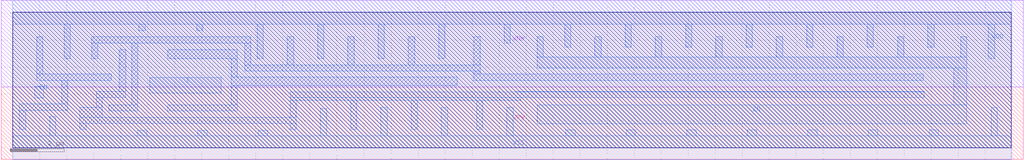
<source format=lef>
# Copyright 2022 GlobalFoundries PDK Authors
#
# Licensed under the Apache License, Version 2.0 (the "License");
# you may not use this file except in compliance with the License.
# You may obtain a copy of the License at
#
#      http://www.apache.org/licenses/LICENSE-2.0
#
# Unless required by applicable law or agreed to in writing, software
# distributed under the License is distributed on an "AS IS" BASIS,
# WITHOUT WARRANTIES OR CONDITIONS OF ANY KIND, either express or implied.
# See the License for the specific language governing permissions and
# limitations under the License.

##################################################################################
#
#           GLOBALFOUNDRIES
#
##################################################################################
#
# 180MCU Tech LEF File
# based on DRM DM-000013-01 Rev 13
# TFG-Version: 2.1.9
# Date: February 2018
#-------------------------------------------------------
# metal stack option: 5LM_1TM_11K
# Preferred routing directions:
# vertical:   Metal2 Metal4 
# horizontal: Metal1 Metal3 Metal5
#------------------------------------------------------
# This Techfile contains not correct Parasitic Information.
# USE Appropriate parasitic files for Parasitic Extraction.
#------------------------------------------------------

VERSION 5.7 ;
BUSBITCHARS "[]" ;
DIVIDERCHAR "/" ;

UNITS
    DATABASE MICRONS 2000  ;
    CAPACITANCE PICOFARADS 1 ;
    CURRENT MILLIAMPS 1 ;
    RESISTANCE OHMS 1 ;
END UNITS

SITE GF018hv5v_green_sc9
  SYMMETRY X Y ;
  CLASS core ;
  SIZE 0.56 BY 5.04 ;
END GF018hv5v_green_sc9

PROPERTYDEFINITIONS
  LAYER LEF58_EOLENCLOSURE STRING ;
  LAYER LEF58_TYPE STRING ;
END PROPERTYDEFINITIONS

MANUFACTURINGGRID 0.0050 ;
CLEARANCEMEASURE EUCLIDEAN ;
USEMINSPACING OBS ON ;

LAYER Pwell
    TYPE MASTERSLICE ;
    PROPERTY LEF58_TYPE "TYPE PWELL ;" ;
END Pwell

LAYER Nwell
    TYPE MASTERSLICE ;
    PROPERTY LEF58_TYPE "TYPE NWELL ;" ;
END Nwell

LAYER Poly2
    TYPE MASTERSLICE ;
END Poly2

LAYER CON
    TYPE CUT ;
END CON



LAYER Metal1
    TYPE ROUTING ;
    DIRECTION HORIZONTAL ;

    PITCH 0.56 ;
    OFFSET 0.0 ;  

    MINWIDTH 0.230 ;                   # Mn.1  (n=1)
    WIDTH 0.230 ;                      # Mn.1  (n=1)
    SPACING 0.230  ;                   # Mn.2a (n=1)
    SPACING 0.300 RANGE 10.005 999.00 ; # Mn.2b
    AREA 0.1444 ;                      # Mn.3

    THICKNESS 0.54 ;
    ANTENNAMODEL OXIDE1 ;
    ANTENNASIDEAREARATIO 400 ;

    DCCURRENTDENSITY AVERAGE 0.67 ;
    ACCURRENTDENSITY AVERAGE 1.00 ;

    CAPACITANCE CPERSQDIST 0.0004 ;
    RESISTANCE RPERSQ 0.090 ;

    MINIMUMDENSITY 30.0 ;
    DENSITYCHECKWINDOW 200.0 200.0 ;
    DENSITYCHECKSTEP 100.0 ;

END Metal1


LAYER Via1
  TYPE CUT ;
  SPACING 0.26 ;
  WIDTH   0.26 ;

  ENCLOSURE BELOW 0.00 0.06 ;
  ENCLOSURE ABOVE 0.01 0.06 ;
  PROPERTY LEF58_EOLENCLOSURE "
  	EOLENCLOSURE 0.34 0.06 ;" ; 

  ARRAYSPACING CUTSPACING 0.36 ARRAYCUTS 4 SPACING 0.36 ; # Vn.2b
  RESISTANCE 4.5 ;

  ACCURRENTDENSITY AVERAGE 0.28 ;
  DCCURRENTDENSITY AVERAGE 0.18 ;
  ANTENNAMODEL OXIDE1 ;
  ANTENNAAREARATIO 20.0 ;
END Via1


LAYER Metal2
    TYPE ROUTING ;
    DIRECTION VERTICAL ;

    PITCH 0.56 ;
    OFFSET 0.0 ;  

    MINWIDTH 0.280 ;
    WIDTH 0.280 ;                        # Mn.1  (n>1)
    SPACING 0.280 ;                      # Mn.2a (n>1)
    SPACING 0.300 RANGE 10.005 999.00 ;  # Mn.2b
    AREA 0.1444 ;                        # Mn.3

    THICKNESS 0.54 ;
    ANTENNAMODEL OXIDE1 ;
    ANTENNADIFFSIDEAREARATIO 400 ;
    ANTENNAGATEPLUSDIFF 2 ;

    DCCURRENTDENSITY AVERAGE 0.67 ;
    ACCURRENTDENSITY AVERAGE 1.00 ;

    CAPACITANCE CPERSQDIST 0.0003 ;
    RESISTANCE RPERSQ 0.090 ;

    MINIMUMDENSITY 30.0 ;
    DENSITYCHECKWINDOW 200.0 200.0 ;
    DENSITYCHECKSTEP 100.0 ;

END Metal2


LAYER Via2
  TYPE CUT ;
  SPACING 0.26 ;
  WIDTH   0.26 ;

  ENCLOSURE BELOW 0.01 0.06 ;
  ENCLOSURE ABOVE 0.01 0.06 ;

  # a bit conservative for Vn.3/4a without considering the protrusion length of 0.28
  PROPERTY LEF58_EOLENCLOSURE " EOLENCLOSURE 0.34 0.06 ; " ;

  ARRAYSPACING CUTSPACING 0.36 ARRAYCUTS 4 SPACING 0.36 ; # Vn.2b
  RESISTANCE 4.5 ;

  ACCURRENTDENSITY AVERAGE 0.28 ;
  DCCURRENTDENSITY AVERAGE 0.18 ;
  ANTENNAMODEL OXIDE1 ;
  ANTENNAAREARATIO 20.0 ;
END Via2


LAYER Metal3
    TYPE ROUTING ;
    DIRECTION HORIZONTAL ;

    PITCH 0.56 ;
    OFFSET 0.0 ;  

    MINWIDTH 0.280 ;
    WIDTH 0.280 ;                        # Mn.1  (n>1)
    SPACING 0.280 ;                      # Mn.2a (n>1)
    SPACING 0.300 RANGE 10.005 999.00 ;  # Mn.2b
    AREA 0.1444 ;                        # Mn.3

    THICKNESS 0.54 ;
    ANTENNAMODEL OXIDE1 ;
    ANTENNADIFFSIDEAREARATIO 400 ;
    ANTENNAGATEPLUSDIFF 2 ;

    DCCURRENTDENSITY AVERAGE 0.67 ;
    ACCURRENTDENSITY AVERAGE 1.00 ;

    CAPACITANCE CPERSQDIST 0.00028 ;
    RESISTANCE RPERSQ 0.090 ;

    MINIMUMDENSITY 30.0 ;
    DENSITYCHECKWINDOW 200.0 200.0 ;
    DENSITYCHECKSTEP 100.0 ;

END Metal3


LAYER Via3
  TYPE CUT ;
  SPACING 0.26 ;
  WIDTH   0.26 ;

  ENCLOSURE BELOW 0.01 0.06 ;
  ENCLOSURE ABOVE 0.01 0.06 ;

  # a bit conservative for Vn.3/4a without considering the protrusion length of 0.28
  PROPERTY LEF58_EOLENCLOSURE " EOLENCLOSURE 0.34 0.06 ; " ;

  ARRAYSPACING CUTSPACING 0.36 ARRAYCUTS 4 SPACING 0.36 ; # Vn.2b
  RESISTANCE 4.5 ;

  ACCURRENTDENSITY AVERAGE 0.28 ;
  DCCURRENTDENSITY AVERAGE 0.18 ;
  ANTENNAMODEL OXIDE1 ;
  ANTENNAAREARATIO 20.0 ;
END Via3


LAYER Metal4
    TYPE ROUTING ;
    DIRECTION VERTICAL ;

    PITCH 0.56 ;
    OFFSET 0.0 ;  

    MINWIDTH 0.280 ;
    WIDTH 0.280 ;                        # Mn.1  (n>1)
    SPACING 0.280 ;                      # Mn.2a (n>1)
    SPACING 0.300 RANGE 10.005 999.00 ;  # Mn.2b
    AREA 0.1444 ;                        # Mn.3

    THICKNESS 0.54 ;
    ANTENNAMODEL OXIDE1 ;
    ANTENNADIFFSIDEAREARATIO 400 ;
    ANTENNAGATEPLUSDIFF 2 ;

    DCCURRENTDENSITY AVERAGE 0.67 ;
    ACCURRENTDENSITY AVERAGE 1.00 ;

    CAPACITANCE CPERSQDIST 0.000277 ;
    RESISTANCE RPERSQ 0.090 ;

    MINIMUMDENSITY 30.0 ;
    DENSITYCHECKWINDOW 200.0 200.0 ;
    DENSITYCHECKSTEP 100.0 ;

END Metal4


LAYER Via4
  TYPE CUT ;
  SPACING 0.26 ;
  WIDTH   0.26 ;

  ENCLOSURE BELOW 0.01 0.06 ;
  ENCLOSURE ABOVE 0.01 0.06 ;

  # a bit conservative for Vn.3/4a without considering the protrusion length of 0.28
  PROPERTY LEF58_EOLENCLOSURE " EOLENCLOSURE 0.34 0.06 ; " ;

  ARRAYSPACING CUTSPACING 0.36 ARRAYCUTS 4 SPACING 0.36 ; # Vn.2b
  RESISTANCE 4.5 ;

  ACCURRENTDENSITY AVERAGE 0.28 ;
  DCCURRENTDENSITY AVERAGE 0.18 ;
  ANTENNAMODEL OXIDE1 ;
  ANTENNAAREARATIO 20.0 ;
END Via4



LAYER Metal5
    TYPE ROUTING ;
    DIRECTION HORIZONTAL ;

    OFFSET 0.0 ;  


    PITCH 0.9 ;
    MINWIDTH 0.440 ;
    WIDTH   0.440 ;                      # MT.1
    AREA    0.5625 ;                     # MT.4
    SPACING 0.460 ;                      # MT.2a
    SPACING 0.600 RANGE 10.005 999.00 ;  # MT.2b

    DCCURRENTDENSITY AVERAGE 1.5 ;
    ACCURRENTDENSITY AVERAGE 2.2 ;
    RESISTANCE RPERSQ 0.060 ;

    THICKNESS 1.19 ;

    ANTENNAMODEL OXIDE1 ;
    ANTENNADIFFSIDEAREARATIO 400 ;
    ANTENNAGATEPLUSDIFF 2 ;

    CAPACITANCE CPERSQDIST 0.0000394 ;

    MINIMUMDENSITY 30.0 ;
    DENSITYCHECKWINDOW 200.0 200.0 ;
    DENSITYCHECKSTEP 100.0 ;

END Metal5



LAYER OVERLAP
  TYPE OVERLAP ;
END OVERLAP

LAYER PR_bndry
    TYPE MASTERSLICE ;
END PR_bndry


#------------------------------------------------------------
#  Via1 VIA SECTION 
#------------------------------------------------------------
 VIA Via1_HH  DEFAULT
 LAYER Via1 ;
 RECT -0.130 -0.130 0.130 0.130 ;
 LAYER Metal1 ;
 RECT -0.190 -0.130 0.190 0.130 ;
 LAYER Metal2 ;
 RECT -0.190 -0.140 0.190 0.140 ;
 RESISTANCE 4.500 ;
 END Via1_HH 
 
 VIA Via1_HV  DEFAULT
 LAYER Via1 ;
 RECT -0.130 -0.130 0.130 0.130 ;
 LAYER Metal1 ;
 RECT -0.190 -0.130 0.190 0.130 ;
 LAYER Metal2 ;
 RECT -0.140 -0.190 0.140 0.190 ;
 RESISTANCE 4.500 ;
 END Via1_HV 
 
 VIA Via1_VH  DEFAULT
 LAYER Via1 ;
 RECT -0.130 -0.130 0.130 0.130 ;
 LAYER Metal1 ;
 RECT -0.130 -0.190 0.130 0.190 ;
 LAYER Metal2 ;
 RECT -0.190 -0.140 0.190 0.140 ;
 RESISTANCE 4.500 ;
 END Via1_VH 
 
 VIA Via1_VV  DEFAULT
 LAYER Via1 ;
 RECT -0.130 -0.130 0.130 0.130 ;
 LAYER Metal1 ;
 RECT -0.130 -0.190 0.130 0.190 ;
 LAYER Metal2 ;
 RECT -0.140 -0.190 0.140 0.190 ;
 RESISTANCE 4.500 ;
 END Via1_VV 
 
 VIA Via1_2CUT_H
 LAYER Via1 ;
 RECT -0.390 -0.130 -0.130 0.130 ;
 RECT 0.130 -0.130 0.390 0.130 ;
 LAYER Metal1 ;
 RECT -0.450 -0.130 0.450 0.130 ;
 LAYER Metal2 ;
 RECT -0.400 -0.190 0.400 0.190 ;
 END Via1_2CUT_H
 
 VIA Via1_2CUT_V
 LAYER Via1 ;
 RECT -0.130 -0.390 0.130 -0.130 ;
 RECT -0.130 0.130 0.130 0.390 ;
 LAYER Metal1 ;
 RECT -0.190 -0.390 0.190 0.390 ;
 LAYER Metal2 ;
 RECT -0.140 -0.450 0.140 0.450 ;
 END Via1_2CUT_V
 
 VIA Via1_2X2_0_60_10_60_H_H  DEFAULT
 LAYER Via1 ;
 RECT -0.390 -0.390 -0.130 -0.130 ;
 RECT 0.130 -0.390 0.390 -0.130 ;
 RECT -0.390 0.130 -0.130 0.390 ;
 RECT 0.130 0.130 0.390 0.390 ;
 LAYER Metal1 ;
 RECT -0.450 -0.390 0.450 0.390 ;
 LAYER Metal2 ;
 RECT -0.450 -0.400 0.450 0.400 ;
 END Via1_2X2_0_60_10_60_H_H 
 
 VIA Via1_2X2_0_60_10_60_H_V  DEFAULT
 LAYER Via1 ;
 RECT -0.390 -0.390 -0.130 -0.130 ;
 RECT 0.130 -0.390 0.390 -0.130 ;
 RECT -0.390 0.130 -0.130 0.390 ;
 RECT 0.130 0.130 0.390 0.390 ;
 LAYER Metal1 ;
 RECT -0.450 -0.390 0.450 0.390 ;
 LAYER Metal2 ;
 RECT -0.400 -0.450 0.400 0.450 ;
 END Via1_2X2_0_60_10_60_H_V 
 
 VIA Via1_2X2_0_60_10_60_V_H  DEFAULT
 LAYER Via1 ;
 RECT -0.390 -0.390 -0.130 -0.130 ;
 RECT 0.130 -0.390 0.390 -0.130 ;
 RECT -0.390 0.130 -0.130 0.390 ;
 RECT 0.130 0.130 0.390 0.390 ;
 LAYER Metal1 ;
 RECT -0.390 -0.450 0.390 0.450 ;
 LAYER Metal2 ;
 RECT -0.450 -0.400 0.450 0.400 ;
 END Via1_2X2_0_60_10_60_V_H 
 
 VIA Via1_2X2_0_60_10_60_V_V  DEFAULT
 LAYER Via1 ;
 RECT -0.390 -0.390 -0.130 -0.130 ;
 RECT 0.130 -0.390 0.390 -0.130 ;
 RECT -0.390 0.130 -0.130 0.390 ;
 RECT 0.130 0.130 0.390 0.390 ;
 LAYER Metal1 ;
 RECT -0.390 -0.450 0.390 0.450 ;
 LAYER Metal2 ;
 RECT -0.400 -0.450 0.400 0.450 ;
 END Via1_2X2_0_60_10_60_V_V 
 
VIARULE Via1_GEN_HH GENERATE
  LAYER Metal1 ;
    ENCLOSURE 0.060 0.000 ;
  LAYER Metal2 ;
    ENCLOSURE 0.060 0.010 ;
  LAYER Via1 ;
    RECT -0.130 -0.130 0.130 0.130 ;
    SPACING 0.520 BY 0.520 ;
END Via1_GEN_HH

VIARULE Via1_GEN_HV GENERATE
  LAYER Metal1 ;
    ENCLOSURE 0.060 0.000 ;
  LAYER Metal2 ;
    ENCLOSURE 0.010 0.060 ;
  LAYER Via1 ;
    RECT -0.130 -0.130 0.130 0.130 ;
    SPACING 0.520 BY 0.520 ;
END Via1_GEN_HV

VIARULE Via1_GEN_VH GENERATE
  LAYER Metal1 ;
    ENCLOSURE 0.000 0.060 ;
  LAYER Metal2 ;
    ENCLOSURE 0.060 0.010 ;
  LAYER Via1 ;
    RECT -0.130 -0.130 0.130 0.130 ;
    SPACING 0.520 BY 0.520 ;
END Via1_GEN_VH

VIARULE Via1_GEN_VV GENERATE
  LAYER Metal1 ;
    ENCLOSURE 0.000 0.060 ;
  LAYER Metal2 ;
    ENCLOSURE 0.010 0.060 ;
  LAYER Via1 ;
    RECT -0.130 -0.130 0.130 0.130 ;
    SPACING 0.520 BY 0.520 ;
END Via1_GEN_VV

 VIA Via1_4X4H_HH_DEFAULT  DEFAULT
 LAYER Via1 ;
 RECT -1.060 -1.060 -0.800 -0.800 ;
 RECT -0.440 -1.060 -0.180 -0.800 ;
 RECT 0.180 -1.060 0.440 -0.800 ;
 RECT 0.800 -1.060 1.060 -0.800 ;
 RECT -1.060 -0.440 -0.800 -0.180 ;
 RECT -0.440 -0.440 -0.180 -0.180 ;
 RECT 0.180 -0.440 0.440 -0.180 ;
 RECT 0.800 -0.440 1.060 -0.180 ;
 RECT -1.060 0.180 -0.800 0.440 ;
 RECT -0.440 0.180 -0.180 0.440 ;
 RECT 0.180 0.180 0.440 0.440 ;
 RECT 0.800 0.180 1.060 0.440 ;
 RECT -1.060 0.800 -0.800 1.060 ;
 RECT -0.440 0.800 -0.180 1.060 ;
 RECT 0.180 0.800 0.440 1.060 ;
 RECT 0.800 0.800 1.060 1.060 ;
 LAYER Metal1 ;
 RECT -1.120 -1.060 1.120 1.060 ;
 LAYER Metal2 ;
 RECT -1.120 -1.070 1.120 1.070 ;
 END Via1_4X4H_HH_DEFAULT 
 
 VIA Via1_4X4H_HV_DEFAULT  DEFAULT
 LAYER Via1 ;
 RECT -1.060 -1.060 -0.800 -0.800 ;
 RECT -0.440 -1.060 -0.180 -0.800 ;
 RECT 0.180 -1.060 0.440 -0.800 ;
 RECT 0.800 -1.060 1.060 -0.800 ;
 RECT -1.060 -0.440 -0.800 -0.180 ;
 RECT -0.440 -0.440 -0.180 -0.180 ;
 RECT 0.180 -0.440 0.440 -0.180 ;
 RECT 0.800 -0.440 1.060 -0.180 ;
 RECT -1.060 0.180 -0.800 0.440 ;
 RECT -0.440 0.180 -0.180 0.440 ;
 RECT 0.180 0.180 0.440 0.440 ;
 RECT 0.800 0.180 1.060 0.440 ;
 RECT -1.060 0.800 -0.800 1.060 ;
 RECT -0.440 0.800 -0.180 1.060 ;
 RECT 0.180 0.800 0.440 1.060 ;
 RECT 0.800 0.800 1.060 1.060 ;
 LAYER Metal1 ;
 RECT -1.120 -1.060 1.120 1.060 ;
 LAYER Metal2 ;
 RECT -1.070 -1.120 1.070 1.120 ;
 END Via1_4X4H_HV_DEFAULT 
 
 VIA Via1_4X4H_VH_DEFAULT  DEFAULT
 LAYER Via1 ;
 RECT -1.060 -1.060 -0.800 -0.800 ;
 RECT -0.440 -1.060 -0.180 -0.800 ;
 RECT 0.180 -1.060 0.440 -0.800 ;
 RECT 0.800 -1.060 1.060 -0.800 ;
 RECT -1.060 -0.440 -0.800 -0.180 ;
 RECT -0.440 -0.440 -0.180 -0.180 ;
 RECT 0.180 -0.440 0.440 -0.180 ;
 RECT 0.800 -0.440 1.060 -0.180 ;
 RECT -1.060 0.180 -0.800 0.440 ;
 RECT -0.440 0.180 -0.180 0.440 ;
 RECT 0.180 0.180 0.440 0.440 ;
 RECT 0.800 0.180 1.060 0.440 ;
 RECT -1.060 0.800 -0.800 1.060 ;
 RECT -0.440 0.800 -0.180 1.060 ;
 RECT 0.180 0.800 0.440 1.060 ;
 RECT 0.800 0.800 1.060 1.060 ;
 LAYER Metal1 ;
 RECT -1.060 -1.120 1.060 1.120 ;
 LAYER Metal2 ;
 RECT -1.120 -1.070 1.120 1.070 ;
 END Via1_4X4H_VH_DEFAULT 
 
 VIA Via1_4X4H_VV_DEFAULT  DEFAULT
 LAYER Via1 ;
 RECT -1.060 -1.060 -0.800 -0.800 ;
 RECT -0.440 -1.060 -0.180 -0.800 ;
 RECT 0.180 -1.060 0.440 -0.800 ;
 RECT 0.800 -1.060 1.060 -0.800 ;
 RECT -1.060 -0.440 -0.800 -0.180 ;
 RECT -0.440 -0.440 -0.180 -0.180 ;
 RECT 0.180 -0.440 0.440 -0.180 ;
 RECT 0.800 -0.440 1.060 -0.180 ;
 RECT -1.060 0.180 -0.800 0.440 ;
 RECT -0.440 0.180 -0.180 0.440 ;
 RECT 0.180 0.180 0.440 0.440 ;
 RECT 0.800 0.180 1.060 0.440 ;
 RECT -1.060 0.800 -0.800 1.060 ;
 RECT -0.440 0.800 -0.180 1.060 ;
 RECT 0.180 0.800 0.440 1.060 ;
 RECT 0.800 0.800 1.060 1.060 ;
 LAYER Metal1 ;
 RECT -1.060 -1.120 1.060 1.120 ;
 LAYER Metal2 ;
 RECT -1.070 -1.120 1.070 1.120 ;
 END Via1_4X4H_VV_DEFAULT 
 
#------------------------------------------------------------
#  Via2 VIA SECTION 
#------------------------------------------------------------
 VIA Via2_HH  DEFAULT
 LAYER Via2 ;
 RECT -0.130 -0.130 0.130 0.130 ;
 LAYER Metal2 ;
 RECT -0.190 -0.140 0.190 0.140 ;
 LAYER Metal3 ;
 RECT -0.190 -0.140 0.190 0.140 ;
 RESISTANCE 4.500 ;
 END Via2_HH 
 
 VIA Via2_HV  DEFAULT
 LAYER Via2 ;
 RECT -0.130 -0.130 0.130 0.130 ;
 LAYER Metal2 ;
 RECT -0.190 -0.140 0.190 0.140 ;
 LAYER Metal3 ;
 RECT -0.140 -0.190 0.140 0.190 ;
 RESISTANCE 4.500 ;
 END Via2_HV 
 
 VIA Via2_VH  DEFAULT
 LAYER Via2 ;
 RECT -0.130 -0.130 0.130 0.130 ;
 LAYER Metal2 ;
 RECT -0.140 -0.190 0.140 0.190 ;
 LAYER Metal3 ;
 RECT -0.190 -0.140 0.190 0.140 ;
 RESISTANCE 4.500 ;
 END Via2_VH 
 
 VIA Via2_VV  DEFAULT
 LAYER Via2 ;
 RECT -0.130 -0.130 0.130 0.130 ;
 LAYER Metal2 ;
 RECT -0.140 -0.190 0.140 0.190 ;
 LAYER Metal3 ;
 RECT -0.140 -0.190 0.140 0.190 ;
 RESISTANCE 4.500 ;
 END Via2_VV 
 
 VIA Via2_2CUT_H
 LAYER Via2 ;
 RECT -0.390 -0.130 -0.130 0.130 ;
 RECT 0.130 -0.130 0.390 0.130 ;
 LAYER Metal2 ;
 RECT -0.390 -0.190 0.390 0.190 ;
 LAYER Metal3 ;
 RECT -0.450 -0.140 0.450 0.140 ;
 END Via2_2CUT_H
 
 VIA Via2_2CUT_V
 LAYER Via2 ;
 RECT -0.130 -0.390 0.130 -0.130 ;
 RECT -0.130 0.130 0.130 0.390 ;
 LAYER Metal2 ;
 RECT -0.130 -0.450 0.130 0.450 ;
 LAYER Metal3 ;
 RECT -0.190 -0.400 0.190 0.400 ;
 END Via2_2CUT_V
 
 VIA Via2_2X2_0_60_10_60_H_H  DEFAULT
 LAYER Via2 ;
 RECT -0.390 -0.390 -0.130 -0.130 ;
 RECT 0.130 -0.390 0.390 -0.130 ;
 RECT -0.390 0.130 -0.130 0.390 ;
 RECT 0.130 0.130 0.390 0.390 ;
 LAYER Metal2 ;
 RECT -0.450 -0.390 0.450 0.390 ;
 LAYER Metal3 ;
 RECT -0.450 -0.400 0.450 0.400 ;
 END Via2_2X2_0_60_10_60_H_H 
 
 VIA Via2_2X2_0_60_10_60_H_V  DEFAULT
 LAYER Via2 ;
 RECT -0.390 -0.390 -0.130 -0.130 ;
 RECT 0.130 -0.390 0.390 -0.130 ;
 RECT -0.390 0.130 -0.130 0.390 ;
 RECT 0.130 0.130 0.390 0.390 ;
 LAYER Metal2 ;
 RECT -0.450 -0.390 0.450 0.390 ;
 LAYER Metal3 ;
 RECT -0.400 -0.450 0.400 0.450 ;
 END Via2_2X2_0_60_10_60_H_V 
 
 VIA Via2_2X2_0_60_10_60_V_H  DEFAULT
 LAYER Via2 ;
 RECT -0.390 -0.390 -0.130 -0.130 ;
 RECT 0.130 -0.390 0.390 -0.130 ;
 RECT -0.390 0.130 -0.130 0.390 ;
 RECT 0.130 0.130 0.390 0.390 ;
 LAYER Metal2 ;
 RECT -0.390 -0.450 0.390 0.450 ;
 LAYER Metal3 ;
 RECT -0.450 -0.400 0.450 0.400 ;
 END Via2_2X2_0_60_10_60_V_H 
 
 VIA Via2_2X2_0_60_10_60_V_V  DEFAULT
 LAYER Via2 ;
 RECT -0.390 -0.390 -0.130 -0.130 ;
 RECT 0.130 -0.390 0.390 -0.130 ;
 RECT -0.390 0.130 -0.130 0.390 ;
 RECT 0.130 0.130 0.390 0.390 ;
 LAYER Metal2 ;
 RECT -0.390 -0.450 0.390 0.450 ;
 LAYER Metal3 ;
 RECT -0.400 -0.450 0.400 0.450 ;
 END Via2_2X2_0_60_10_60_V_V 
 
VIARULE Via2_GEN_HH GENERATE
  LAYER Metal2 ;
    ENCLOSURE 0.060 0.010 ;
  LAYER Metal3 ;
    ENCLOSURE 0.060 0.010 ;
  LAYER Via2 ;
    RECT -0.130 -0.130 0.130 0.130 ;
    SPACING 0.520 BY 0.520 ;
END Via2_GEN_HH

VIARULE Via2_GEN_HV GENERATE
  LAYER Metal2 ;
    ENCLOSURE 0.060 0.010 ;
  LAYER Metal3 ;
    ENCLOSURE 0.010 0.060 ;
  LAYER Via2 ;
    RECT -0.130 -0.130 0.130 0.130 ;
    SPACING 0.520 BY 0.520 ;
END Via2_GEN_HV

VIARULE Via2_GEN_VH GENERATE
  LAYER Metal2 ;
    ENCLOSURE 0.010 0.060 ;
  LAYER Metal3 ;
    ENCLOSURE 0.060 0.010 ;
  LAYER Via2 ;
    RECT -0.130 -0.130 0.130 0.130 ;
    SPACING 0.520 BY 0.520 ;
END Via2_GEN_VH

VIARULE Via2_GEN_VV GENERATE
  LAYER Metal2 ;
    ENCLOSURE 0.010 0.060 ;
  LAYER Metal3 ;
    ENCLOSURE 0.010 0.060 ;
  LAYER Via2 ;
    RECT -0.130 -0.130 0.130 0.130 ;
    SPACING 0.520 BY 0.520 ;
END Via2_GEN_VV

 VIA Via2_4X4H_HH_DEFAULT  DEFAULT
 LAYER Via2 ;
 RECT -1.060 -1.060 -0.800 -0.800 ;
 RECT -0.440 -1.060 -0.180 -0.800 ;
 RECT 0.180 -1.060 0.440 -0.800 ;
 RECT 0.800 -1.060 1.060 -0.800 ;
 RECT -1.060 -0.440 -0.800 -0.180 ;
 RECT -0.440 -0.440 -0.180 -0.180 ;
 RECT 0.180 -0.440 0.440 -0.180 ;
 RECT 0.800 -0.440 1.060 -0.180 ;
 RECT -1.060 0.180 -0.800 0.440 ;
 RECT -0.440 0.180 -0.180 0.440 ;
 RECT 0.180 0.180 0.440 0.440 ;
 RECT 0.800 0.180 1.060 0.440 ;
 RECT -1.060 0.800 -0.800 1.060 ;
 RECT -0.440 0.800 -0.180 1.060 ;
 RECT 0.180 0.800 0.440 1.060 ;
 RECT 0.800 0.800 1.060 1.060 ;
 LAYER Metal2 ;
 RECT -1.120 -1.070 1.120 1.070 ;
 LAYER Metal3 ;
 RECT -1.120 -1.070 1.120 1.070 ;
 END Via2_4X4H_HH_DEFAULT 
 
 VIA Via2_4X4H_HV_DEFAULT  DEFAULT
 LAYER Via2 ;
 RECT -1.060 -1.060 -0.800 -0.800 ;
 RECT -0.440 -1.060 -0.180 -0.800 ;
 RECT 0.180 -1.060 0.440 -0.800 ;
 RECT 0.800 -1.060 1.060 -0.800 ;
 RECT -1.060 -0.440 -0.800 -0.180 ;
 RECT -0.440 -0.440 -0.180 -0.180 ;
 RECT 0.180 -0.440 0.440 -0.180 ;
 RECT 0.800 -0.440 1.060 -0.180 ;
 RECT -1.060 0.180 -0.800 0.440 ;
 RECT -0.440 0.180 -0.180 0.440 ;
 RECT 0.180 0.180 0.440 0.440 ;
 RECT 0.800 0.180 1.060 0.440 ;
 RECT -1.060 0.800 -0.800 1.060 ;
 RECT -0.440 0.800 -0.180 1.060 ;
 RECT 0.180 0.800 0.440 1.060 ;
 RECT 0.800 0.800 1.060 1.060 ;
 LAYER Metal2 ;
 RECT -1.120 -1.070 1.120 1.070 ;
 LAYER Metal3 ;
 RECT -1.070 -1.120 1.070 1.120 ;
 END Via2_4X4H_HV_DEFAULT 
 
 VIA Via2_4X4H_VH_DEFAULT  DEFAULT
 LAYER Via2 ;
 RECT -1.060 -1.060 -0.800 -0.800 ;
 RECT -0.440 -1.060 -0.180 -0.800 ;
 RECT 0.180 -1.060 0.440 -0.800 ;
 RECT 0.800 -1.060 1.060 -0.800 ;
 RECT -1.060 -0.440 -0.800 -0.180 ;
 RECT -0.440 -0.440 -0.180 -0.180 ;
 RECT 0.180 -0.440 0.440 -0.180 ;
 RECT 0.800 -0.440 1.060 -0.180 ;
 RECT -1.060 0.180 -0.800 0.440 ;
 RECT -0.440 0.180 -0.180 0.440 ;
 RECT 0.180 0.180 0.440 0.440 ;
 RECT 0.800 0.180 1.060 0.440 ;
 RECT -1.060 0.800 -0.800 1.060 ;
 RECT -0.440 0.800 -0.180 1.060 ;
 RECT 0.180 0.800 0.440 1.060 ;
 RECT 0.800 0.800 1.060 1.060 ;
 LAYER Metal2 ;
 RECT -1.070 -1.120 1.070 1.120 ;
 LAYER Metal3 ;
 RECT -1.120 -1.070 1.120 1.070 ;
 END Via2_4X4H_VH_DEFAULT 
 
 VIA Via2_4X4H_VV_DEFAULT  DEFAULT
 LAYER Via2 ;
 RECT -1.060 -1.060 -0.800 -0.800 ;
 RECT -0.440 -1.060 -0.180 -0.800 ;
 RECT 0.180 -1.060 0.440 -0.800 ;
 RECT 0.800 -1.060 1.060 -0.800 ;
 RECT -1.060 -0.440 -0.800 -0.180 ;
 RECT -0.440 -0.440 -0.180 -0.180 ;
 RECT 0.180 -0.440 0.440 -0.180 ;
 RECT 0.800 -0.440 1.060 -0.180 ;
 RECT -1.060 0.180 -0.800 0.440 ;
 RECT -0.440 0.180 -0.180 0.440 ;
 RECT 0.180 0.180 0.440 0.440 ;
 RECT 0.800 0.180 1.060 0.440 ;
 RECT -1.060 0.800 -0.800 1.060 ;
 RECT -0.440 0.800 -0.180 1.060 ;
 RECT 0.180 0.800 0.440 1.060 ;
 RECT 0.800 0.800 1.060 1.060 ;
 LAYER Metal2 ;
 RECT -1.070 -1.120 1.070 1.120 ;
 LAYER Metal3 ;
 RECT -1.070 -1.120 1.070 1.120 ;
 END Via2_4X4H_VV_DEFAULT 
 
#------------------------------------------------------------
#  Via3 VIA SECTION 
#------------------------------------------------------------
 VIA Via3_HH  DEFAULT
 LAYER Via3 ;
 RECT -0.130 -0.130 0.130 0.130 ;
 LAYER Metal3 ;
 RECT -0.190 -0.140 0.190 0.140 ;
 LAYER Metal4 ;
 RECT -0.190 -0.140 0.190 0.140 ;
 RESISTANCE 4.500 ;
 END Via3_HH 
 
 VIA Via3_HV  DEFAULT
 LAYER Via3 ;
 RECT -0.130 -0.130 0.130 0.130 ;
 LAYER Metal3 ;
 RECT -0.190 -0.140 0.190 0.140 ;
 LAYER Metal4 ;
 RECT -0.140 -0.190 0.140 0.190 ;
 RESISTANCE 4.500 ;
 END Via3_HV 
 
 VIA Via3_VH  DEFAULT
 LAYER Via3 ;
 RECT -0.130 -0.130 0.130 0.130 ;
 LAYER Metal3 ;
 RECT -0.140 -0.190 0.140 0.190 ;
 LAYER Metal4 ;
 RECT -0.190 -0.140 0.190 0.140 ;
 RESISTANCE 4.500 ;
 END Via3_VH 
 
 VIA Via3_VV  DEFAULT
 LAYER Via3 ;
 RECT -0.130 -0.130 0.130 0.130 ;
 LAYER Metal3 ;
 RECT -0.140 -0.190 0.140 0.190 ;
 LAYER Metal4 ;
 RECT -0.140 -0.190 0.140 0.190 ;
 RESISTANCE 4.500 ;
 END Via3_VV 
 
 VIA Via3_2CUT_H
 LAYER Via3 ;
 RECT -0.390 -0.130 -0.130 0.130 ;
 RECT 0.130 -0.130 0.390 0.130 ;
 LAYER Metal3 ;
 RECT -0.450 -0.130 0.450 0.130 ;
 LAYER Metal4 ;
 RECT -0.400 -0.190 0.400 0.190 ;
 END Via3_2CUT_H
 
 VIA Via3_2CUT_V
 LAYER Via3 ;
 RECT -0.130 -0.390 0.130 -0.130 ;
 RECT -0.130 0.130 0.130 0.390 ;
 LAYER Metal3 ;
 RECT -0.190 -0.390 0.190 0.390 ;
 LAYER Metal4 ;
 RECT -0.140 -0.450 0.140 0.450 ;
 END Via3_2CUT_V
 
 VIA Via3_2X2_0_60_10_60_H_H  DEFAULT
 LAYER Via3 ;
 RECT -0.390 -0.390 -0.130 -0.130 ;
 RECT 0.130 -0.390 0.390 -0.130 ;
 RECT -0.390 0.130 -0.130 0.390 ;
 RECT 0.130 0.130 0.390 0.390 ;
 LAYER Metal3 ;
 RECT -0.450 -0.390 0.450 0.390 ;
 LAYER Metal4 ;
 RECT -0.450 -0.400 0.450 0.400 ;
 END Via3_2X2_0_60_10_60_H_H 
 
 VIA Via3_2X2_0_60_10_60_H_V  DEFAULT
 LAYER Via3 ;
 RECT -0.390 -0.390 -0.130 -0.130 ;
 RECT 0.130 -0.390 0.390 -0.130 ;
 RECT -0.390 0.130 -0.130 0.390 ;
 RECT 0.130 0.130 0.390 0.390 ;
 LAYER Metal3 ;
 RECT -0.450 -0.390 0.450 0.390 ;
 LAYER Metal4 ;
 RECT -0.400 -0.450 0.400 0.450 ;
 END Via3_2X2_0_60_10_60_H_V 
 
 VIA Via3_2X2_0_60_10_60_V_H  DEFAULT
 LAYER Via3 ;
 RECT -0.390 -0.390 -0.130 -0.130 ;
 RECT 0.130 -0.390 0.390 -0.130 ;
 RECT -0.390 0.130 -0.130 0.390 ;
 RECT 0.130 0.130 0.390 0.390 ;
 LAYER Metal3 ;
 RECT -0.390 -0.450 0.390 0.450 ;
 LAYER Metal4 ;
 RECT -0.450 -0.400 0.450 0.400 ;
 END Via3_2X2_0_60_10_60_V_H 
 
 VIA Via3_2X2_0_60_10_60_V_V  DEFAULT
 LAYER Via3 ;
 RECT -0.390 -0.390 -0.130 -0.130 ;
 RECT 0.130 -0.390 0.390 -0.130 ;
 RECT -0.390 0.130 -0.130 0.390 ;
 RECT 0.130 0.130 0.390 0.390 ;
 LAYER Metal3 ;
 RECT -0.390 -0.450 0.390 0.450 ;
 LAYER Metal4 ;
 RECT -0.400 -0.450 0.400 0.450 ;
 END Via3_2X2_0_60_10_60_V_V 
 
VIARULE Via3_GEN_HH GENERATE
  LAYER Metal3 ;
    ENCLOSURE 0.060 0.010 ;
  LAYER Metal4 ;
    ENCLOSURE 0.060 0.010 ;
  LAYER Via3 ;
    RECT -0.130 -0.130 0.130 0.130 ;
    SPACING 0.520 BY 0.520 ;
END Via3_GEN_HH

VIARULE Via3_GEN_HV GENERATE
  LAYER Metal3 ;
    ENCLOSURE 0.060 0.010 ;
  LAYER Metal4 ;
    ENCLOSURE 0.010 0.060 ;
  LAYER Via3 ;
    RECT -0.130 -0.130 0.130 0.130 ;
    SPACING 0.520 BY 0.520 ;
END Via3_GEN_HV

VIARULE Via3_GEN_VH GENERATE
  LAYER Metal3 ;
    ENCLOSURE 0.010 0.060 ;
  LAYER Metal4 ;
    ENCLOSURE 0.060 0.010 ;
  LAYER Via3 ;
    RECT -0.130 -0.130 0.130 0.130 ;
    SPACING 0.520 BY 0.520 ;
END Via3_GEN_VH

VIARULE Via3_GEN_VV GENERATE
  LAYER Metal3 ;
    ENCLOSURE 0.010 0.060 ;
  LAYER Metal4 ;
    ENCLOSURE 0.010 0.060 ;
  LAYER Via3 ;
    RECT -0.130 -0.130 0.130 0.130 ;
    SPACING 0.520 BY 0.520 ;
END Via3_GEN_VV

 VIA Via3_4X4H_HH_DEFAULT  DEFAULT
 LAYER Via3 ;
 RECT -1.060 -1.060 -0.800 -0.800 ;
 RECT -0.440 -1.060 -0.180 -0.800 ;
 RECT 0.180 -1.060 0.440 -0.800 ;
 RECT 0.800 -1.060 1.060 -0.800 ;
 RECT -1.060 -0.440 -0.800 -0.180 ;
 RECT -0.440 -0.440 -0.180 -0.180 ;
 RECT 0.180 -0.440 0.440 -0.180 ;
 RECT 0.800 -0.440 1.060 -0.180 ;
 RECT -1.060 0.180 -0.800 0.440 ;
 RECT -0.440 0.180 -0.180 0.440 ;
 RECT 0.180 0.180 0.440 0.440 ;
 RECT 0.800 0.180 1.060 0.440 ;
 RECT -1.060 0.800 -0.800 1.060 ;
 RECT -0.440 0.800 -0.180 1.060 ;
 RECT 0.180 0.800 0.440 1.060 ;
 RECT 0.800 0.800 1.060 1.060 ;
 LAYER Metal3 ;
 RECT -1.120 -1.070 1.120 1.070 ;
 LAYER Metal4 ;
 RECT -1.120 -1.070 1.120 1.070 ;
 END Via3_4X4H_HH_DEFAULT 
 
 VIA Via3_4X4H_HV_DEFAULT  DEFAULT
 LAYER Via3 ;
 RECT -1.060 -1.060 -0.800 -0.800 ;
 RECT -0.440 -1.060 -0.180 -0.800 ;
 RECT 0.180 -1.060 0.440 -0.800 ;
 RECT 0.800 -1.060 1.060 -0.800 ;
 RECT -1.060 -0.440 -0.800 -0.180 ;
 RECT -0.440 -0.440 -0.180 -0.180 ;
 RECT 0.180 -0.440 0.440 -0.180 ;
 RECT 0.800 -0.440 1.060 -0.180 ;
 RECT -1.060 0.180 -0.800 0.440 ;
 RECT -0.440 0.180 -0.180 0.440 ;
 RECT 0.180 0.180 0.440 0.440 ;
 RECT 0.800 0.180 1.060 0.440 ;
 RECT -1.060 0.800 -0.800 1.060 ;
 RECT -0.440 0.800 -0.180 1.060 ;
 RECT 0.180 0.800 0.440 1.060 ;
 RECT 0.800 0.800 1.060 1.060 ;
 LAYER Metal3 ;
 RECT -1.120 -1.070 1.120 1.070 ;
 LAYER Metal4 ;
 RECT -1.070 -1.120 1.070 1.120 ;
 END Via3_4X4H_HV_DEFAULT 
 
 VIA Via3_4X4H_VH_DEFAULT  DEFAULT
 LAYER Via3 ;
 RECT -1.060 -1.060 -0.800 -0.800 ;
 RECT -0.440 -1.060 -0.180 -0.800 ;
 RECT 0.180 -1.060 0.440 -0.800 ;
 RECT 0.800 -1.060 1.060 -0.800 ;
 RECT -1.060 -0.440 -0.800 -0.180 ;
 RECT -0.440 -0.440 -0.180 -0.180 ;
 RECT 0.180 -0.440 0.440 -0.180 ;
 RECT 0.800 -0.440 1.060 -0.180 ;
 RECT -1.060 0.180 -0.800 0.440 ;
 RECT -0.440 0.180 -0.180 0.440 ;
 RECT 0.180 0.180 0.440 0.440 ;
 RECT 0.800 0.180 1.060 0.440 ;
 RECT -1.060 0.800 -0.800 1.060 ;
 RECT -0.440 0.800 -0.180 1.060 ;
 RECT 0.180 0.800 0.440 1.060 ;
 RECT 0.800 0.800 1.060 1.060 ;
 LAYER Metal3 ;
 RECT -1.070 -1.120 1.070 1.120 ;
 LAYER Metal4 ;
 RECT -1.120 -1.070 1.120 1.070 ;
 END Via3_4X4H_VH_DEFAULT 
 
 VIA Via3_4X4H_VV_DEFAULT  DEFAULT
 LAYER Via3 ;
 RECT -1.060 -1.060 -0.800 -0.800 ;
 RECT -0.440 -1.060 -0.180 -0.800 ;
 RECT 0.180 -1.060 0.440 -0.800 ;
 RECT 0.800 -1.060 1.060 -0.800 ;
 RECT -1.060 -0.440 -0.800 -0.180 ;
 RECT -0.440 -0.440 -0.180 -0.180 ;
 RECT 0.180 -0.440 0.440 -0.180 ;
 RECT 0.800 -0.440 1.060 -0.180 ;
 RECT -1.060 0.180 -0.800 0.440 ;
 RECT -0.440 0.180 -0.180 0.440 ;
 RECT 0.180 0.180 0.440 0.440 ;
 RECT 0.800 0.180 1.060 0.440 ;
 RECT -1.060 0.800 -0.800 1.060 ;
 RECT -0.440 0.800 -0.180 1.060 ;
 RECT 0.180 0.800 0.440 1.060 ;
 RECT 0.800 0.800 1.060 1.060 ;
 LAYER Metal3 ;
 RECT -1.070 -1.120 1.070 1.120 ;
 LAYER Metal4 ;
 RECT -1.070 -1.120 1.070 1.120 ;
 END Via3_4X4H_VV_DEFAULT 
 
#------------------------------------------------------------
#  Via4 VIA SECTION 
#------------------------------------------------------------
 VIA Via4_HH  DEFAULT
 LAYER Via4 ;
 RECT -0.130 -0.130 0.130 0.130 ;
 LAYER Metal4 ;
 RECT -0.190 -0.140 0.190 0.140 ;
 LAYER Metal5 ;
 RECT -0.190 -0.140 0.190 0.140 ;
 RESISTANCE 4.500 ;
 END Via4_HH 
 
 VIA Via4_HV  DEFAULT
 LAYER Via4 ;
 RECT -0.130 -0.130 0.130 0.130 ;
 LAYER Metal4 ;
 RECT -0.190 -0.140 0.190 0.140 ;
 LAYER Metal5 ;
 RECT -0.140 -0.190 0.140 0.190 ;
 RESISTANCE 4.500 ;
 END Via4_HV 
 
 VIA Via4_VH  DEFAULT
 LAYER Via4 ;
 RECT -0.130 -0.130 0.130 0.130 ;
 LAYER Metal4 ;
 RECT -0.140 -0.190 0.140 0.190 ;
 LAYER Metal5 ;
 RECT -0.190 -0.140 0.190 0.140 ;
 RESISTANCE 4.500 ;
 END Via4_VH 
 
 VIA Via4_VV  DEFAULT
 LAYER Via4 ;
 RECT -0.130 -0.130 0.130 0.130 ;
 LAYER Metal4 ;
 RECT -0.140 -0.190 0.140 0.190 ;
 LAYER Metal5 ;
 RECT -0.140 -0.190 0.140 0.190 ;
 RESISTANCE 4.500 ;
 END Via4_VV 
 
 VIA Via4_2CUT_H
 LAYER Via4 ;
 RECT -0.390 -0.130 -0.130 0.130 ;
 RECT 0.130 -0.130 0.390 0.130 ;
 LAYER Metal4 ;
 RECT -0.400 -0.190 0.400 0.190 ;
 LAYER Metal5 ;
 RECT -0.450 -0.140 0.450 0.140 ;
 END Via4_2CUT_H
 
 VIA Via4_2CUT_V
 LAYER Via4 ;
 RECT -0.130 -0.390 0.130 -0.130 ;
 RECT -0.130 0.130 0.130 0.390 ;
 LAYER Metal4 ;
 RECT -0.140 -0.450 0.140 0.450 ;
 LAYER Metal5 ;
 RECT -0.190 -0.400 0.190 0.400 ;
 END Via4_2CUT_V
 
 VIA Via4_2X2_10_60_10_60_H_H  DEFAULT
 LAYER Via4 ;
 RECT -0.390 -0.390 -0.130 -0.130 ;
 RECT 0.130 -0.390 0.390 -0.130 ;
 RECT -0.390 0.130 -0.130 0.390 ;
 RECT 0.130 0.130 0.390 0.390 ;
 LAYER Metal4 ;
 RECT -0.450 -0.400 0.450 0.400 ;
 LAYER Metal5 ;
 RECT -0.450 -0.400 0.450 0.400 ;
 END Via4_2X2_10_60_10_60_H_H 
 
 VIA Via4_2X2_10_60_10_60_H_V  DEFAULT
 LAYER Via4 ;
 RECT -0.390 -0.390 -0.130 -0.130 ;
 RECT 0.130 -0.390 0.390 -0.130 ;
 RECT -0.390 0.130 -0.130 0.390 ;
 RECT 0.130 0.130 0.390 0.390 ;
 LAYER Metal4 ;
 RECT -0.450 -0.400 0.450 0.400 ;
 LAYER Metal5 ;
 RECT -0.400 -0.450 0.400 0.450 ;
 END Via4_2X2_10_60_10_60_H_V 
 
 VIA Via4_2X2_10_60_10_60_V_H  DEFAULT
 LAYER Via4 ;
 RECT -0.390 -0.390 -0.130 -0.130 ;
 RECT 0.130 -0.390 0.390 -0.130 ;
 RECT -0.390 0.130 -0.130 0.390 ;
 RECT 0.130 0.130 0.390 0.390 ;
 LAYER Metal4 ;
 RECT -0.400 -0.450 0.400 0.450 ;
 LAYER Metal5 ;
 RECT -0.450 -0.400 0.450 0.400 ;
 END Via4_2X2_10_60_10_60_V_H 
 
 VIA Via4_2X2_10_60_10_60_V_V  DEFAULT
 LAYER Via4 ;
 RECT -0.390 -0.390 -0.130 -0.130 ;
 RECT 0.130 -0.390 0.390 -0.130 ;
 RECT -0.390 0.130 -0.130 0.390 ;
 RECT 0.130 0.130 0.390 0.390 ;
 LAYER Metal4 ;
 RECT -0.400 -0.450 0.400 0.450 ;
 LAYER Metal5 ;
 RECT -0.400 -0.450 0.400 0.450 ;
 END Via4_2X2_10_60_10_60_V_V 
 
VIARULE Via4_GEN_HH GENERATE
  LAYER Metal4 ;
    ENCLOSURE 0.060 0.010 ;
  LAYER Metal5 ;
    ENCLOSURE 0.060 0.010 ;
  LAYER Via4 ;
    RECT -0.130 -0.130 0.130 0.130 ;
    SPACING 0.520 BY 0.520 ;
END Via4_GEN_HH

VIARULE Via4_GEN_HV GENERATE
  LAYER Metal4 ;
    ENCLOSURE 0.060 0.010 ;
  LAYER Metal5 ;
    ENCLOSURE 0.010 0.060 ;
  LAYER Via4 ;
    RECT -0.130 -0.130 0.130 0.130 ;
    SPACING 0.520 BY 0.520 ;
END Via4_GEN_HV

VIARULE Via4_GEN_VH GENERATE
  LAYER Metal4 ;
    ENCLOSURE 0.010 0.060 ;
  LAYER Metal5 ;
    ENCLOSURE 0.060 0.010 ;
  LAYER Via4 ;
    RECT -0.130 -0.130 0.130 0.130 ;
    SPACING 0.520 BY 0.520 ;
END Via4_GEN_VH

VIARULE Via4_GEN_VV GENERATE
  LAYER Metal4 ;
    ENCLOSURE 0.010 0.060 ;
  LAYER Metal5 ;
    ENCLOSURE 0.010 0.060 ;
  LAYER Via4 ;
    RECT -0.130 -0.130 0.130 0.130 ;
    SPACING 0.520 BY 0.520 ;
END Via4_GEN_VV

 VIA Via4_4X4H_HH_DEFAULT  DEFAULT
 LAYER Via4 ;
 RECT -1.060 -1.060 -0.800 -0.800 ;
 RECT -0.440 -1.060 -0.180 -0.800 ;
 RECT 0.180 -1.060 0.440 -0.800 ;
 RECT 0.800 -1.060 1.060 -0.800 ;
 RECT -1.060 -0.440 -0.800 -0.180 ;
 RECT -0.440 -0.440 -0.180 -0.180 ;
 RECT 0.180 -0.440 0.440 -0.180 ;
 RECT 0.800 -0.440 1.060 -0.180 ;
 RECT -1.060 0.180 -0.800 0.440 ;
 RECT -0.440 0.180 -0.180 0.440 ;
 RECT 0.180 0.180 0.440 0.440 ;
 RECT 0.800 0.180 1.060 0.440 ;
 RECT -1.060 0.800 -0.800 1.060 ;
 RECT -0.440 0.800 -0.180 1.060 ;
 RECT 0.180 0.800 0.440 1.060 ;
 RECT 0.800 0.800 1.060 1.060 ;
 LAYER Metal4 ;
 RECT -1.120 -1.070 1.120 1.070 ;
 LAYER Metal5 ;
 RECT -1.120 -1.070 1.120 1.070 ;
 END Via4_4X4H_HH_DEFAULT 
 
 VIA Via4_4X4H_HV_DEFAULT  DEFAULT
 LAYER Via4 ;
 RECT -1.060 -1.060 -0.800 -0.800 ;
 RECT -0.440 -1.060 -0.180 -0.800 ;
 RECT 0.180 -1.060 0.440 -0.800 ;
 RECT 0.800 -1.060 1.060 -0.800 ;
 RECT -1.060 -0.440 -0.800 -0.180 ;
 RECT -0.440 -0.440 -0.180 -0.180 ;
 RECT 0.180 -0.440 0.440 -0.180 ;
 RECT 0.800 -0.440 1.060 -0.180 ;
 RECT -1.060 0.180 -0.800 0.440 ;
 RECT -0.440 0.180 -0.180 0.440 ;
 RECT 0.180 0.180 0.440 0.440 ;
 RECT 0.800 0.180 1.060 0.440 ;
 RECT -1.060 0.800 -0.800 1.060 ;
 RECT -0.440 0.800 -0.180 1.060 ;
 RECT 0.180 0.800 0.440 1.060 ;
 RECT 0.800 0.800 1.060 1.060 ;
 LAYER Metal4 ;
 RECT -1.120 -1.070 1.120 1.070 ;
 LAYER Metal5 ;
 RECT -1.070 -1.120 1.070 1.120 ;
 END Via4_4X4H_HV_DEFAULT 
 
 VIA Via4_4X4H_VH_DEFAULT  DEFAULT
 LAYER Via4 ;
 RECT -1.060 -1.060 -0.800 -0.800 ;
 RECT -0.440 -1.060 -0.180 -0.800 ;
 RECT 0.180 -1.060 0.440 -0.800 ;
 RECT 0.800 -1.060 1.060 -0.800 ;
 RECT -1.060 -0.440 -0.800 -0.180 ;
 RECT -0.440 -0.440 -0.180 -0.180 ;
 RECT 0.180 -0.440 0.440 -0.180 ;
 RECT 0.800 -0.440 1.060 -0.180 ;
 RECT -1.060 0.180 -0.800 0.440 ;
 RECT -0.440 0.180 -0.180 0.440 ;
 RECT 0.180 0.180 0.440 0.440 ;
 RECT 0.800 0.180 1.060 0.440 ;
 RECT -1.060 0.800 -0.800 1.060 ;
 RECT -0.440 0.800 -0.180 1.060 ;
 RECT 0.180 0.800 0.440 1.060 ;
 RECT 0.800 0.800 1.060 1.060 ;
 LAYER Metal4 ;
 RECT -1.070 -1.120 1.070 1.120 ;
 LAYER Metal5 ;
 RECT -1.120 -1.070 1.120 1.070 ;
 END Via4_4X4H_VH_DEFAULT 
 
 VIA Via4_4X4H_VV_DEFAULT  DEFAULT
 LAYER Via4 ;
 RECT -1.060 -1.060 -0.800 -0.800 ;
 RECT -0.440 -1.060 -0.180 -0.800 ;
 RECT 0.180 -1.060 0.440 -0.800 ;
 RECT 0.800 -1.060 1.060 -0.800 ;
 RECT -1.060 -0.440 -0.800 -0.180 ;
 RECT -0.440 -0.440 -0.180 -0.180 ;
 RECT 0.180 -0.440 0.440 -0.180 ;
 RECT 0.800 -0.440 1.060 -0.180 ;
 RECT -1.060 0.180 -0.800 0.440 ;
 RECT -0.440 0.180 -0.180 0.440 ;
 RECT 0.180 0.180 0.440 0.440 ;
 RECT 0.800 0.180 1.060 0.440 ;
 RECT -1.060 0.800 -0.800 1.060 ;
 RECT -0.440 0.800 -0.180 1.060 ;
 RECT 0.180 0.800 0.440 1.060 ;
 RECT 0.800 0.800 1.060 1.060 ;
 LAYER Metal4 ;
 RECT -1.070 -1.120 1.070 1.120 ;
 LAYER Metal5 ;
 RECT -1.070 -1.120 1.070 1.120 ;
 END Via4_4X4H_VV_DEFAULT 
 


MACRO gf180mcu_fd_sc_mcu9t5v0__addf_1
  CLASS core ;
  FOREIGN gf180mcu_fd_sc_mcu9t5v0__addf_1 ;
  ORIGIN 0.000 0.000 ;
  SIZE 16.800 BY 5.040 ;
  SYMMETRY X Y ;
  SITE GF018hv5v_green_sc9 ;
  PIN A
    DIRECTION INPUT ;
    ANTENNAGATEAREA 3.396000 ;
    PORT
      LAYER Metal1 ;
        RECT 2.265 2.330 3.455 2.710 ;
    END
  END A
  PIN B
    DIRECTION INPUT ;
    ANTENNAGATEAREA 3.396000 ;
    PORT
      LAYER Metal1 ;
        RECT 13.525 2.265 13.850 2.710 ;
    END
  END B
  PIN CI
    DIRECTION INPUT ;
    ANTENNAGATEAREA 2.547000 ;
    PORT
      LAYER Metal1 ;
        RECT 3.890 2.115 12.550 2.345 ;
        RECT 11.910 1.770 12.170 2.115 ;
    END
  END CI
  PIN CO
    DIRECTION OUTPUT ;
    ANTENNADIFFAREA 1.386000 ;
    PORT
      LAYER Metal1 ;
        RECT 15.830 2.890 16.475 3.685 ;
        RECT 16.145 0.845 16.475 2.890 ;
    END
  END CO
  PIN S
    DIRECTION OUTPUT ;
    ANTENNADIFFAREA 1.324400 ;
    PORT
      LAYER Metal1 ;
        RECT 0.150 0.845 0.575 3.830 ;
    END
  END S
  PIN VDD
    DIRECTION INOUT ;
    USE POWER ;
    SHAPE ABUTMENT ;
    PORT
      LAYER Metal1 ;
        RECT 0.000 4.590 16.800 5.490 ;
        RECT 1.365 3.875 1.595 4.590 ;
        RECT 6.625 3.610 6.855 4.590 ;
        RECT 8.665 3.140 8.895 4.590 ;
        RECT 10.705 3.505 10.935 4.590 ;
        RECT 15.125 3.875 15.355 4.590 ;
    END
  END VDD
  PIN VNW
    DIRECTION INOUT ;
    USE POWER ;
    PORT
      LAYER Nwell ;
        RECT -0.430 2.265 17.230 5.470 ;
    END
  END VNW
  PIN VPW
    DIRECTION INOUT ;
    USE GROUND ;
    PORT
      LAYER Pwell ;
        RECT -0.430 -0.430 17.230 2.265 ;
    END
  END VPW
  PIN VSS
    DIRECTION INOUT ;
    USE GROUND ;
    SHAPE ABUTMENT ;
    PORT
      LAYER Metal1 ;
        RECT 1.365 0.450 1.595 1.305 ;
        RECT 6.625 0.450 6.855 1.425 ;
        RECT 8.865 0.450 9.095 1.425 ;
        RECT 10.705 0.450 10.935 1.425 ;
        RECT 15.125 0.450 15.355 1.165 ;
        RECT 0.000 -0.450 16.800 0.450 ;
    END
  END VSS
  OBS
      LAYER Metal1 ;
        RECT 4.385 3.170 4.615 3.790 ;
        RECT 1.805 2.940 4.615 3.170 ;
        RECT 5.605 3.265 5.835 3.845 ;
        RECT 9.685 3.265 9.915 3.845 ;
        RECT 11.725 3.265 11.955 3.845 ;
        RECT 5.605 3.035 7.930 3.265 ;
        RECT 9.685 3.035 11.955 3.265 ;
        RECT 12.845 3.170 13.075 3.685 ;
        RECT 12.845 2.940 14.310 3.170 ;
        RECT 1.805 2.060 2.035 2.940 ;
        RECT 12.845 2.805 13.075 2.940 ;
        RECT 5.010 2.575 13.075 2.805 ;
        RECT 0.870 1.885 2.035 2.060 ;
        RECT 14.080 2.115 14.310 2.940 ;
        RECT 14.080 2.005 15.795 2.115 ;
        RECT 0.870 1.655 4.615 1.885 ;
        RECT 4.385 1.315 4.615 1.655 ;
        RECT 5.505 1.655 7.975 1.885 ;
        RECT 5.505 1.315 5.735 1.655 ;
        RECT 7.745 1.315 7.975 1.655 ;
        RECT 9.585 1.655 11.680 1.885 ;
        RECT 9.585 1.315 9.815 1.655 ;
        RECT 11.450 1.540 11.680 1.655 ;
        RECT 12.945 1.775 15.795 2.005 ;
        RECT 11.450 1.310 12.110 1.540 ;
        RECT 12.945 1.315 13.175 1.775 ;
  END
END gf180mcu_fd_sc_mcu9t5v0__addf_1
MACRO gf180mcu_fd_sc_mcu9t5v0__addf_2
  CLASS core ;
  FOREIGN gf180mcu_fd_sc_mcu9t5v0__addf_2 ;
  ORIGIN 0.000 0.000 ;
  SIZE 19.040 BY 5.040 ;
  SYMMETRY X Y ;
  SITE GF018hv5v_green_sc9 ;
  PIN A
    DIRECTION INPUT ;
    ANTENNAGATEAREA 4.700000 ;
    PORT
      LAYER Metal1 ;
        RECT 3.425 2.330 4.605 2.710 ;
    END
  END A
  PIN B
    DIRECTION INPUT ;
    ANTENNAGATEAREA 4.700000 ;
    PORT
      LAYER Metal1 ;
        RECT 14.710 2.150 16.110 2.710 ;
    END
  END B
  PIN CI
    DIRECTION INPUT ;
    ANTENNAGATEAREA 3.525000 ;
    PORT
      LAYER Metal1 ;
        RECT 5.050 1.920 13.850 2.150 ;
        RECT 13.590 1.770 13.850 1.920 ;
    END
  END CI
  PIN CO
    DIRECTION OUTPUT ;
    ANTENNADIFFAREA 1.622400 ;
    PORT
      LAYER Metal1 ;
        RECT 17.165 2.710 17.395 3.685 ;
        RECT 17.165 0.845 17.770 2.710 ;
    END
  END CO
  PIN S
    DIRECTION OUTPUT ;
    ANTENNADIFFAREA 1.622400 ;
    PORT
      LAYER Metal1 ;
        RECT 1.270 0.845 1.855 3.830 ;
    END
  END S
  PIN VDD
    DIRECTION INOUT ;
    USE POWER ;
    SHAPE ABUTMENT ;
    PORT
      LAYER Metal1 ;
        RECT 0.000 4.590 19.040 5.490 ;
        RECT 0.605 3.845 0.835 4.590 ;
        RECT 2.645 3.845 2.875 4.590 ;
        RECT 7.785 3.905 8.015 4.590 ;
        RECT 10.025 3.435 10.255 4.590 ;
        RECT 11.765 3.435 11.995 4.590 ;
        RECT 15.965 3.905 16.195 4.590 ;
        RECT 18.185 3.845 18.415 4.590 ;
    END
  END VDD
  PIN VNW
    DIRECTION INOUT ;
    USE POWER ;
    PORT
      LAYER Nwell ;
        RECT -0.430 2.265 19.470 5.470 ;
    END
  END VNW
  PIN VPW
    DIRECTION INOUT ;
    USE GROUND ;
    PORT
      LAYER Pwell ;
        RECT -0.430 -0.430 19.470 2.265 ;
    END
  END VPW
  PIN VSS
    DIRECTION INOUT ;
    USE GROUND ;
    SHAPE ABUTMENT ;
    PORT
      LAYER Metal1 ;
        RECT 0.285 0.450 0.515 1.165 ;
        RECT 2.525 0.450 2.755 1.165 ;
        RECT 7.785 0.450 8.015 1.215 ;
        RECT 10.025 0.450 10.255 1.215 ;
        RECT 11.865 0.450 12.095 1.215 ;
        RECT 16.265 0.450 16.495 1.195 ;
        RECT 18.505 0.450 18.735 1.165 ;
        RECT 0.000 -0.450 19.040 0.450 ;
    END
  END VSS
  OBS
      LAYER Metal1 ;
        RECT 5.545 3.170 5.775 3.685 ;
        RECT 2.965 2.940 5.775 3.170 ;
        RECT 8.805 3.160 9.035 3.740 ;
        RECT 2.965 2.115 3.195 2.940 ;
        RECT 5.545 2.875 5.775 2.940 ;
        RECT 6.710 2.930 9.035 3.160 ;
        RECT 10.745 3.160 10.975 3.740 ;
        RECT 12.885 3.160 13.115 3.740 ;
        RECT 10.745 2.930 13.115 3.160 ;
        RECT 14.105 2.985 16.935 3.215 ;
        RECT 14.105 2.700 14.335 2.985 ;
        RECT 6.070 2.470 14.335 2.700 ;
        RECT 2.085 1.775 3.195 2.115 ;
        RECT 2.965 1.600 3.195 1.775 ;
        RECT 2.965 1.370 5.830 1.600 ;
        RECT 6.665 1.445 9.135 1.675 ;
        RECT 6.665 1.315 6.895 1.445 ;
        RECT 8.905 1.315 9.135 1.445 ;
        RECT 10.745 1.445 13.215 1.675 ;
        RECT 16.705 1.655 16.935 2.985 ;
        RECT 10.745 1.315 10.975 1.445 ;
        RECT 12.985 1.315 13.215 1.445 ;
        RECT 14.050 1.425 16.935 1.655 ;
        RECT 14.050 1.370 14.390 1.425 ;
  END
END gf180mcu_fd_sc_mcu9t5v0__addf_2
MACRO gf180mcu_fd_sc_mcu9t5v0__addf_4
  CLASS core ;
  FOREIGN gf180mcu_fd_sc_mcu9t5v0__addf_4 ;
  ORIGIN 0.000 0.000 ;
  SIZE 23.520 BY 5.040 ;
  SYMMETRY X Y ;
  SITE GF018hv5v_green_sc9 ;
  PIN A
    DIRECTION INPUT ;
    ANTENNAGATEAREA 4.700000 ;
    PORT
      LAYER Metal1 ;
        RECT 5.705 1.860 6.785 2.710 ;
    END
  END A
  PIN B
    DIRECTION INPUT ;
    ANTENNAGATEAREA 4.700000 ;
    PORT
      LAYER Metal1 ;
        RECT 16.965 2.330 18.530 2.710 ;
    END
  END B
  PIN CI
    DIRECTION INPUT ;
    ANTENNAGATEAREA 3.525000 ;
    PORT
      LAYER Metal1 ;
        RECT 7.330 1.920 15.990 2.150 ;
        RECT 11.910 1.770 12.170 1.920 ;
    END
  END CI
  PIN CO
    DIRECTION OUTPUT ;
    ANTENNADIFFAREA 3.642000 ;
    PORT
      LAYER Metal1 ;
        RECT 19.635 3.105 19.865 3.685 ;
        RECT 21.875 3.105 22.105 3.685 ;
        RECT 19.635 2.875 22.105 3.105 ;
        RECT 20.725 1.655 21.185 2.875 ;
        RECT 19.685 1.425 22.155 1.655 ;
        RECT 19.685 0.845 19.915 1.425 ;
        RECT 21.925 0.845 22.155 1.425 ;
    END
  END CO
  PIN S
    DIRECTION OUTPUT ;
    ANTENNADIFFAREA 3.815850 ;
    PORT
      LAYER Metal1 ;
        RECT 1.445 3.105 1.675 3.685 ;
        RECT 3.785 3.105 4.015 3.685 ;
        RECT 1.445 2.875 4.015 3.105 ;
        RECT 2.380 1.655 2.840 2.875 ;
        RECT 1.445 1.425 3.915 1.655 ;
        RECT 1.445 0.845 1.675 1.425 ;
        RECT 3.685 0.845 3.915 1.425 ;
    END
  END S
  PIN VDD
    DIRECTION INOUT ;
    USE POWER ;
    SHAPE ABUTMENT ;
    PORT
      LAYER Metal1 ;
        RECT 0.000 4.590 23.520 5.490 ;
        RECT 0.325 3.875 0.555 4.590 ;
        RECT 2.555 3.875 2.785 4.590 ;
        RECT 4.905 3.875 5.135 4.590 ;
        RECT 10.065 3.905 10.295 4.590 ;
        RECT 12.205 3.435 12.435 4.590 ;
        RECT 14.145 3.435 14.375 4.590 ;
        RECT 18.465 3.875 18.695 4.590 ;
        RECT 20.750 3.875 20.980 4.590 ;
        RECT 22.945 3.875 23.175 4.590 ;
    END
  END VDD
  PIN VNW
    DIRECTION INOUT ;
    USE POWER ;
    PORT
      LAYER Nwell ;
        RECT -0.430 2.265 23.950 5.470 ;
    END
  END VNW
  PIN VPW
    DIRECTION INOUT ;
    USE GROUND ;
    PORT
      LAYER Pwell ;
        RECT -0.430 -0.430 23.950 2.265 ;
    END
  END VPW
  PIN VSS
    DIRECTION INOUT ;
    USE GROUND ;
    SHAPE ABUTMENT ;
    PORT
      LAYER Metal1 ;
        RECT 0.325 0.450 0.555 1.165 ;
        RECT 2.565 0.450 2.795 1.165 ;
        RECT 4.805 0.450 5.035 1.165 ;
        RECT 10.065 0.450 10.295 1.215 ;
        RECT 12.305 0.450 12.535 1.215 ;
        RECT 14.145 0.450 14.375 1.215 ;
        RECT 18.565 0.450 18.795 1.165 ;
        RECT 20.805 0.450 21.035 1.165 ;
        RECT 23.045 0.450 23.275 1.165 ;
        RECT 0.000 -0.450 23.520 0.450 ;
    END
  END VSS
  OBS
      LAYER Metal1 ;
        RECT 7.825 3.170 8.055 3.685 ;
        RECT 5.245 2.940 8.055 3.170 ;
        RECT 4.310 2.060 4.595 2.585 ;
        RECT 5.245 2.060 5.475 2.940 ;
        RECT 7.825 2.875 8.055 2.940 ;
        RECT 9.045 3.160 9.275 3.740 ;
        RECT 13.125 3.160 13.355 3.740 ;
        RECT 15.165 3.160 15.395 3.740 ;
        RECT 16.285 3.170 16.515 3.750 ;
        RECT 9.045 2.930 11.370 3.160 ;
        RECT 13.125 2.930 15.395 3.160 ;
        RECT 15.625 2.940 19.235 3.170 ;
        RECT 15.625 2.700 15.855 2.940 ;
        RECT 8.450 2.470 15.855 2.700 ;
        RECT 4.310 1.830 5.475 2.060 ;
        RECT 19.005 2.005 19.235 2.940 ;
        RECT 5.245 1.545 5.475 1.830 ;
        RECT 16.385 1.775 19.235 2.005 ;
        RECT 5.245 1.315 8.110 1.545 ;
        RECT 8.945 1.445 11.415 1.675 ;
        RECT 8.945 1.315 9.175 1.445 ;
        RECT 11.185 1.315 11.415 1.445 ;
        RECT 13.025 1.445 15.495 1.675 ;
        RECT 13.025 1.315 13.255 1.445 ;
        RECT 15.265 1.315 15.495 1.445 ;
        RECT 16.385 1.315 16.615 1.775 ;
  END
END gf180mcu_fd_sc_mcu9t5v0__addf_4
MACRO gf180mcu_fd_sc_mcu9t5v0__addh_1
  CLASS core ;
  FOREIGN gf180mcu_fd_sc_mcu9t5v0__addh_1 ;
  ORIGIN 0.000 0.000 ;
  SIZE 9.520 BY 5.040 ;
  SYMMETRY X Y ;
  SITE GF018hv5v_green_sc9 ;
  PIN A
    DIRECTION INPUT ;
    ANTENNAGATEAREA 1.707000 ;
    PORT
      LAYER Metal1 ;
        RECT 2.285 2.950 6.075 3.270 ;
        RECT 2.285 2.215 2.515 2.950 ;
        RECT 5.845 2.215 6.075 2.950 ;
    END
  END A
  PIN B
    DIRECTION INPUT ;
    ANTENNAGATEAREA 1.707000 ;
    PORT
      LAYER Metal1 ;
        RECT 2.950 2.270 5.195 2.650 ;
    END
  END B
  PIN CO
    DIRECTION OUTPUT ;
    ANTENNADIFFAREA 1.386000 ;
    PORT
      LAYER Metal1 ;
        RECT 0.150 0.845 0.575 4.360 ;
    END
  END CO
  PIN S
    DIRECTION OUTPUT ;
    ANTENNADIFFAREA 1.386000 ;
    PORT
      LAYER Metal1 ;
        RECT 8.845 1.590 9.175 4.360 ;
        RECT 8.550 1.210 9.175 1.590 ;
        RECT 8.945 0.845 9.175 1.210 ;
    END
  END S
  PIN VDD
    DIRECTION INOUT ;
    USE POWER ;
    SHAPE ABUTMENT ;
    PORT
      LAYER Metal1 ;
        RECT 0.000 4.590 9.520 5.490 ;
        RECT 1.365 3.550 1.595 4.590 ;
        RECT 3.645 3.960 3.875 4.590 ;
        RECT 4.385 3.960 4.615 4.590 ;
        RECT 7.645 3.550 7.875 4.590 ;
    END
  END VDD
  PIN VNW
    DIRECTION INOUT ;
    USE POWER ;
    PORT
      LAYER Nwell ;
        RECT -0.430 2.265 9.950 5.470 ;
    END
  END VNW
  PIN VPW
    DIRECTION INOUT ;
    USE GROUND ;
    PORT
      LAYER Pwell ;
        RECT -0.430 -0.430 9.950 2.265 ;
    END
  END VPW
  PIN VSS
    DIRECTION INOUT ;
    USE GROUND ;
    SHAPE ABUTMENT ;
    PORT
      LAYER Metal1 ;
        RECT 1.365 0.450 1.595 1.350 ;
        RECT 7.645 0.450 7.875 1.355 ;
        RECT 0.000 -0.450 9.520 0.450 ;
    END
  END VSS
  OBS
      LAYER Metal1 ;
        RECT 2.625 3.730 2.855 4.360 ;
        RECT 6.570 3.960 7.415 4.190 ;
        RECT 1.825 3.500 6.955 3.730 ;
        RECT 1.825 2.555 2.055 3.500 ;
        RECT 0.925 2.215 2.055 2.555 ;
        RECT 6.725 2.500 6.955 3.500 ;
        RECT 7.185 3.320 7.415 3.960 ;
        RECT 7.185 3.090 7.810 3.320 ;
        RECT 7.580 2.555 7.810 3.090 ;
        RECT 6.725 2.270 7.350 2.500 ;
        RECT 1.825 1.300 2.055 2.215 ;
        RECT 7.580 2.215 8.495 2.555 ;
        RECT 7.580 1.985 7.810 2.215 ;
        RECT 5.405 1.755 7.810 1.985 ;
        RECT 1.825 1.070 3.850 1.300 ;
        RECT 4.285 0.910 4.515 1.355 ;
        RECT 5.405 1.140 5.635 1.755 ;
        RECT 6.525 0.910 6.755 1.355 ;
        RECT 4.285 0.680 6.755 0.910 ;
  END
END gf180mcu_fd_sc_mcu9t5v0__addh_1
MACRO gf180mcu_fd_sc_mcu9t5v0__addh_2
  CLASS core ;
  FOREIGN gf180mcu_fd_sc_mcu9t5v0__addh_2 ;
  ORIGIN 0.000 0.000 ;
  SIZE 11.760 BY 5.040 ;
  SYMMETRY X Y ;
  SITE GF018hv5v_green_sc9 ;
  PIN A
    DIRECTION INPUT ;
    ANTENNAGATEAREA 3.414000 ;
    PORT
      LAYER Metal1 ;
        RECT 3.610 2.940 6.010 3.170 ;
        RECT 3.610 2.500 3.840 2.940 ;
        RECT 3.030 2.270 3.840 2.500 ;
        RECT 5.750 2.500 6.010 2.940 ;
        RECT 5.750 2.270 7.160 2.500 ;
    END
  END A
  PIN B
    DIRECTION INPUT ;
    ANTENNAGATEAREA 3.414000 ;
    PORT
      LAYER Metal1 ;
        RECT 4.070 2.150 4.330 2.710 ;
    END
  END B
  PIN CO
    DIRECTION OUTPUT ;
    ANTENNADIFFAREA 1.821000 ;
    PORT
      LAYER Metal1 ;
        RECT 1.270 0.770 1.615 4.355 ;
    END
  END CO
  PIN S
    DIRECTION OUTPUT ;
    ANTENNADIFFAREA 1.729500 ;
    PORT
      LAYER Metal1 ;
        RECT 9.985 1.590 10.215 4.355 ;
        RECT 9.985 0.770 10.490 1.590 ;
    END
  END S
  PIN VDD
    DIRECTION INOUT ;
    USE POWER ;
    SHAPE ABUTMENT ;
    PORT
      LAYER Metal1 ;
        RECT 0.000 4.590 11.760 5.490 ;
        RECT 0.315 3.875 0.545 4.590 ;
        RECT 2.455 3.875 2.685 4.590 ;
        RECT 4.545 3.875 4.775 4.590 ;
        RECT 5.365 3.875 5.595 4.590 ;
        RECT 8.865 3.875 9.095 4.590 ;
        RECT 11.055 3.875 11.285 4.590 ;
    END
  END VDD
  PIN VNW
    DIRECTION INOUT ;
    USE POWER ;
    PORT
      LAYER Nwell ;
        RECT -0.430 2.265 12.190 5.470 ;
    END
  END VNW
  PIN VPW
    DIRECTION INOUT ;
    USE GROUND ;
    PORT
      LAYER Pwell ;
        RECT -0.430 -0.430 12.190 2.265 ;
    END
  END VPW
  PIN VSS
    DIRECTION INOUT ;
    USE GROUND ;
    SHAPE ABUTMENT ;
    PORT
      LAYER Metal1 ;
        RECT 0.265 0.450 0.495 1.580 ;
        RECT 2.505 0.450 2.735 1.580 ;
        RECT 8.865 0.450 9.095 1.580 ;
        RECT 11.105 0.450 11.335 1.580 ;
        RECT 0.000 -0.450 11.760 0.450 ;
    END
  END VSS
  OBS
      LAYER Metal1 ;
        RECT 3.525 3.630 3.755 4.325 ;
        RECT 7.505 3.875 8.635 4.215 ;
        RECT 2.570 3.400 8.175 3.630 ;
        RECT 2.570 2.665 2.800 3.400 ;
        RECT 2.015 2.385 2.800 2.665 ;
        RECT 2.015 1.855 2.245 2.385 ;
        RECT 7.945 2.040 8.175 3.400 ;
        RECT 4.545 1.810 8.175 2.040 ;
        RECT 8.405 2.645 8.635 3.875 ;
        RECT 8.405 2.270 9.635 2.645 ;
        RECT 4.545 0.770 4.775 1.810 ;
        RECT 5.265 0.910 5.495 1.580 ;
        RECT 8.405 1.570 8.635 2.270 ;
        RECT 9.400 1.835 9.635 2.270 ;
        RECT 6.385 1.340 8.635 1.570 ;
        RECT 6.385 1.140 6.615 1.340 ;
        RECT 7.505 0.910 7.735 1.110 ;
        RECT 5.265 0.680 7.735 0.910 ;
  END
END gf180mcu_fd_sc_mcu9t5v0__addh_2
MACRO gf180mcu_fd_sc_mcu9t5v0__addh_4
  CLASS core ;
  FOREIGN gf180mcu_fd_sc_mcu9t5v0__addh_4 ;
  ORIGIN 0.000 0.000 ;
  SIZE 21.280 BY 5.040 ;
  SYMMETRY X Y ;
  SITE GF018hv5v_green_sc9 ;
  PIN A
    DIRECTION INPUT ;
    ANTENNAGATEAREA 6.300000 ;
    PORT
      LAYER Metal1 ;
        RECT 1.100 2.630 8.080 2.860 ;
        RECT 1.100 2.215 1.330 2.630 ;
        RECT 3.930 2.285 6.450 2.630 ;
        RECT 7.850 2.500 8.080 2.630 ;
        RECT 7.850 2.270 9.860 2.500 ;
    END
  END A
  PIN B
    DIRECTION INPUT ;
    ANTENNAGATEAREA 6.300000 ;
    PORT
      LAYER Metal1 ;
        RECT 1.770 2.055 3.050 2.400 ;
        RECT 6.680 2.170 7.620 2.400 ;
        RECT 6.680 2.055 6.910 2.170 ;
        RECT 1.770 1.825 6.910 2.055 ;
    END
  END B
  PIN CO
    DIRECTION OUTPUT ;
    ANTENNADIFFAREA 3.550500 ;
    PORT
      LAYER Metal1 ;
        RECT 12.470 2.985 15.100 3.215 ;
        RECT 12.470 1.595 12.805 2.985 ;
        RECT 12.470 1.365 15.150 1.595 ;
    END
  END CO
  PIN S
    DIRECTION OUTPUT ;
    ANTENNADIFFAREA 3.660300 ;
    PORT
      LAYER Metal1 ;
        RECT 16.950 3.320 17.235 4.360 ;
        RECT 19.205 3.320 19.435 4.360 ;
        RECT 16.950 2.960 19.435 3.320 ;
        RECT 19.075 1.790 19.435 2.960 ;
        RECT 16.950 1.430 19.575 1.790 ;
        RECT 16.950 0.695 17.335 1.430 ;
        RECT 19.345 0.695 19.575 1.430 ;
    END
  END S
  PIN VDD
    DIRECTION INOUT ;
    USE POWER ;
    SHAPE ABUTMENT ;
    PORT
      LAYER Metal1 ;
        RECT 0.000 4.590 21.280 5.490 ;
        RECT 0.295 3.550 0.525 4.590 ;
        RECT 2.335 3.550 2.565 4.590 ;
        RECT 4.425 3.550 4.655 4.590 ;
        RECT 7.915 4.010 8.145 4.590 ;
        RECT 11.275 4.010 11.505 4.590 ;
        RECT 13.695 4.010 13.925 4.590 ;
        RECT 15.885 3.550 16.115 4.590 ;
        RECT 18.125 3.550 18.355 4.590 ;
        RECT 20.335 3.550 20.565 4.590 ;
    END
  END VDD
  PIN VNW
    DIRECTION INOUT ;
    USE POWER ;
    PORT
      LAYER Nwell ;
        RECT -0.430 2.265 21.710 5.470 ;
    END
  END VNW
  PIN VPW
    DIRECTION INOUT ;
    USE GROUND ;
    PORT
      LAYER Pwell ;
        RECT -0.430 -0.430 21.710 2.265 ;
    END
  END VPW
  PIN VSS
    DIRECTION INOUT ;
    USE GROUND ;
    SHAPE ABUTMENT ;
    PORT
      LAYER Metal1 ;
        RECT 0.245 0.450 0.475 1.200 ;
        RECT 4.425 0.450 4.655 1.595 ;
        RECT 11.505 0.675 11.735 1.125 ;
        RECT 15.985 0.675 16.215 1.200 ;
        RECT 11.505 0.450 16.215 0.675 ;
        RECT 18.225 0.450 18.455 1.200 ;
        RECT 20.465 0.450 20.695 1.200 ;
        RECT 0.000 -0.450 21.280 0.450 ;
    END
  END VSS
  OBS
      LAYER Metal1 ;
        RECT 1.315 3.320 1.545 4.360 ;
        RECT 3.405 3.320 3.635 4.360 ;
        RECT 5.725 3.780 5.955 4.360 ;
        RECT 10.155 3.780 10.385 4.360 ;
        RECT 5.725 3.550 15.610 3.780 ;
        RECT 0.640 3.090 10.320 3.320 ;
        RECT 0.640 1.595 0.870 3.090 ;
        RECT 10.090 2.500 10.320 3.090 ;
        RECT 15.380 2.555 15.610 3.550 ;
        RECT 10.090 2.270 12.230 2.500 ;
        RECT 15.380 2.215 18.590 2.555 ;
        RECT 0.640 1.365 2.615 1.595 ;
        RECT 2.385 0.695 2.615 1.365 ;
        RECT 6.790 1.355 12.195 1.585 ;
        RECT 11.965 1.135 12.195 1.355 ;
        RECT 15.380 1.135 15.610 2.215 ;
        RECT 5.670 0.845 10.490 1.075 ;
        RECT 11.965 0.905 15.610 1.135 ;
  END
END gf180mcu_fd_sc_mcu9t5v0__addh_4
MACRO gf180mcu_fd_sc_mcu9t5v0__and2_1
  CLASS core ;
  FOREIGN gf180mcu_fd_sc_mcu9t5v0__and2_1 ;
  ORIGIN 0.000 0.000 ;
  SIZE 4.480 BY 5.040 ;
  SYMMETRY X Y ;
  SITE GF018hv5v_green_sc9 ;
  PIN A1
    DIRECTION INPUT ;
    ANTENNAGATEAREA 0.806000 ;
    PORT
      LAYER Metal1 ;
        RECT 0.710 2.710 0.970 2.960 ;
        RECT 0.115 2.150 0.970 2.710 ;
    END
  END A1
  PIN A2
    DIRECTION INPUT ;
    ANTENNAGATEAREA 0.806000 ;
    PORT
      LAYER Metal1 ;
        RECT 1.830 2.710 2.060 2.960 ;
        RECT 1.830 2.150 2.715 2.710 ;
    END
  END A2
  PIN Z
    DIRECTION OUTPUT ;
    ANTENNADIFFAREA 1.386000 ;
    PORT
      LAYER Metal1 ;
        RECT 3.510 0.845 3.855 3.685 ;
    END
  END Z
  PIN VDD
    DIRECTION INOUT ;
    USE POWER ;
    SHAPE ABUTMENT ;
    PORT
      LAYER Metal1 ;
        RECT 0.000 4.590 4.480 5.490 ;
        RECT 0.245 4.345 0.475 4.590 ;
        RECT 2.285 4.345 2.515 4.590 ;
    END
  END VDD
  PIN VNW
    DIRECTION INOUT ;
    USE POWER ;
    PORT
      LAYER Nwell ;
        RECT -0.430 2.265 4.910 5.470 ;
    END
  END VNW
  PIN VPW
    DIRECTION INOUT ;
    USE GROUND ;
    PORT
      LAYER Pwell ;
        RECT -0.430 -0.430 4.910 2.265 ;
    END
  END VPW
  PIN VSS
    DIRECTION INOUT ;
    USE GROUND ;
    SHAPE ABUTMENT ;
    PORT
      LAYER Metal1 ;
        RECT 2.505 0.450 2.735 1.165 ;
        RECT 0.000 -0.450 4.480 0.450 ;
    END
  END VSS
  OBS
      LAYER Metal1 ;
        RECT 1.210 4.115 1.550 4.170 ;
        RECT 1.210 3.885 3.175 4.115 ;
        RECT 2.945 1.625 3.175 3.885 ;
        RECT 0.190 1.395 3.175 1.625 ;
        RECT 0.190 1.370 0.530 1.395 ;
  END
END gf180mcu_fd_sc_mcu9t5v0__and2_1
MACRO gf180mcu_fd_sc_mcu9t5v0__and2_2
  CLASS core ;
  FOREIGN gf180mcu_fd_sc_mcu9t5v0__and2_2 ;
  ORIGIN 0.000 0.000 ;
  SIZE 5.040 BY 5.040 ;
  SYMMETRY X Y ;
  SITE GF018hv5v_green_sc9 ;
  PIN A1
    DIRECTION INPUT ;
    ANTENNAGATEAREA 1.612000 ;
    PORT
      LAYER Metal1 ;
        RECT 0.150 2.330 0.970 2.715 ;
        RECT 0.710 1.905 0.970 2.330 ;
    END
  END A1
  PIN A2
    DIRECTION INPUT ;
    ANTENNAGATEAREA 1.612000 ;
    PORT
      LAYER Metal1 ;
        RECT 1.270 2.330 2.090 2.710 ;
        RECT 1.830 1.900 2.090 2.330 ;
    END
  END A2
  PIN Z
    DIRECTION OUTPUT ;
    ANTENNADIFFAREA 1.638000 ;
    PORT
      LAYER Metal1 ;
        RECT 3.420 0.845 3.770 3.685 ;
    END
  END Z
  PIN VDD
    DIRECTION INOUT ;
    USE POWER ;
    SHAPE ABUTMENT ;
    PORT
      LAYER Metal1 ;
        RECT 0.000 4.590 5.040 5.490 ;
        RECT 0.260 3.685 0.490 4.590 ;
        RECT 2.520 3.875 2.750 4.590 ;
        RECT 4.560 3.875 4.790 4.590 ;
    END
  END VDD
  PIN VNW
    DIRECTION INOUT ;
    USE POWER ;
    PORT
      LAYER Nwell ;
        RECT -0.430 2.265 5.470 5.470 ;
    END
  END VNW
  PIN VPW
    DIRECTION INOUT ;
    USE GROUND ;
    PORT
      LAYER Pwell ;
        RECT -0.430 -0.430 5.470 2.265 ;
    END
  END VPW
  PIN VSS
    DIRECTION INOUT ;
    USE GROUND ;
    SHAPE ABUTMENT ;
    PORT
      LAYER Metal1 ;
        RECT 2.300 0.450 2.530 1.165 ;
        RECT 4.540 0.450 4.770 1.165 ;
        RECT 0.000 -0.450 5.040 0.450 ;
    END
  END VSS
  OBS
      LAYER Metal1 ;
        RECT 1.280 3.170 1.510 3.750 ;
        RECT 1.280 2.940 2.970 3.170 ;
        RECT 2.740 1.655 2.970 2.940 ;
        RECT 0.260 1.425 2.970 1.655 ;
        RECT 0.260 0.845 0.490 1.425 ;
  END
END gf180mcu_fd_sc_mcu9t5v0__and2_2
MACRO gf180mcu_fd_sc_mcu9t5v0__and2_4
  CLASS core ;
  FOREIGN gf180mcu_fd_sc_mcu9t5v0__and2_4 ;
  ORIGIN 0.000 0.000 ;
  SIZE 9.520 BY 5.040 ;
  SYMMETRY X Y ;
  SITE GF018hv5v_green_sc9 ;
  PIN A1
    DIRECTION INPUT ;
    ANTENNAGATEAREA 3.224000 ;
    PORT
      LAYER Metal1 ;
        RECT 1.205 1.210 2.090 2.060 ;
    END
  END A1
  PIN A2
    DIRECTION INPUT ;
    ANTENNAGATEAREA 3.224000 ;
    PORT
      LAYER Metal1 ;
        RECT 0.355 2.290 4.030 2.715 ;
        RECT 0.355 1.770 0.970 2.290 ;
    END
  END A2
  PIN Z
    DIRECTION OUTPUT ;
    ANTENNADIFFAREA 3.276000 ;
    PORT
      LAYER Metal1 ;
        RECT 5.445 2.790 8.085 3.685 ;
        RECT 7.485 1.600 8.085 2.790 ;
        RECT 5.390 0.900 8.085 1.600 ;
    END
  END Z
  PIN VDD
    DIRECTION INOUT ;
    USE POWER ;
    SHAPE ABUTMENT ;
    PORT
      LAYER Metal1 ;
        RECT 0.000 4.590 9.520 5.490 ;
        RECT 0.245 3.875 0.475 4.590 ;
        RECT 2.285 3.875 2.515 4.590 ;
        RECT 4.325 3.875 4.555 4.590 ;
        RECT 6.545 4.230 6.775 4.590 ;
        RECT 8.585 4.225 8.815 4.590 ;
    END
  END VDD
  PIN VNW
    DIRECTION INOUT ;
    USE POWER ;
    PORT
      LAYER Nwell ;
        RECT -0.430 2.265 9.950 5.470 ;
    END
  END VNW
  PIN VPW
    DIRECTION INOUT ;
    USE GROUND ;
    PORT
      LAYER Pwell ;
        RECT -0.430 -0.430 9.950 2.265 ;
    END
  END VPW
  PIN VSS
    DIRECTION INOUT ;
    USE GROUND ;
    SHAPE ABUTMENT ;
    PORT
      LAYER Metal1 ;
        RECT 0.245 0.450 0.475 1.165 ;
        RECT 4.325 0.450 4.555 1.165 ;
        RECT 6.510 0.450 6.850 0.640 ;
        RECT 8.805 0.450 9.035 1.165 ;
        RECT 0.000 -0.450 9.520 0.450 ;
    END
  END VSS
  OBS
      LAYER Metal1 ;
        RECT 1.265 3.180 1.495 3.875 ;
        RECT 3.305 3.180 3.535 3.875 ;
        RECT 1.265 2.950 4.995 3.180 ;
        RECT 4.765 2.315 4.995 2.950 ;
        RECT 4.765 1.975 6.465 2.315 ;
        RECT 4.765 1.655 4.995 1.975 ;
        RECT 2.320 1.425 4.995 1.655 ;
        RECT 2.320 0.845 2.550 1.425 ;
  END
END gf180mcu_fd_sc_mcu9t5v0__and2_4
MACRO gf180mcu_fd_sc_mcu9t5v0__and3_1
  CLASS core ;
  FOREIGN gf180mcu_fd_sc_mcu9t5v0__and3_1 ;
  ORIGIN 0.000 0.000 ;
  SIZE 5.600 BY 5.040 ;
  SYMMETRY X Y ;
  SITE GF018hv5v_green_sc9 ;
  PIN A1
    DIRECTION INPUT ;
    ANTENNAGATEAREA 0.761000 ;
    PORT
      LAYER Metal1 ;
        RECT 0.125 2.740 1.145 3.345 ;
    END
  END A1
  PIN A2
    DIRECTION INPUT ;
    ANTENNAGATEAREA 0.761000 ;
    PORT
      LAYER Metal1 ;
        RECT 1.820 2.740 2.725 3.375 ;
    END
  END A2
  PIN A3
    DIRECTION INPUT ;
    ANTENNAGATEAREA 0.761000 ;
    PORT
      LAYER Metal1 ;
        RECT 0.565 1.770 2.955 2.150 ;
    END
  END A3
  PIN Z
    DIRECTION OUTPUT ;
    ANTENNADIFFAREA 1.386000 ;
    PORT
      LAYER Metal1 ;
        RECT 4.630 0.845 4.995 3.830 ;
    END
  END Z
  PIN VDD
    DIRECTION INOUT ;
    USE POWER ;
    SHAPE ABUTMENT ;
    PORT
      LAYER Metal1 ;
        RECT 0.000 4.590 5.600 5.490 ;
        RECT 1.265 4.345 1.495 4.590 ;
        RECT 3.645 4.345 3.875 4.590 ;
    END
  END VDD
  PIN VNW
    DIRECTION INOUT ;
    USE POWER ;
    PORT
      LAYER Nwell ;
        RECT -0.430 2.265 6.030 5.470 ;
    END
  END VNW
  PIN VPW
    DIRECTION INOUT ;
    USE GROUND ;
    PORT
      LAYER Pwell ;
        RECT -0.430 -0.430 6.030 2.265 ;
    END
  END VPW
  PIN VSS
    DIRECTION INOUT ;
    USE GROUND ;
    SHAPE ABUTMENT ;
    PORT
      LAYER Metal1 ;
        RECT 3.645 0.450 3.875 1.350 ;
        RECT 0.000 -0.450 5.600 0.450 ;
    END
  END VSS
  OBS
      LAYER Metal1 ;
        RECT 0.245 4.115 0.475 4.315 ;
        RECT 2.285 4.115 3.415 4.315 ;
        RECT 0.245 3.885 3.415 4.115 ;
        RECT 3.185 2.115 3.415 3.885 ;
        RECT 3.185 1.775 4.315 2.115 ;
        RECT 0.245 0.980 0.475 1.355 ;
        RECT 3.185 0.980 3.415 1.775 ;
        RECT 0.245 0.750 3.415 0.980 ;
  END
END gf180mcu_fd_sc_mcu9t5v0__and3_1
MACRO gf180mcu_fd_sc_mcu9t5v0__and3_2
  CLASS core ;
  FOREIGN gf180mcu_fd_sc_mcu9t5v0__and3_2 ;
  ORIGIN 0.000 0.000 ;
  SIZE 6.160 BY 5.040 ;
  SYMMETRY X Y ;
  SITE GF018hv5v_green_sc9 ;
  PIN A1
    DIRECTION INPUT ;
    ANTENNAGATEAREA 1.522000 ;
    PORT
      LAYER Metal1 ;
        RECT 0.115 2.150 0.970 2.710 ;
    END
  END A1
  PIN A2
    DIRECTION INPUT ;
    ANTENNAGATEAREA 1.522000 ;
    PORT
      LAYER Metal1 ;
        RECT 1.210 2.150 2.090 2.710 ;
    END
  END A2
  PIN A3
    DIRECTION INPUT ;
    ANTENNAGATEAREA 1.522000 ;
    PORT
      LAYER Metal1 ;
        RECT 2.390 2.290 3.210 2.710 ;
    END
  END A3
  PIN Z
    DIRECTION OUTPUT ;
    ANTENNADIFFAREA 1.638000 ;
    PORT
      LAYER Metal1 ;
        RECT 4.480 0.845 4.890 3.685 ;
    END
  END Z
  PIN VDD
    DIRECTION INOUT ;
    USE POWER ;
    SHAPE ABUTMENT ;
    PORT
      LAYER Metal1 ;
        RECT 0.000 4.590 6.160 5.490 ;
        RECT 1.320 3.875 1.550 4.590 ;
        RECT 3.360 3.875 3.590 4.590 ;
        RECT 5.580 3.875 5.810 4.590 ;
    END
  END VDD
  PIN VNW
    DIRECTION INOUT ;
    USE POWER ;
    PORT
      LAYER Nwell ;
        RECT -0.430 2.265 6.590 5.470 ;
    END
  END VNW
  PIN VPW
    DIRECTION INOUT ;
    USE GROUND ;
    PORT
      LAYER Pwell ;
        RECT -0.430 -0.430 6.590 2.265 ;
    END
  END VPW
  PIN VSS
    DIRECTION INOUT ;
    USE GROUND ;
    SHAPE ABUTMENT ;
    PORT
      LAYER Metal1 ;
        RECT 3.360 0.450 3.590 1.165 ;
        RECT 5.600 0.450 5.830 1.165 ;
        RECT 0.000 -0.450 6.160 0.450 ;
    END
  END VSS
  OBS
      LAYER Metal1 ;
        RECT 2.340 3.530 2.570 4.110 ;
        RECT 0.245 3.300 4.210 3.530 ;
        RECT 3.980 1.920 4.210 3.300 ;
        RECT 0.300 1.690 4.210 1.920 ;
        RECT 0.300 0.845 0.530 1.690 ;
  END
END gf180mcu_fd_sc_mcu9t5v0__and3_2
MACRO gf180mcu_fd_sc_mcu9t5v0__and3_4
  CLASS core ;
  FOREIGN gf180mcu_fd_sc_mcu9t5v0__and3_4 ;
  ORIGIN 0.000 0.000 ;
  SIZE 11.200 BY 5.040 ;
  SYMMETRY X Y ;
  SITE GF018hv5v_green_sc9 ;
  PIN A1
    DIRECTION INPUT ;
    ANTENNAGATEAREA 3.044000 ;
    PORT
      LAYER Metal1 ;
        RECT 1.245 1.730 3.115 2.150 ;
    END
  END A1
  PIN A2
    DIRECTION INPUT ;
    ANTENNAGATEAREA 3.044000 ;
    PORT
      LAYER Metal1 ;
        RECT 1.790 2.380 5.000 2.610 ;
        RECT 3.995 1.770 5.000 2.380 ;
    END
  END A2
  PIN A3
    DIRECTION INPUT ;
    ANTENNAGATEAREA 3.044000 ;
    PORT
      LAYER Metal1 ;
        RECT 0.150 2.840 6.020 3.070 ;
        RECT 0.150 2.330 0.995 2.840 ;
        RECT 5.785 2.415 6.020 2.840 ;
    END
  END A3
  PIN Z
    DIRECTION OUTPUT ;
    ANTENNADIFFAREA 3.276000 ;
    PORT
      LAYER Metal1 ;
        RECT 7.550 2.925 9.930 3.630 ;
        RECT 9.580 1.600 9.930 2.925 ;
        RECT 7.250 0.895 9.930 1.600 ;
    END
  END Z
  PIN VDD
    DIRECTION INOUT ;
    USE POWER ;
    SHAPE ABUTMENT ;
    PORT
      LAYER Metal1 ;
        RECT 0.000 4.590 11.200 5.490 ;
        RECT 0.245 3.505 0.475 4.590 ;
        RECT 2.285 3.975 2.515 4.590 ;
        RECT 4.325 3.975 4.555 4.590 ;
        RECT 6.585 3.875 6.815 4.590 ;
        RECT 8.625 3.875 8.855 4.590 ;
        RECT 10.665 3.875 10.895 4.590 ;
    END
  END VDD
  PIN VNW
    DIRECTION INOUT ;
    USE POWER ;
    PORT
      LAYER Nwell ;
        RECT -0.430 2.265 11.630 5.470 ;
    END
  END VNW
  PIN VPW
    DIRECTION INOUT ;
    USE GROUND ;
    PORT
      LAYER Pwell ;
        RECT -0.430 -0.430 11.630 2.265 ;
    END
  END VPW
  PIN VSS
    DIRECTION INOUT ;
    USE GROUND ;
    SHAPE ABUTMENT ;
    PORT
      LAYER Metal1 ;
        RECT 0.325 0.450 0.555 0.695 ;
        RECT 6.185 0.450 6.415 1.165 ;
        RECT 8.370 0.450 8.710 0.640 ;
        RECT 10.665 0.450 10.895 1.165 ;
        RECT 0.000 -0.450 11.200 0.450 ;
    END
  END VSS
  OBS
      LAYER Metal1 ;
        RECT 1.265 3.530 1.495 4.110 ;
        RECT 3.305 3.530 3.535 4.110 ;
        RECT 5.345 3.530 5.575 4.110 ;
        RECT 1.265 3.300 6.855 3.530 ;
        RECT 6.625 2.310 6.855 3.300 ;
        RECT 6.625 1.970 9.260 2.310 ;
        RECT 6.625 1.625 6.855 1.970 ;
        RECT 5.500 1.520 6.855 1.625 ;
        RECT 3.305 1.395 6.855 1.520 ;
        RECT 3.305 1.290 5.755 1.395 ;
        RECT 3.305 0.710 3.535 1.290 ;
  END
END gf180mcu_fd_sc_mcu9t5v0__and3_4
MACRO gf180mcu_fd_sc_mcu9t5v0__and4_1
  CLASS core ;
  FOREIGN gf180mcu_fd_sc_mcu9t5v0__and4_1 ;
  ORIGIN 0.000 0.000 ;
  SIZE 6.160 BY 5.040 ;
  SYMMETRY X Y ;
  SITE GF018hv5v_green_sc9 ;
  PIN A1
    DIRECTION INPUT ;
    ANTENNAGATEAREA 0.716000 ;
    PORT
      LAYER Metal1 ;
        RECT 0.115 2.165 0.975 2.710 ;
    END
  END A1
  PIN A2
    DIRECTION INPUT ;
    ANTENNAGATEAREA 0.716000 ;
    PORT
      LAYER Metal1 ;
        RECT 1.230 1.210 2.090 2.115 ;
    END
  END A2
  PIN A3
    DIRECTION INPUT ;
    ANTENNAGATEAREA 0.716000 ;
    PORT
      LAYER Metal1 ;
        RECT 2.320 1.210 3.210 2.115 ;
    END
  END A3
  PIN A4
    DIRECTION INPUT ;
    ANTENNAGATEAREA 0.716000 ;
    PORT
      LAYER Metal1 ;
        RECT 3.830 2.330 4.500 2.710 ;
    END
  END A4
  PIN Z
    DIRECTION OUTPUT ;
    ANTENNADIFFAREA 1.386000 ;
    PORT
      LAYER Metal1 ;
        RECT 5.190 2.890 6.045 3.685 ;
        RECT 5.585 0.845 6.045 2.890 ;
    END
  END Z
  PIN VDD
    DIRECTION INOUT ;
    USE POWER ;
    SHAPE ABUTMENT ;
    PORT
      LAYER Metal1 ;
        RECT 0.000 4.590 6.160 5.490 ;
        RECT 0.305 3.155 0.535 4.590 ;
        RECT 2.345 3.155 2.575 4.590 ;
        RECT 4.565 4.345 4.795 4.590 ;
    END
  END VDD
  PIN VNW
    DIRECTION INOUT ;
    USE POWER ;
    PORT
      LAYER Nwell ;
        RECT -0.430 2.265 6.590 5.470 ;
    END
  END VNW
  PIN VPW
    DIRECTION INOUT ;
    USE GROUND ;
    PORT
      LAYER Pwell ;
        RECT -0.430 -0.430 6.590 2.265 ;
    END
  END VPW
  PIN VSS
    DIRECTION INOUT ;
    USE GROUND ;
    SHAPE ABUTMENT ;
    PORT
      LAYER Metal1 ;
        RECT 4.565 0.450 4.795 1.350 ;
        RECT 0.000 -0.450 6.160 0.450 ;
    END
  END VSS
  OBS
      LAYER Metal1 ;
        RECT 1.325 2.925 1.555 3.215 ;
        RECT 3.365 2.985 4.960 3.215 ;
        RECT 3.365 2.925 3.595 2.985 ;
        RECT 1.325 2.695 3.595 2.925 ;
        RECT 4.730 2.115 4.960 2.985 ;
        RECT 4.730 2.005 5.235 2.115 ;
        RECT 3.440 1.775 5.235 2.005 ;
        RECT 0.305 0.980 0.535 1.355 ;
        RECT 3.440 0.980 3.670 1.775 ;
        RECT 0.305 0.750 3.670 0.980 ;
  END
END gf180mcu_fd_sc_mcu9t5v0__and4_1
MACRO gf180mcu_fd_sc_mcu9t5v0__and4_2
  CLASS core ;
  FOREIGN gf180mcu_fd_sc_mcu9t5v0__and4_2 ;
  ORIGIN 0.000 0.000 ;
  SIZE 7.280 BY 5.040 ;
  SYMMETRY X Y ;
  SITE GF018hv5v_green_sc9 ;
  PIN A1
    DIRECTION INPUT ;
    ANTENNAGATEAREA 1.432000 ;
    PORT
      LAYER Metal1 ;
        RECT 0.115 2.150 0.970 2.710 ;
    END
  END A1
  PIN A2
    DIRECTION INPUT ;
    ANTENNAGATEAREA 1.432000 ;
    PORT
      LAYER Metal1 ;
        RECT 1.200 2.150 2.090 2.710 ;
    END
  END A2
  PIN A3
    DIRECTION INPUT ;
    ANTENNAGATEAREA 1.432000 ;
    PORT
      LAYER Metal1 ;
        RECT 2.320 2.290 3.210 2.710 ;
    END
  END A3
  PIN A4
    DIRECTION INPUT ;
    ANTENNAGATEAREA 1.432000 ;
    PORT
      LAYER Metal1 ;
        RECT 3.440 2.330 4.330 2.710 ;
    END
  END A4
  PIN Z
    DIRECTION OUTPUT ;
    ANTENNADIFFAREA 1.638000 ;
    PORT
      LAYER Metal1 ;
        RECT 5.580 1.725 6.100 3.685 ;
        RECT 5.190 0.845 6.100 1.725 ;
    END
  END Z
  PIN VDD
    DIRECTION INOUT ;
    USE POWER ;
    SHAPE ABUTMENT ;
    PORT
      LAYER Metal1 ;
        RECT 0.000 4.590 7.280 5.490 ;
        RECT 0.300 3.875 0.530 4.590 ;
        RECT 2.340 4.345 2.570 4.590 ;
        RECT 4.380 3.875 4.610 4.590 ;
        RECT 6.600 3.875 6.830 4.590 ;
    END
  END VDD
  PIN VNW
    DIRECTION INOUT ;
    USE POWER ;
    PORT
      LAYER Nwell ;
        RECT -0.430 2.265 7.710 5.470 ;
    END
  END VNW
  PIN VPW
    DIRECTION INOUT ;
    USE GROUND ;
    PORT
      LAYER Pwell ;
        RECT -0.430 -0.430 7.710 2.265 ;
    END
  END VPW
  PIN VSS
    DIRECTION INOUT ;
    USE GROUND ;
    SHAPE ABUTMENT ;
    PORT
      LAYER Metal1 ;
        RECT 4.380 0.450 4.610 0.695 ;
        RECT 6.620 0.450 6.850 1.165 ;
        RECT 0.000 -0.450 7.280 0.450 ;
    END
  END VSS
  OBS
      LAYER Metal1 ;
        RECT 3.360 3.765 3.590 4.235 ;
        RECT 1.320 3.645 3.590 3.765 ;
        RECT 1.320 3.415 4.790 3.645 ;
        RECT 4.560 2.720 4.790 3.415 ;
        RECT 4.560 2.380 5.230 2.720 ;
        RECT 4.560 1.600 4.790 2.380 ;
        RECT 0.245 1.370 4.790 1.600 ;
  END
END gf180mcu_fd_sc_mcu9t5v0__and4_2
MACRO gf180mcu_fd_sc_mcu9t5v0__and4_4
  CLASS core ;
  FOREIGN gf180mcu_fd_sc_mcu9t5v0__and4_4 ;
  ORIGIN 0.000 0.000 ;
  SIZE 13.440 BY 5.040 ;
  SYMMETRY X Y ;
  SITE GF018hv5v_green_sc9 ;
  PIN A1
    DIRECTION INPUT ;
    ANTENNAGATEAREA 2.864000 ;
    PORT
      LAYER Metal1 ;
        RECT 2.790 1.770 3.890 2.150 ;
    END
  END A1
  PIN A2
    DIRECTION INPUT ;
    ANTENNAGATEAREA 2.864000 ;
    PORT
      LAYER Metal1 ;
        RECT 2.825 2.380 4.750 2.610 ;
        RECT 4.520 2.150 4.750 2.380 ;
        RECT 4.520 1.770 6.030 2.150 ;
    END
  END A2
  PIN A3
    DIRECTION INPUT ;
    ANTENNAGATEAREA 2.864000 ;
    PORT
      LAYER Metal1 ;
        RECT 0.975 1.540 2.145 2.060 ;
        RECT 6.260 1.830 7.105 2.060 ;
        RECT 6.260 1.540 6.490 1.830 ;
        RECT 0.975 1.310 6.490 1.540 ;
        RECT 0.975 1.210 2.090 1.310 ;
    END
  END A3
  PIN A4
    DIRECTION INPUT ;
    ANTENNAGATEAREA 2.864000 ;
    PORT
      LAYER Metal1 ;
        RECT 0.115 2.840 5.210 3.070 ;
        RECT 0.115 2.330 0.970 2.840 ;
        RECT 4.980 2.700 5.210 2.840 ;
        RECT 4.980 2.470 8.125 2.700 ;
    END
  END A4
  PIN Z
    DIRECTION OUTPUT ;
    ANTENNADIFFAREA 3.276000 ;
    PORT
      LAYER Metal1 ;
        RECT 9.540 2.920 12.210 3.640 ;
        RECT 11.770 1.600 12.210 2.920 ;
        RECT 9.485 0.900 12.210 1.600 ;
    END
  END Z
  PIN VDD
    DIRECTION INOUT ;
    USE POWER ;
    SHAPE ABUTMENT ;
    PORT
      LAYER Metal1 ;
        RECT 0.000 4.590 13.440 5.490 ;
        RECT 0.260 3.325 0.490 4.590 ;
        RECT 2.300 3.795 2.530 4.590 ;
        RECT 4.340 3.795 4.570 4.590 ;
        RECT 6.380 3.795 6.610 4.590 ;
        RECT 8.420 3.795 8.650 4.590 ;
        RECT 10.640 3.875 10.870 4.590 ;
        RECT 12.680 3.875 12.910 4.590 ;
    END
  END VDD
  PIN VNW
    DIRECTION INOUT ;
    USE POWER ;
    PORT
      LAYER Nwell ;
        RECT -0.430 2.265 13.870 5.470 ;
    END
  END VNW
  PIN VPW
    DIRECTION INOUT ;
    USE GROUND ;
    PORT
      LAYER Pwell ;
        RECT -0.430 -0.430 13.870 2.265 ;
    END
  END VPW
  PIN VSS
    DIRECTION INOUT ;
    USE GROUND ;
    SHAPE ABUTMENT ;
    PORT
      LAYER Metal1 ;
        RECT 0.260 0.450 0.490 1.165 ;
        RECT 8.420 0.450 8.650 0.695 ;
        RECT 10.605 0.450 10.945 0.640 ;
        RECT 12.900 0.450 13.130 1.165 ;
        RECT 0.000 -0.450 13.440 0.450 ;
    END
  END VSS
  OBS
      LAYER Metal1 ;
        RECT 1.280 3.530 1.510 4.110 ;
        RECT 3.320 3.530 3.550 4.110 ;
        RECT 5.360 3.530 5.590 4.110 ;
        RECT 1.280 3.430 5.590 3.530 ;
        RECT 7.400 3.430 7.630 4.010 ;
        RECT 1.280 3.300 9.090 3.430 ;
        RECT 5.400 3.200 9.090 3.300 ;
        RECT 8.860 2.315 9.090 3.200 ;
        RECT 8.860 1.975 10.550 2.315 ;
        RECT 8.860 1.260 9.090 1.975 ;
        RECT 6.715 1.080 9.090 1.260 ;
        RECT 4.285 1.030 9.090 1.080 ;
        RECT 4.285 0.850 6.940 1.030 ;
  END
END gf180mcu_fd_sc_mcu9t5v0__and4_4
MACRO gf180mcu_fd_sc_mcu9t5v0__antenna
  CLASS core ANTENNACELL ;
  FOREIGN gf180mcu_fd_sc_mcu9t5v0__antenna ;
  ORIGIN 0.000 0.000 ;
  SIZE 1.120 BY 5.040 ;
  SYMMETRY X Y ;
  SITE GF018hv5v_green_sc9 ;
  PIN I
    DIRECTION INPUT ;
    ANTENNADIFFAREA 0.406800 ;
    PORT
      LAYER Metal1 ;
        RECT 0.150 1.315 0.475 3.215 ;
    END
  END I
  PIN VDD
    DIRECTION INOUT ;
    USE POWER ;
    SHAPE ABUTMENT ;
    PORT
      LAYER Metal1 ;
        RECT 0.000 4.590 1.120 5.490 ;
    END
  END VDD
  PIN VNW
    DIRECTION INOUT ;
    USE POWER ;
    PORT
      LAYER Nwell ;
        RECT -0.430 2.265 1.550 5.470 ;
    END
  END VNW
  PIN VPW
    DIRECTION INOUT ;
    USE GROUND ;
    PORT
      LAYER Pwell ;
        RECT -0.430 -0.430 1.550 2.265 ;
    END
  END VPW
  PIN VSS
    DIRECTION INOUT ;
    USE GROUND ;
    SHAPE ABUTMENT ;
    PORT
      LAYER Metal1 ;
        RECT 0.000 -0.450 1.120 0.450 ;
    END
  END VSS
END gf180mcu_fd_sc_mcu9t5v0__antenna
MACRO gf180mcu_fd_sc_mcu9t5v0__aoi21_1
  CLASS core ;
  FOREIGN gf180mcu_fd_sc_mcu9t5v0__aoi21_1 ;
  ORIGIN 0.000 0.000 ;
  SIZE 4.480 BY 5.040 ;
  SYMMETRY X Y ;
  SITE GF018hv5v_green_sc9 ;
  PIN A1
    DIRECTION INPUT ;
    ANTENNAGATEAREA 1.707000 ;
    PORT
      LAYER Metal1 ;
        RECT 1.830 2.415 2.655 3.270 ;
    END
  END A1
  PIN A2
    DIRECTION INPUT ;
    ANTENNAGATEAREA 1.707000 ;
    PORT
      LAYER Metal1 ;
        RECT 0.115 2.285 0.970 2.710 ;
    END
  END A2
  PIN B
    DIRECTION INPUT ;
    ANTENNAGATEAREA 1.467000 ;
    PORT
      LAYER Metal1 ;
        RECT 2.950 1.805 3.780 2.815 ;
    END
  END B
  PIN ZN
    DIRECTION OUTPUT ;
    ANTENNADIFFAREA 1.755600 ;
    PORT
      LAYER Metal1 ;
        RECT 1.265 2.150 1.495 3.685 ;
        RECT 1.265 1.770 2.515 2.150 ;
        RECT 2.285 0.845 2.515 1.770 ;
    END
  END ZN
  PIN VDD
    DIRECTION INOUT ;
    USE POWER ;
    SHAPE ABUTMENT ;
    PORT
      LAYER Metal1 ;
        RECT 0.000 4.590 4.480 5.490 ;
        RECT 3.485 3.875 3.715 4.590 ;
    END
  END VDD
  PIN VNW
    DIRECTION INOUT ;
    USE POWER ;
    PORT
      LAYER Nwell ;
        RECT -0.430 2.265 4.910 5.470 ;
    END
  END VNW
  PIN VPW
    DIRECTION INOUT ;
    USE GROUND ;
    PORT
      LAYER Pwell ;
        RECT -0.430 -0.430 4.910 2.265 ;
    END
  END VPW
  PIN VSS
    DIRECTION INOUT ;
    USE GROUND ;
    SHAPE ABUTMENT ;
    PORT
      LAYER Metal1 ;
        RECT 0.245 0.450 0.475 1.165 ;
        RECT 3.585 0.450 3.815 1.565 ;
        RECT 0.000 -0.450 4.480 0.450 ;
    END
  END VSS
  OBS
      LAYER Metal1 ;
        RECT 0.245 4.130 2.515 4.360 ;
        RECT 0.245 3.550 0.475 4.130 ;
        RECT 2.285 3.550 2.515 4.130 ;
  END
END gf180mcu_fd_sc_mcu9t5v0__aoi21_1
MACRO gf180mcu_fd_sc_mcu9t5v0__aoi21_2
  CLASS core ;
  FOREIGN gf180mcu_fd_sc_mcu9t5v0__aoi21_2 ;
  ORIGIN 0.000 0.000 ;
  SIZE 7.280 BY 5.040 ;
  SYMMETRY X Y ;
  SITE GF018hv5v_green_sc9 ;
  PIN A1
    DIRECTION INPUT ;
    ANTENNAGATEAREA 3.414000 ;
    PORT
      LAYER Metal1 ;
        RECT 4.000 1.755 5.120 2.300 ;
    END
  END A1
  PIN A2
    DIRECTION INPUT ;
    ANTENNAGATEAREA 3.414000 ;
    PORT
      LAYER Metal1 ;
        RECT 3.410 2.560 6.605 2.790 ;
        RECT 3.410 1.770 3.660 2.560 ;
        RECT 5.690 2.155 6.605 2.560 ;
    END
  END A2
  PIN B
    DIRECTION INPUT ;
    ANTENNAGATEAREA 2.934000 ;
    PORT
      LAYER Metal1 ;
        RECT 0.115 1.665 0.980 2.150 ;
    END
  END B
  PIN ZN
    DIRECTION OUTPUT ;
    ANTENNADIFFAREA 3.287600 ;
    PORT
      LAYER Metal1 ;
        RECT 3.450 3.250 3.700 3.830 ;
        RECT 5.630 3.250 5.860 3.830 ;
        RECT 2.330 3.020 5.860 3.250 ;
        RECT 2.330 1.490 2.715 3.020 ;
        RECT 2.330 1.155 4.920 1.490 ;
        RECT 1.375 0.925 4.920 1.155 ;
        RECT 3.010 0.680 4.920 0.925 ;
    END
  END ZN
  PIN VDD
    DIRECTION INOUT ;
    USE POWER ;
    SHAPE ABUTMENT ;
    PORT
      LAYER Metal1 ;
        RECT 0.000 4.590 7.280 5.490 ;
        RECT 1.330 4.345 1.560 4.590 ;
    END
  END VDD
  PIN VNW
    DIRECTION INOUT ;
    USE POWER ;
    PORT
      LAYER Nwell ;
        RECT -0.430 2.265 7.710 5.470 ;
    END
  END VNW
  PIN VPW
    DIRECTION INOUT ;
    USE GROUND ;
    PORT
      LAYER Pwell ;
        RECT -0.430 -0.430 7.710 2.265 ;
    END
  END VPW
  PIN VSS
    DIRECTION INOUT ;
    USE GROUND ;
    SHAPE ABUTMENT ;
    PORT
      LAYER Metal1 ;
        RECT 0.310 0.450 0.540 1.165 ;
        RECT 2.550 0.450 2.780 0.695 ;
        RECT 6.650 0.450 6.880 1.165 ;
        RECT 0.000 -0.450 7.280 0.450 ;
    END
  END VSS
  OBS
      LAYER Metal1 ;
        RECT 0.310 3.765 0.540 4.360 ;
        RECT 2.445 4.060 6.880 4.290 ;
        RECT 2.445 3.765 2.680 4.060 ;
        RECT 0.310 3.480 2.680 3.765 ;
        RECT 4.610 3.480 4.840 4.060 ;
        RECT 6.650 3.480 6.880 4.060 ;
  END
END gf180mcu_fd_sc_mcu9t5v0__aoi21_2
MACRO gf180mcu_fd_sc_mcu9t5v0__aoi21_4
  CLASS core ;
  FOREIGN gf180mcu_fd_sc_mcu9t5v0__aoi21_4 ;
  ORIGIN 0.000 0.000 ;
  SIZE 13.440 BY 5.040 ;
  SYMMETRY X Y ;
  SITE GF018hv5v_green_sc9 ;
  PIN A1
    DIRECTION INPUT ;
    ANTENNAGATEAREA 6.828000 ;
    PORT
      LAYER Metal1 ;
        RECT 0.710 2.615 2.135 2.845 ;
        RECT 0.710 1.570 0.970 2.615 ;
        RECT 1.905 2.420 2.135 2.615 ;
        RECT 5.665 1.570 5.895 2.110 ;
        RECT 0.710 1.325 5.895 1.570 ;
    END
  END A1
  PIN A2
    DIRECTION INPUT ;
    ANTENNAGATEAREA 6.828000 ;
    PORT
      LAYER Metal1 ;
        RECT 3.430 2.475 8.310 2.710 ;
        RECT 1.200 2.190 1.430 2.385 ;
        RECT 3.430 2.190 4.365 2.475 ;
        RECT 1.200 1.960 4.365 2.190 ;
    END
  END A2
  PIN B
    DIRECTION INPUT ;
    ANTENNAGATEAREA 5.868000 ;
    PORT
      LAYER Metal1 ;
        RECT 9.630 2.330 12.735 2.750 ;
        RECT 12.470 2.150 12.730 2.330 ;
    END
  END B
  PIN ZN
    DIRECTION OUTPUT ;
    ANTENNADIFFAREA 6.136000 ;
    PORT
      LAYER Metal1 ;
        RECT 1.410 3.305 1.695 3.835 ;
        RECT 3.505 3.305 3.735 3.835 ;
        RECT 5.545 3.305 5.775 3.885 ;
        RECT 7.585 3.305 7.815 3.885 ;
        RECT 1.410 3.245 7.815 3.305 ;
        RECT 1.410 3.075 8.830 3.245 ;
        RECT 7.580 3.015 8.830 3.075 ;
        RECT 8.550 2.020 8.830 3.015 ;
        RECT 8.550 2.000 12.075 2.020 ;
        RECT 6.345 1.790 12.075 2.000 ;
        RECT 6.345 1.770 9.835 1.790 ;
        RECT 6.345 1.095 6.575 1.770 ;
        RECT 2.370 0.865 6.575 1.095 ;
        RECT 9.605 0.840 9.835 1.770 ;
        RECT 11.845 0.840 12.075 1.790 ;
    END
  END ZN
  PIN VDD
    DIRECTION INOUT ;
    USE POWER ;
    SHAPE ABUTMENT ;
    PORT
      LAYER Metal1 ;
        RECT 0.000 4.590 13.440 5.490 ;
        RECT 9.850 3.935 10.190 4.590 ;
        RECT 11.890 3.935 12.230 4.590 ;
    END
  END VDD
  PIN VNW
    DIRECTION INOUT ;
    USE POWER ;
    PORT
      LAYER Nwell ;
        RECT -0.430 2.265 13.870 5.470 ;
    END
  END VNW
  PIN VPW
    DIRECTION INOUT ;
    USE GROUND ;
    PORT
      LAYER Pwell ;
        RECT -0.430 -0.430 13.870 2.265 ;
    END
  END VPW
  PIN VSS
    DIRECTION INOUT ;
    USE GROUND ;
    SHAPE ABUTMENT ;
    PORT
      LAYER Metal1 ;
        RECT 0.465 0.450 0.695 0.690 ;
        RECT 4.330 0.450 4.670 0.635 ;
        RECT 8.305 0.450 8.535 1.085 ;
        RECT 10.725 0.450 10.955 1.560 ;
        RECT 12.965 0.450 13.195 1.560 ;
        RECT 0.000 -0.450 13.440 0.450 ;
    END
  END VSS
  OBS
      LAYER Metal1 ;
        RECT 0.445 4.115 8.880 4.345 ;
        RECT 0.445 3.535 0.675 4.115 ;
        RECT 2.485 3.535 2.715 4.115 ;
        RECT 4.525 3.535 4.755 4.115 ;
        RECT 6.565 3.535 6.795 4.115 ;
        RECT 8.550 3.705 8.880 4.115 ;
        RECT 10.870 3.705 11.210 4.230 ;
        RECT 12.910 3.705 13.250 4.230 ;
        RECT 8.550 3.475 13.250 3.705 ;
  END
END gf180mcu_fd_sc_mcu9t5v0__aoi21_4
MACRO gf180mcu_fd_sc_mcu9t5v0__aoi22_1
  CLASS core ;
  FOREIGN gf180mcu_fd_sc_mcu9t5v0__aoi22_1 ;
  ORIGIN 0.000 0.000 ;
  SIZE 5.040 BY 5.040 ;
  SYMMETRY X Y ;
  SITE GF018hv5v_green_sc9 ;
  PIN A1
    DIRECTION INPUT ;
    ANTENNAGATEAREA 1.707000 ;
    PORT
      LAYER Metal1 ;
        RECT 2.930 1.210 3.830 2.115 ;
    END
  END A1
  PIN A2
    DIRECTION INPUT ;
    ANTENNAGATEAREA 1.707000 ;
    PORT
      LAYER Metal1 ;
        RECT 3.950 2.330 4.915 2.710 ;
    END
  END A2
  PIN B1
    DIRECTION INPUT ;
    ANTENNAGATEAREA 1.707000 ;
    PORT
      LAYER Metal1 ;
        RECT 1.250 1.210 2.090 2.115 ;
    END
  END B1
  PIN B2
    DIRECTION INPUT ;
    ANTENNAGATEAREA 1.707000 ;
    PORT
      LAYER Metal1 ;
        RECT 0.130 2.175 0.980 2.710 ;
    END
  END B2
  PIN ZN
    DIRECTION OUTPUT ;
    ANTENNADIFFAREA 1.638000 ;
    PORT
      LAYER Metal1 ;
        RECT 3.365 3.355 3.600 3.830 ;
        RECT 2.350 2.855 3.600 3.355 ;
        RECT 2.350 0.845 2.580 2.855 ;
    END
  END ZN
  PIN VDD
    DIRECTION INOUT ;
    USE POWER ;
    SHAPE ABUTMENT ;
    PORT
      LAYER Metal1 ;
        RECT 0.000 4.590 5.040 5.490 ;
        RECT 1.330 3.875 1.560 4.590 ;
    END
  END VDD
  PIN VNW
    DIRECTION INOUT ;
    USE POWER ;
    PORT
      LAYER Nwell ;
        RECT -0.430 2.265 5.470 5.470 ;
    END
  END VNW
  PIN VPW
    DIRECTION INOUT ;
    USE GROUND ;
    PORT
      LAYER Pwell ;
        RECT -0.430 -0.430 5.470 2.265 ;
    END
  END VPW
  PIN VSS
    DIRECTION INOUT ;
    USE GROUND ;
    SHAPE ABUTMENT ;
    PORT
      LAYER Metal1 ;
        RECT 0.310 0.450 0.540 1.165 ;
        RECT 4.390 0.450 4.620 1.165 ;
        RECT 0.000 -0.450 5.040 0.450 ;
    END
  END VSS
  OBS
      LAYER Metal1 ;
        RECT 0.310 3.645 0.540 4.360 ;
        RECT 1.820 4.060 4.620 4.290 ;
        RECT 1.820 3.645 2.050 4.060 ;
        RECT 0.310 3.410 2.050 3.645 ;
        RECT 4.390 3.480 4.620 4.060 ;
  END
END gf180mcu_fd_sc_mcu9t5v0__aoi22_1
MACRO gf180mcu_fd_sc_mcu9t5v0__aoi22_2
  CLASS core ;
  FOREIGN gf180mcu_fd_sc_mcu9t5v0__aoi22_2 ;
  ORIGIN 0.000 0.000 ;
  SIZE 8.960 BY 5.040 ;
  SYMMETRY X Y ;
  SITE GF018hv5v_green_sc9 ;
  PIN A1
    DIRECTION INPUT ;
    ANTENNAGATEAREA 3.414000 ;
    PORT
      LAYER Metal1 ;
        RECT 5.750 1.720 7.210 2.315 ;
    END
  END A1
  PIN A2
    DIRECTION INPUT ;
    ANTENNAGATEAREA 3.414000 ;
    PORT
      LAYER Metal1 ;
        RECT 4.950 2.560 8.270 2.790 ;
        RECT 4.950 1.830 5.510 2.560 ;
        RECT 7.860 2.180 8.270 2.560 ;
    END
  END A2
  PIN B1
    DIRECTION INPUT ;
    ANTENNAGATEAREA 3.414000 ;
    PORT
      LAYER Metal1 ;
        RECT 1.650 1.630 2.090 2.060 ;
        RECT 1.220 1.210 2.090 1.630 ;
    END
  END B1
  PIN B2
    DIRECTION INPUT ;
    ANTENNAGATEAREA 3.414000 ;
    PORT
      LAYER Metal1 ;
        RECT 0.690 2.290 4.030 2.520 ;
        RECT 0.690 1.770 0.970 2.290 ;
    END
  END B2
  PIN ZN
    DIRECTION OUTPUT ;
    ANTENNADIFFAREA 3.322200 ;
    PORT
      LAYER Metal1 ;
        RECT 4.345 3.250 5.575 3.830 ;
        RECT 7.385 3.250 7.615 3.830 ;
        RECT 4.345 3.020 7.615 3.250 ;
        RECT 4.345 1.490 4.720 3.020 ;
        RECT 2.320 1.105 2.550 1.490 ;
        RECT 4.340 1.105 4.720 1.490 ;
        RECT 6.365 1.105 6.595 1.490 ;
        RECT 2.320 0.875 6.595 1.105 ;
        RECT 2.320 0.680 2.550 0.875 ;
        RECT 6.365 0.680 6.595 0.875 ;
    END
  END ZN
  PIN VDD
    DIRECTION INOUT ;
    USE POWER ;
    SHAPE ABUTMENT ;
    PORT
      LAYER Metal1 ;
        RECT 0.000 4.590 8.960 5.490 ;
        RECT 1.265 3.875 1.495 4.590 ;
        RECT 3.305 3.875 3.535 4.590 ;
    END
  END VDD
  PIN VNW
    DIRECTION INOUT ;
    USE POWER ;
    PORT
      LAYER Nwell ;
        RECT -0.430 2.265 9.390 5.470 ;
    END
  END VNW
  PIN VPW
    DIRECTION INOUT ;
    USE GROUND ;
    PORT
      LAYER Pwell ;
        RECT -0.430 -0.430 9.390 2.265 ;
    END
  END VPW
  PIN VSS
    DIRECTION INOUT ;
    USE GROUND ;
    SHAPE ABUTMENT ;
    PORT
      LAYER Metal1 ;
        RECT 0.245 0.450 0.475 1.165 ;
        RECT 4.270 0.450 4.610 0.640 ;
        RECT 8.405 0.450 8.635 1.165 ;
        RECT 0.000 -0.450 8.960 0.450 ;
    END
  END VSS
  OBS
      LAYER Metal1 ;
        RECT 0.245 3.645 0.475 4.225 ;
        RECT 2.285 3.645 2.515 4.225 ;
        RECT 3.795 4.060 8.635 4.290 ;
        RECT 3.795 3.645 4.025 4.060 ;
        RECT 0.245 3.415 4.025 3.645 ;
        RECT 6.365 3.480 6.595 4.060 ;
        RECT 8.405 3.480 8.635 4.060 ;
  END
END gf180mcu_fd_sc_mcu9t5v0__aoi22_2
MACRO gf180mcu_fd_sc_mcu9t5v0__aoi22_4
  CLASS core ;
  FOREIGN gf180mcu_fd_sc_mcu9t5v0__aoi22_4 ;
  ORIGIN 0.000 0.000 ;
  SIZE 17.360 BY 5.040 ;
  SYMMETRY X Y ;
  SITE GF018hv5v_green_sc9 ;
  PIN A1
    DIRECTION INPUT ;
    ANTENNAGATEAREA 6.828000 ;
    PORT
      LAYER Metal1 ;
        RECT 11.440 2.710 14.415 2.860 ;
        RECT 11.210 2.630 14.415 2.710 ;
        RECT 11.210 2.270 11.660 2.630 ;
        RECT 14.185 2.215 14.415 2.630 ;
    END
  END A1
  PIN A2
    DIRECTION INPUT ;
    ANTENNAGATEAREA 6.828000 ;
    PORT
      LAYER Metal1 ;
        RECT 9.325 2.000 9.555 2.555 ;
        RECT 12.470 2.000 13.415 2.400 ;
        RECT 9.325 1.770 13.415 2.000 ;
        RECT 13.185 0.910 13.415 1.770 ;
        RECT 16.125 0.910 16.355 2.555 ;
        RECT 13.185 0.680 16.355 0.910 ;
    END
  END A2
  PIN B1
    DIRECTION INPUT ;
    ANTENNAGATEAREA 6.828000 ;
    PORT
      LAYER Metal1 ;
        RECT 2.810 2.785 4.435 3.015 ;
        RECT 2.810 2.270 3.210 2.785 ;
        RECT 4.205 2.500 4.435 2.785 ;
        RECT 4.205 2.270 6.070 2.500 ;
    END
  END B1
  PIN B2
    DIRECTION INPUT ;
    ANTENNAGATEAREA 6.828000 ;
    PORT
      LAYER Metal1 ;
        RECT 0.150 2.000 0.915 2.555 ;
        RECT 3.745 2.000 3.975 2.555 ;
        RECT 7.485 2.215 7.955 2.555 ;
        RECT 7.485 2.000 7.715 2.215 ;
        RECT 0.150 1.770 7.715 2.000 ;
    END
  END B2
  PIN ZN
    DIRECTION OUTPUT ;
    ANTENNADIFFAREA 6.552000 ;
    PORT
      LAYER Metal1 ;
        RECT 8.865 3.310 9.895 3.900 ;
        RECT 11.705 3.320 11.935 3.900 ;
        RECT 13.745 3.320 13.975 3.900 ;
        RECT 15.270 3.320 16.015 3.900 ;
        RECT 11.195 3.315 16.015 3.320 ;
        RECT 10.965 3.310 16.015 3.315 ;
        RECT 8.865 3.090 16.015 3.310 ;
        RECT 8.865 3.080 11.245 3.090 ;
        RECT 8.865 1.985 9.095 3.080 ;
        RECT 7.945 1.755 9.095 1.985 ;
        RECT 7.945 1.540 8.175 1.755 ;
        RECT 2.285 1.310 8.175 1.540 ;
        RECT 8.865 1.540 9.095 1.755 ;
        RECT 2.285 0.730 2.515 1.310 ;
        RECT 6.365 0.730 6.595 1.310 ;
        RECT 8.865 0.730 10.915 1.540 ;
        RECT 14.765 1.140 14.995 3.090 ;
    END
  END ZN
  PIN VDD
    DIRECTION INOUT ;
    USE POWER ;
    SHAPE ABUTMENT ;
    PORT
      LAYER Metal1 ;
        RECT 0.000 4.590 17.360 5.490 ;
        RECT 1.265 3.245 1.495 4.590 ;
        RECT 3.305 3.705 3.535 4.590 ;
        RECT 5.345 3.705 5.575 4.590 ;
        RECT 7.385 3.705 7.615 4.590 ;
    END
  END VDD
  PIN VNW
    DIRECTION INOUT ;
    USE POWER ;
    PORT
      LAYER Nwell ;
        RECT -0.430 2.265 17.790 5.470 ;
    END
  END VNW
  PIN VPW
    DIRECTION INOUT ;
    USE GROUND ;
    PORT
      LAYER Pwell ;
        RECT -0.430 -0.430 17.790 2.265 ;
    END
  END VPW
  PIN VSS
    DIRECTION INOUT ;
    USE GROUND ;
    SHAPE ABUTMENT ;
    PORT
      LAYER Metal1 ;
        RECT 0.245 0.450 0.475 1.540 ;
        RECT 4.325 0.450 4.555 1.070 ;
        RECT 8.405 0.450 8.635 1.525 ;
        RECT 12.725 0.450 12.955 1.540 ;
        RECT 16.805 0.450 17.035 1.540 ;
        RECT 0.000 -0.450 17.360 0.450 ;
    END
  END VSS
  OBS
      LAYER Metal1 ;
        RECT 8.405 4.130 17.035 4.360 ;
        RECT 0.245 3.015 0.475 4.055 ;
        RECT 2.150 3.475 2.515 4.055 ;
        RECT 4.325 3.475 4.555 4.055 ;
        RECT 6.365 3.475 6.595 4.055 ;
        RECT 8.405 3.475 8.635 4.130 ;
        RECT 10.685 3.540 10.915 4.130 ;
        RECT 12.725 3.550 12.955 4.130 ;
        RECT 14.765 3.550 14.995 4.130 ;
        RECT 2.150 3.245 8.635 3.475 ;
        RECT 16.805 3.245 17.035 4.130 ;
        RECT 2.150 3.015 2.380 3.245 ;
        RECT 0.245 2.785 2.380 3.015 ;
  END
END gf180mcu_fd_sc_mcu9t5v0__aoi22_4
MACRO gf180mcu_fd_sc_mcu9t5v0__aoi211_1
  CLASS core ;
  FOREIGN gf180mcu_fd_sc_mcu9t5v0__aoi211_1 ;
  ORIGIN 0.000 0.000 ;
  SIZE 5.600 BY 5.040 ;
  SYMMETRY X Y ;
  SITE GF018hv5v_green_sc9 ;
  PIN A1
    DIRECTION INPUT ;
    ANTENNAGATEAREA 1.626000 ;
    PORT
      LAYER Metal1 ;
        RECT 1.770 1.210 2.695 2.115 ;
    END
  END A1
  PIN A2
    DIRECTION INPUT ;
    ANTENNAGATEAREA 1.626000 ;
    PORT
      LAYER Metal1 ;
        RECT 0.115 1.705 0.970 2.595 ;
    END
  END A2
  PIN B
    DIRECTION INPUT ;
    ANTENNAGATEAREA 1.389000 ;
    PORT
      LAYER Metal1 ;
        RECT 2.925 1.615 3.815 2.150 ;
    END
  END B
  PIN C
    DIRECTION INPUT ;
    ANTENNAGATEAREA 1.389000 ;
    PORT
      LAYER Metal1 ;
        RECT 4.045 1.615 4.915 2.150 ;
    END
  END C
  PIN ZN
    DIRECTION OUTPUT ;
    ANTENNADIFFAREA 2.010200 ;
    PORT
      LAYER Metal1 ;
        RECT 1.270 0.980 1.530 3.830 ;
        RECT 3.050 1.060 4.860 1.290 ;
        RECT 3.050 0.980 3.280 1.060 ;
        RECT 1.270 0.750 3.280 0.980 ;
        RECT 4.630 0.920 4.860 1.060 ;
    END
  END ZN
  PIN VDD
    DIRECTION INOUT ;
    USE POWER ;
    SHAPE ABUTMENT ;
    PORT
      LAYER Metal1 ;
        RECT 0.000 4.590 5.600 5.490 ;
        RECT 4.530 3.875 4.760 4.590 ;
    END
  END VDD
  PIN VNW
    DIRECTION INOUT ;
    USE POWER ;
    PORT
      LAYER Nwell ;
        RECT -0.430 2.265 6.030 5.470 ;
    END
  END VNW
  PIN VPW
    DIRECTION INOUT ;
    USE GROUND ;
    PORT
      LAYER Pwell ;
        RECT -0.430 -0.430 6.030 2.265 ;
    END
  END VPW
  PIN VSS
    DIRECTION INOUT ;
    USE GROUND ;
    SHAPE ABUTMENT ;
    PORT
      LAYER Metal1 ;
        RECT 0.250 0.450 0.480 1.300 ;
        RECT 3.510 0.450 3.740 0.830 ;
        RECT 0.000 -0.450 5.600 0.450 ;
    END
  END VSS
  OBS
      LAYER Metal1 ;
        RECT 0.250 4.130 2.520 4.360 ;
        RECT 0.250 3.550 0.480 4.130 ;
        RECT 2.290 3.550 2.520 4.130 ;
  END
END gf180mcu_fd_sc_mcu9t5v0__aoi211_1
MACRO gf180mcu_fd_sc_mcu9t5v0__aoi211_2
  CLASS core ;
  FOREIGN gf180mcu_fd_sc_mcu9t5v0__aoi211_2 ;
  ORIGIN 0.000 0.000 ;
  SIZE 9.520 BY 5.040 ;
  SYMMETRY X Y ;
  SITE GF018hv5v_green_sc9 ;
  PIN A1
    DIRECTION INPUT ;
    ANTENNAGATEAREA 3.252000 ;
    PORT
      LAYER Metal1 ;
        RECT 1.765 1.770 2.955 2.215 ;
    END
  END A1
  PIN A2
    DIRECTION INPUT ;
    ANTENNAGATEAREA 3.252000 ;
    PORT
      LAYER Metal1 ;
        RECT 0.630 2.445 3.770 2.775 ;
        RECT 0.630 2.305 1.155 2.445 ;
        RECT 3.510 1.770 3.770 2.445 ;
    END
  END A2
  PIN B
    DIRECTION INPUT ;
    ANTENNAGATEAREA 2.778000 ;
    PORT
      LAYER Metal1 ;
        RECT 4.560 2.470 8.430 2.700 ;
        RECT 4.560 1.725 5.450 2.470 ;
    END
  END B
  PIN C
    DIRECTION INPUT ;
    ANTENNAGATEAREA 2.778000 ;
    PORT
      LAYER Metal1 ;
        RECT 5.750 1.770 7.295 2.150 ;
    END
  END C
  PIN ZN
    DIRECTION OUTPUT ;
    ANTENNADIFFAREA 3.341000 ;
    PORT
      LAYER Metal1 ;
        RECT 1.210 3.400 4.330 3.630 ;
        RECT 4.070 1.525 4.330 3.400 ;
        RECT 2.205 1.495 4.330 1.525 ;
        RECT 2.205 1.265 4.960 1.495 ;
        RECT 2.205 0.715 2.435 1.265 ;
        RECT 4.730 1.160 4.960 1.265 ;
        RECT 4.730 0.930 7.935 1.160 ;
        RECT 5.465 0.695 5.695 0.930 ;
        RECT 7.705 0.790 7.935 0.930 ;
    END
  END ZN
  PIN VDD
    DIRECTION INOUT ;
    USE POWER ;
    SHAPE ABUTMENT ;
    PORT
      LAYER Metal1 ;
        RECT 0.000 4.590 9.520 5.490 ;
        RECT 6.505 4.345 6.735 4.590 ;
    END
  END VDD
  PIN VNW
    DIRECTION INOUT ;
    USE POWER ;
    PORT
      LAYER Nwell ;
        RECT -0.430 2.265 9.950 5.470 ;
    END
  END VNW
  PIN VPW
    DIRECTION INOUT ;
    USE GROUND ;
    PORT
      LAYER Pwell ;
        RECT -0.430 -0.430 9.950 2.265 ;
    END
  END VPW
  PIN VSS
    DIRECTION INOUT ;
    USE GROUND ;
    SHAPE ABUTMENT ;
    PORT
      LAYER Metal1 ;
        RECT 0.245 0.450 0.475 1.170 ;
        RECT 4.165 0.450 4.395 0.700 ;
        RECT 6.585 0.450 6.815 0.700 ;
        RECT 8.825 0.450 9.055 0.700 ;
        RECT 0.000 -0.450 9.520 0.450 ;
    END
  END VSS
  OBS
      LAYER Metal1 ;
        RECT 0.245 3.860 8.815 4.090 ;
        RECT 0.245 3.280 0.475 3.860 ;
        RECT 8.585 3.280 8.815 3.860 ;
  END
END gf180mcu_fd_sc_mcu9t5v0__aoi211_2
MACRO gf180mcu_fd_sc_mcu9t5v0__aoi211_4
  CLASS core ;
  FOREIGN gf180mcu_fd_sc_mcu9t5v0__aoi211_4 ;
  ORIGIN 0.000 0.000 ;
  SIZE 20.160 BY 5.040 ;
  SYMMETRY X Y ;
  SITE GF018hv5v_green_sc9 ;
  PIN A1
    DIRECTION INPUT ;
    ANTENNAGATEAREA 6.504000 ;
    PORT
      LAYER Metal1 ;
        RECT 3.510 2.150 3.850 2.400 ;
        RECT 5.575 2.170 6.640 2.400 ;
        RECT 3.510 1.985 4.890 2.150 ;
        RECT 5.575 1.985 5.805 2.170 ;
        RECT 3.510 1.755 5.805 1.985 ;
    END
  END A1
  PIN A2
    DIRECTION INPUT ;
    ANTENNAGATEAREA 6.504000 ;
    PORT
      LAYER Metal1 ;
        RECT 1.545 2.630 8.725 2.860 ;
        RECT 1.545 2.215 1.775 2.630 ;
        RECT 5.115 2.215 5.345 2.630 ;
        RECT 6.870 2.215 8.725 2.630 ;
    END
  END A2
  PIN B
    DIRECTION INPUT ;
    ANTENNAGATEAREA 5.556000 ;
    PORT
      LAYER Metal1 ;
        RECT 9.860 2.730 19.450 2.960 ;
        RECT 9.860 2.270 10.200 2.730 ;
        RECT 13.505 2.215 13.735 2.730 ;
        RECT 18.960 2.270 19.450 2.730 ;
    END
  END B
  PIN C
    DIRECTION INPUT ;
    ANTENNAGATEAREA 5.556000 ;
    PORT
      LAYER Metal1 ;
        RECT 12.520 1.985 12.860 2.500 ;
        RECT 14.190 2.270 16.500 2.500 ;
        RECT 14.190 2.150 14.420 2.270 ;
        RECT 13.960 1.985 14.420 2.150 ;
        RECT 12.520 1.755 14.420 1.985 ;
    END
  END C
  PIN ZN
    DIRECTION OUTPUT ;
    ANTENNADIFFAREA 6.682000 ;
    PORT
      LAYER Metal1 ;
        RECT 1.935 3.320 2.165 3.900 ;
        RECT 3.975 3.320 4.205 3.900 ;
        RECT 5.750 3.320 6.245 3.900 ;
        RECT 8.055 3.320 8.285 3.900 ;
        RECT 1.085 3.090 8.285 3.320 ;
        RECT 1.085 1.540 1.315 3.090 ;
        RECT 1.085 1.525 3.040 1.540 ;
        RECT 1.085 1.310 18.670 1.525 ;
        RECT 2.955 1.180 18.670 1.310 ;
        RECT 2.955 0.680 3.185 1.180 ;
    END
  END ZN
  PIN VDD
    DIRECTION INOUT ;
    USE POWER ;
    SHAPE ABUTMENT ;
    PORT
      LAYER Metal1 ;
        RECT 0.000 4.590 20.160 5.490 ;
        RECT 11.475 3.650 11.705 4.590 ;
        RECT 16.795 3.650 17.025 4.590 ;
    END
  END VDD
  PIN VNW
    DIRECTION INOUT ;
    USE POWER ;
    PORT
      LAYER Nwell ;
        RECT -0.430 2.265 20.590 5.470 ;
    END
  END VNW
  PIN VPW
    DIRECTION INOUT ;
    USE GROUND ;
    PORT
      LAYER Pwell ;
        RECT -0.430 -0.430 20.590 2.265 ;
    END
  END VPW
  PIN VSS
    DIRECTION INOUT ;
    USE GROUND ;
    SHAPE ABUTMENT ;
    PORT
      LAYER Metal1 ;
        RECT 0.675 0.450 0.905 1.165 ;
        RECT 4.995 0.450 5.225 0.695 ;
        RECT 9.020 0.450 9.360 0.950 ;
        RECT 11.680 0.450 12.020 0.950 ;
        RECT 14.340 0.450 14.680 0.950 ;
        RECT 17.000 0.450 17.340 0.950 ;
        RECT 19.505 0.450 19.735 1.035 ;
        RECT 0.000 -0.450 20.160 0.450 ;
    END
  END VSS
  OBS
      LAYER Metal1 ;
        RECT 0.915 4.130 9.305 4.360 ;
        RECT 0.915 3.550 1.145 4.130 ;
        RECT 2.955 3.550 3.185 4.130 ;
        RECT 4.995 3.550 5.225 4.130 ;
        RECT 7.035 3.550 7.265 4.130 ;
        RECT 9.075 3.420 9.305 4.130 ;
        RECT 14.135 3.420 14.365 4.360 ;
        RECT 19.455 3.420 19.685 4.360 ;
        RECT 9.075 3.190 19.685 3.420 ;
  END
END gf180mcu_fd_sc_mcu9t5v0__aoi211_4
MACRO gf180mcu_fd_sc_mcu9t5v0__aoi221_1
  CLASS core ;
  FOREIGN gf180mcu_fd_sc_mcu9t5v0__aoi221_1 ;
  ORIGIN 0.000 0.000 ;
  SIZE 6.160 BY 5.040 ;
  SYMMETRY X Y ;
  SITE GF018hv5v_green_sc9 ;
  PIN A1
    DIRECTION INPUT ;
    ANTENNAGATEAREA 1.626000 ;
    PORT
      LAYER Metal1 ;
        RECT 5.145 2.865 6.040 3.270 ;
        RECT 5.145 2.415 5.375 2.865 ;
    END
  END A1
  PIN A2
    DIRECTION INPUT ;
    ANTENNAGATEAREA 1.626000 ;
    PORT
      LAYER Metal1 ;
        RECT 3.450 2.165 4.330 2.710 ;
    END
  END A2
  PIN B1
    DIRECTION INPUT ;
    ANTENNAGATEAREA 1.626000 ;
    PORT
      LAYER Metal1 ;
        RECT 1.255 1.210 2.090 2.065 ;
    END
  END B1
  PIN B2
    DIRECTION INPUT ;
    ANTENNAGATEAREA 1.626000 ;
    PORT
      LAYER Metal1 ;
        RECT 0.135 2.255 1.015 2.710 ;
    END
  END B2
  PIN C
    DIRECTION INPUT ;
    ANTENNAGATEAREA 1.389000 ;
    PORT
      LAYER Metal1 ;
        RECT 2.360 1.670 3.210 2.230 ;
    END
  END C
  PIN ZN
    DIRECTION OUTPUT ;
    ANTENNADIFFAREA 2.184000 ;
    PORT
      LAYER Metal1 ;
        RECT 4.565 1.590 4.795 3.685 ;
        RECT 4.565 1.440 5.915 1.590 ;
        RECT 2.425 1.210 5.915 1.440 ;
        RECT 2.425 1.075 2.655 1.210 ;
        RECT 5.685 0.680 5.915 1.210 ;
    END
  END ZN
  PIN VDD
    DIRECTION INOUT ;
    USE POWER ;
    SHAPE ABUTMENT ;
    PORT
      LAYER Metal1 ;
        RECT 0.000 4.590 6.160 5.490 ;
        RECT 1.365 3.875 1.595 4.590 ;
    END
  END VDD
  PIN VNW
    DIRECTION INOUT ;
    USE POWER ;
    PORT
      LAYER Nwell ;
        RECT -0.430 2.265 6.590 5.470 ;
    END
  END VNW
  PIN VPW
    DIRECTION INOUT ;
    USE GROUND ;
    PORT
      LAYER Pwell ;
        RECT -0.430 -0.430 6.590 2.265 ;
    END
  END VPW
  PIN VSS
    DIRECTION INOUT ;
    USE GROUND ;
    SHAPE ABUTMENT ;
    PORT
      LAYER Metal1 ;
        RECT 0.285 0.450 0.515 1.300 ;
        RECT 3.725 0.450 3.955 0.980 ;
        RECT 0.000 -0.450 6.160 0.450 ;
    END
  END VSS
  OBS
      LAYER Metal1 ;
        RECT 3.545 4.130 5.815 4.360 ;
        RECT 0.345 3.170 0.575 3.750 ;
        RECT 2.385 3.170 2.615 3.685 ;
        RECT 3.545 3.550 3.775 4.130 ;
        RECT 5.585 3.550 5.815 4.130 ;
        RECT 0.345 2.940 2.615 3.170 ;
        RECT 2.385 2.875 2.615 2.940 ;
  END
END gf180mcu_fd_sc_mcu9t5v0__aoi221_1
MACRO gf180mcu_fd_sc_mcu9t5v0__aoi221_2
  CLASS core ;
  FOREIGN gf180mcu_fd_sc_mcu9t5v0__aoi221_2 ;
  ORIGIN 0.000 0.000 ;
  SIZE 11.760 BY 5.040 ;
  SYMMETRY X Y ;
  SITE GF018hv5v_green_sc9 ;
  PIN A1
    DIRECTION INPUT ;
    ANTENNAGATEAREA 3.252000 ;
    PORT
      LAYER Metal1 ;
        RECT 7.225 2.470 10.490 2.700 ;
        RECT 10.165 1.210 10.490 2.470 ;
    END
  END A1
  PIN A2
    DIRECTION INPUT ;
    ANTENNAGATEAREA 3.252000 ;
    PORT
      LAYER Metal1 ;
        RECT 8.240 1.590 8.470 2.115 ;
        RECT 7.300 1.210 8.470 1.590 ;
    END
  END A2
  PIN B1
    DIRECTION INPUT ;
    ANTENNAGATEAREA 3.252000 ;
    PORT
      LAYER Metal1 ;
        RECT 2.945 1.665 3.845 2.180 ;
    END
  END B1
  PIN B2
    DIRECTION INPUT ;
    ANTENNAGATEAREA 3.252000 ;
    PORT
      LAYER Metal1 ;
        RECT 1.890 2.440 5.480 2.670 ;
        RECT 4.490 2.205 5.480 2.440 ;
    END
  END B2
  PIN C
    DIRECTION INPUT ;
    ANTENNAGATEAREA 2.778000 ;
    PORT
      LAYER Metal1 ;
        RECT 0.715 2.145 1.010 2.785 ;
        RECT 0.715 1.915 2.715 2.145 ;
        RECT 2.485 1.435 2.715 1.915 ;
        RECT 4.630 1.520 6.370 1.750 ;
        RECT 4.630 1.435 4.890 1.520 ;
        RECT 2.485 1.205 4.890 1.435 ;
    END
  END C
  PIN ZN
    DIRECTION OUTPUT ;
    ANTENNADIFFAREA 4.111250 ;
    PORT
      LAYER Metal1 ;
        RECT 7.720 3.250 7.950 3.830 ;
        RECT 9.760 3.250 11.110 3.830 ;
        RECT 6.765 3.020 11.110 3.250 ;
        RECT 0.245 1.455 2.255 1.685 ;
        RECT 0.245 1.315 0.475 1.455 ;
        RECT 2.025 0.975 2.255 1.455 ;
        RECT 6.765 1.290 6.995 3.020 ;
        RECT 5.120 1.060 6.995 1.290 ;
        RECT 5.120 0.975 5.350 1.060 ;
        RECT 2.025 0.745 5.350 0.975 ;
        RECT 6.765 0.920 6.995 1.060 ;
        RECT 10.880 0.845 11.110 3.020 ;
    END
  END ZN
  PIN VDD
    DIRECTION INOUT ;
    USE POWER ;
    SHAPE ABUTMENT ;
    PORT
      LAYER Metal1 ;
        RECT 0.000 4.590 11.760 5.490 ;
        RECT 2.330 4.400 2.670 4.590 ;
        RECT 4.390 4.400 4.730 4.590 ;
    END
  END VDD
  PIN VNW
    DIRECTION INOUT ;
    USE POWER ;
    PORT
      LAYER Nwell ;
        RECT -0.430 2.265 12.190 5.470 ;
    END
  END VNW
  PIN VPW
    DIRECTION INOUT ;
    USE GROUND ;
    PORT
      LAYER Pwell ;
        RECT -0.430 -0.430 12.190 2.265 ;
    END
  END VPW
  PIN VSS
    DIRECTION INOUT ;
    USE GROUND ;
    SHAPE ABUTMENT ;
    PORT
      LAYER Metal1 ;
        RECT 1.365 0.450 1.595 1.225 ;
        RECT 5.580 0.450 5.810 0.830 ;
        RECT 8.920 0.450 9.150 1.300 ;
        RECT 0.000 -0.450 11.760 0.450 ;
    END
  END VSS
  OBS
      LAYER Metal1 ;
        RECT 6.665 4.170 11.065 4.290 ;
        RECT 0.345 4.060 11.065 4.170 ;
        RECT 0.345 3.940 6.895 4.060 ;
        RECT 0.345 3.360 0.575 3.940 ;
        RECT 1.365 3.480 5.695 3.710 ;
        RECT 6.665 3.480 6.895 3.940 ;
        RECT 8.740 3.480 8.970 4.060 ;
        RECT 1.365 2.900 1.595 3.480 ;
        RECT 3.405 2.900 3.635 3.480 ;
        RECT 5.465 2.900 5.695 3.480 ;
  END
END gf180mcu_fd_sc_mcu9t5v0__aoi221_2
MACRO gf180mcu_fd_sc_mcu9t5v0__aoi221_4
  CLASS core ;
  FOREIGN gf180mcu_fd_sc_mcu9t5v0__aoi221_4 ;
  ORIGIN 0.000 0.000 ;
  SIZE 22.400 BY 5.040 ;
  SYMMETRY X Y ;
  SITE GF018hv5v_green_sc9 ;
  PIN A1
    DIRECTION INPUT ;
    ANTENNAGATEAREA 6.504000 ;
    PORT
      LAYER Metal1 ;
        RECT 14.210 2.140 14.550 2.500 ;
        RECT 16.930 2.140 17.270 2.400 ;
        RECT 14.210 1.910 17.270 2.140 ;
        RECT 19.540 2.370 21.450 2.600 ;
        RECT 19.540 1.950 19.770 2.370 ;
        RECT 16.950 1.440 17.270 1.910 ;
        RECT 18.000 1.720 19.770 1.950 ;
        RECT 18.000 1.440 18.230 1.720 ;
        RECT 16.950 1.210 18.230 1.440 ;
    END
  END A1
  PIN A2
    DIRECTION INPUT ;
    ANTENNAGATEAREA 6.504000 ;
    PORT
      LAYER Metal1 ;
        RECT 16.470 2.630 17.740 2.860 ;
        RECT 16.470 2.600 16.700 2.630 ;
        RECT 16.150 2.370 16.700 2.600 ;
        RECT 17.510 2.500 17.740 2.630 ;
        RECT 17.510 2.270 19.310 2.500 ;
        RECT 17.510 1.770 17.770 2.270 ;
    END
  END A2
  PIN B1
    DIRECTION INPUT ;
    ANTENNAGATEAREA 6.504000 ;
    PORT
      LAYER Metal1 ;
        RECT 0.700 2.085 1.040 2.600 ;
        RECT 3.695 2.085 3.925 2.400 ;
        RECT 0.700 1.985 3.925 2.085 ;
        RECT 6.195 2.370 8.160 2.600 ;
        RECT 6.195 1.985 6.425 2.370 ;
        RECT 0.700 1.855 6.425 1.985 ;
        RECT 3.510 1.755 6.425 1.855 ;
        RECT 3.510 1.210 3.770 1.755 ;
    END
  END B1
  PIN B2
    DIRECTION INPUT ;
    ANTENNAGATEAREA 6.504000 ;
    PORT
      LAYER Metal1 ;
        RECT 1.270 2.630 5.965 2.860 ;
        RECT 1.270 2.315 1.985 2.630 ;
        RECT 5.735 2.215 5.965 2.630 ;
    END
  END B2
  PIN C
    DIRECTION INPUT ;
    ANTENNAGATEAREA 5.556000 ;
    PORT
      LAYER Metal1 ;
        RECT 9.110 2.270 9.650 2.710 ;
    END
  END C
  PIN ZN
    DIRECTION OUTPUT ;
    ANTENNADIFFAREA 8.064500 ;
    PORT
      LAYER Metal1 ;
        RECT 14.605 3.320 14.835 3.900 ;
        RECT 16.645 3.320 16.875 3.900 ;
        RECT 18.685 3.320 18.915 3.900 ;
        RECT 20.725 3.320 20.955 3.900 ;
        RECT 13.590 3.090 20.955 3.320 ;
        RECT 0.245 1.395 3.280 1.625 ;
        RECT 13.590 1.480 13.850 3.090 ;
        RECT 0.245 0.680 0.475 1.395 ;
        RECT 3.050 0.965 3.280 1.395 ;
        RECT 4.430 1.250 16.720 1.480 ;
        RECT 4.430 0.965 4.660 1.250 ;
        RECT 3.050 0.735 4.660 0.965 ;
        RECT 8.555 0.680 8.785 1.250 ;
        RECT 11.165 0.680 11.395 1.250 ;
        RECT 13.405 0.680 13.635 1.250 ;
        RECT 16.490 0.965 16.720 1.250 ;
        RECT 18.460 1.260 21.975 1.490 ;
        RECT 18.460 0.965 18.690 1.260 ;
        RECT 16.490 0.735 18.690 0.965 ;
        RECT 21.745 0.680 21.975 1.260 ;
    END
  END ZN
  PIN VDD
    DIRECTION INOUT ;
    USE POWER ;
    SHAPE ABUTMENT ;
    PORT
      LAYER Metal1 ;
        RECT 0.000 4.590 22.400 5.490 ;
        RECT 0.295 3.090 0.525 4.590 ;
        RECT 2.335 3.550 2.565 4.590 ;
        RECT 4.375 3.550 4.605 4.590 ;
        RECT 6.415 3.550 6.645 4.590 ;
        RECT 8.455 3.550 8.685 4.590 ;
    END
  END VDD
  PIN VNW
    DIRECTION INOUT ;
    USE POWER ;
    PORT
      LAYER Nwell ;
        RECT -0.430 2.265 22.830 5.470 ;
    END
  END VNW
  PIN VPW
    DIRECTION INOUT ;
    USE GROUND ;
    PORT
      LAYER Pwell ;
        RECT -0.430 -0.430 22.830 2.265 ;
    END
  END VPW
  PIN VSS
    DIRECTION INOUT ;
    USE GROUND ;
    SHAPE ABUTMENT ;
    PORT
      LAYER Metal1 ;
        RECT 2.335 0.450 2.565 1.165 ;
        RECT 6.415 0.450 6.645 1.020 ;
        RECT 10.045 0.450 10.275 1.020 ;
        RECT 12.285 0.450 12.515 1.020 ;
        RECT 15.625 0.450 15.855 1.020 ;
        RECT 19.705 0.450 19.935 1.020 ;
        RECT 0.000 -0.450 22.400 0.450 ;
    END
  END VSS
  OBS
      LAYER Metal1 ;
        RECT 9.175 4.130 21.975 4.360 ;
        RECT 1.315 3.320 1.545 3.900 ;
        RECT 3.355 3.320 3.585 3.900 ;
        RECT 5.395 3.320 5.625 3.900 ;
        RECT 7.435 3.320 7.665 3.900 ;
        RECT 9.175 3.550 9.405 4.130 ;
        RECT 10.195 3.320 10.425 3.900 ;
        RECT 11.215 3.535 11.445 4.130 ;
        RECT 1.315 3.305 10.425 3.320 ;
        RECT 12.235 3.305 12.465 3.900 ;
        RECT 13.305 3.545 13.535 4.130 ;
        RECT 15.625 3.550 15.855 4.130 ;
        RECT 17.665 3.550 17.895 4.130 ;
        RECT 19.705 3.550 19.935 4.130 ;
        RECT 1.315 3.090 12.465 3.305 ;
        RECT 21.745 3.090 21.975 4.130 ;
        RECT 10.340 3.075 12.465 3.090 ;
  END
END gf180mcu_fd_sc_mcu9t5v0__aoi221_4
MACRO gf180mcu_fd_sc_mcu9t5v0__aoi222_1
  CLASS core ;
  FOREIGN gf180mcu_fd_sc_mcu9t5v0__aoi222_1 ;
  ORIGIN 0.000 0.000 ;
  SIZE 7.840 BY 5.040 ;
  SYMMETRY X Y ;
  SITE GF018hv5v_green_sc9 ;
  PIN A1
    DIRECTION INPUT ;
    ANTENNAGATEAREA 1.707000 ;
    PORT
      LAYER Metal1 ;
        RECT 6.800 2.415 7.725 3.270 ;
    END
  END A1
  PIN A2
    DIRECTION INPUT ;
    ANTENNAGATEAREA 1.707000 ;
    PORT
      LAYER Metal1 ;
        RECT 5.145 1.770 6.010 2.150 ;
    END
  END A2
  PIN B1
    DIRECTION INPUT ;
    ANTENNAGATEAREA 1.707000 ;
    PORT
      LAYER Metal1 ;
        RECT 2.670 1.770 3.830 2.150 ;
    END
  END B1
  PIN B2
    DIRECTION INPUT ;
    ANTENNAGATEAREA 1.707000 ;
    PORT
      LAYER Metal1 ;
        RECT 4.050 2.255 4.910 2.710 ;
    END
  END B2
  PIN C1
    DIRECTION INPUT ;
    ANTENNAGATEAREA 1.707000 ;
    PORT
      LAYER Metal1 ;
        RECT 1.220 1.210 2.145 2.060 ;
    END
  END C1
  PIN C2
    DIRECTION INPUT ;
    ANTENNAGATEAREA 1.707000 ;
    PORT
      LAYER Metal1 ;
        RECT 0.115 2.235 1.070 2.710 ;
    END
  END C2
  PIN ZN
    DIRECTION OUTPUT ;
    ANTENNADIFFAREA 3.169200 ;
    PORT
      LAYER Metal1 ;
        RECT 6.220 2.875 6.470 3.215 ;
        RECT 6.240 1.590 6.470 2.875 ;
        RECT 6.240 1.490 7.470 1.590 ;
        RECT 3.160 1.210 7.470 1.490 ;
        RECT 3.160 0.680 3.390 1.210 ;
        RECT 7.240 0.680 7.470 1.210 ;
    END
  END ZN
  PIN VDD
    DIRECTION INOUT ;
    USE POWER ;
    SHAPE ABUTMENT ;
    PORT
      LAYER Metal1 ;
        RECT 0.000 4.590 7.840 5.490 ;
        RECT 0.400 3.875 0.630 4.590 ;
        RECT 2.440 3.875 2.670 4.590 ;
    END
  END VDD
  PIN VNW
    DIRECTION INOUT ;
    USE POWER ;
    PORT
      LAYER Nwell ;
        RECT -0.430 2.265 8.270 5.470 ;
    END
  END VNW
  PIN VPW
    DIRECTION INOUT ;
    USE GROUND ;
    PORT
      LAYER Pwell ;
        RECT -0.430 -0.430 8.270 2.265 ;
    END
  END VPW
  PIN VSS
    DIRECTION INOUT ;
    USE GROUND ;
    SHAPE ABUTMENT ;
    PORT
      LAYER Metal1 ;
        RECT 0.480 0.450 0.710 1.165 ;
        RECT 5.200 0.450 5.430 0.695 ;
        RECT 0.000 -0.450 7.840 0.450 ;
    END
  END VSS
  OBS
      LAYER Metal1 ;
        RECT 3.160 4.130 7.470 4.360 ;
        RECT 1.365 3.170 1.710 3.700 ;
        RECT 3.160 3.550 3.390 4.130 ;
        RECT 4.125 3.170 4.465 3.810 ;
        RECT 5.200 3.550 7.470 4.130 ;
        RECT 1.365 2.940 4.465 3.170 ;
  END
END gf180mcu_fd_sc_mcu9t5v0__aoi222_1
MACRO gf180mcu_fd_sc_mcu9t5v0__aoi222_2
  CLASS core ;
  FOREIGN gf180mcu_fd_sc_mcu9t5v0__aoi222_2 ;
  ORIGIN 0.000 0.000 ;
  SIZE 14.000 BY 5.040 ;
  SYMMETRY X Y ;
  SITE GF018hv5v_green_sc9 ;
  PIN A1
    DIRECTION INPUT ;
    ANTENNAGATEAREA 3.414000 ;
    PORT
      LAYER Metal1 ;
        RECT 9.700 2.345 12.960 2.575 ;
        RECT 11.775 1.210 12.960 2.345 ;
    END
  END A1
  PIN A2
    DIRECTION INPUT ;
    ANTENNAGATEAREA 3.414000 ;
    PORT
      LAYER Metal1 ;
        RECT 9.945 1.210 11.050 2.115 ;
    END
  END A2
  PIN B1
    DIRECTION INPUT ;
    ANTENNAGATEAREA 3.414000 ;
    PORT
      LAYER Metal1 ;
        RECT 5.605 2.380 8.810 2.610 ;
        RECT 7.605 1.770 8.810 2.380 ;
    END
  END B1
  PIN B2
    DIRECTION INPUT ;
    ANTENNAGATEAREA 3.414000 ;
    PORT
      LAYER Metal1 ;
        RECT 5.255 1.770 6.770 2.150 ;
    END
  END B2
  PIN C1
    DIRECTION INPUT ;
    ANTENNAGATEAREA 3.414000 ;
    PORT
      LAYER Metal1 ;
        RECT 0.115 2.645 0.970 3.270 ;
        RECT 0.115 2.415 4.065 2.645 ;
    END
  END C1
  PIN C2
    DIRECTION INPUT ;
    ANTENNAGATEAREA 3.414000 ;
    PORT
      LAYER Metal1 ;
        RECT 0.825 1.770 2.090 2.150 ;
    END
  END C2
  PIN ZN
    DIRECTION OUTPUT ;
    ANTENNADIFFAREA 5.275800 ;
    PORT
      LAYER Metal1 ;
        RECT 10.195 3.105 10.425 3.685 ;
        RECT 12.235 3.105 12.465 3.685 ;
        RECT 9.040 2.875 13.485 3.105 ;
        RECT 9.040 1.490 9.470 2.875 ;
        RECT 0.280 0.925 9.470 1.490 ;
        RECT 0.280 0.680 0.510 0.925 ;
        RECT 4.980 0.680 5.210 0.925 ;
        RECT 9.160 0.845 9.470 0.925 ;
        RECT 13.255 0.845 13.485 2.875 ;
    END
  END ZN
  PIN VDD
    DIRECTION INOUT ;
    USE POWER ;
    SHAPE ABUTMENT ;
    PORT
      LAYER Metal1 ;
        RECT 0.000 4.590 14.000 5.490 ;
        RECT 0.280 3.875 0.510 4.590 ;
        RECT 2.320 3.875 2.550 4.590 ;
        RECT 4.360 3.875 4.590 4.590 ;
    END
  END VDD
  PIN VNW
    DIRECTION INOUT ;
    USE POWER ;
    PORT
      LAYER Nwell ;
        RECT -0.430 2.265 14.430 5.470 ;
    END
  END VNW
  PIN VPW
    DIRECTION INOUT ;
    USE GROUND ;
    PORT
      LAYER Pwell ;
        RECT -0.430 -0.430 14.430 2.265 ;
    END
  END VPW
  PIN VSS
    DIRECTION INOUT ;
    USE GROUND ;
    SHAPE ABUTMENT ;
    PORT
      LAYER Metal1 ;
        RECT 2.320 0.450 2.550 0.695 ;
        RECT 7.120 0.450 7.350 0.695 ;
        RECT 11.215 0.450 11.445 0.695 ;
        RECT 0.000 -0.450 14.000 0.450 ;
    END
  END VSS
  OBS
      LAYER Metal1 ;
        RECT 5.080 3.915 13.485 4.145 ;
        RECT 1.300 3.105 1.530 3.685 ;
        RECT 3.340 3.105 3.570 3.685 ;
        RECT 5.080 3.335 5.310 3.915 ;
        RECT 6.100 3.105 6.330 3.685 ;
        RECT 7.120 3.335 7.350 3.915 ;
        RECT 8.140 3.105 8.370 3.685 ;
        RECT 9.160 3.335 9.390 3.915 ;
        RECT 11.215 3.335 11.445 3.915 ;
        RECT 13.255 3.335 13.485 3.915 ;
        RECT 1.300 2.875 8.370 3.105 ;
  END
END gf180mcu_fd_sc_mcu9t5v0__aoi222_2
MACRO gf180mcu_fd_sc_mcu9t5v0__aoi222_4
  CLASS core ;
  FOREIGN gf180mcu_fd_sc_mcu9t5v0__aoi222_4 ;
  ORIGIN 0.000 0.000 ;
  SIZE 26.320 BY 5.040 ;
  SYMMETRY X Y ;
  SITE GF018hv5v_green_sc9 ;
  PIN A1
    DIRECTION INPUT ;
    ANTENNAGATEAREA 6.828000 ;
    PORT
      LAYER Metal1 ;
        RECT 17.865 2.150 18.095 2.555 ;
        RECT 17.865 1.985 19.450 2.150 ;
        RECT 20.785 1.985 21.015 2.400 ;
        RECT 24.865 1.985 25.095 2.555 ;
        RECT 17.865 1.755 25.095 1.985 ;
    END
  END A1
  PIN A2
    DIRECTION INPUT ;
    ANTENNAGATEAREA 6.828000 ;
    PORT
      LAYER Metal1 ;
        RECT 20.135 2.770 22.780 2.860 ;
        RECT 19.750 2.630 23.055 2.770 ;
        RECT 19.750 2.270 20.320 2.630 ;
        RECT 22.595 2.215 23.055 2.630 ;
    END
  END A2
  PIN B1
    DIRECTION INPUT ;
    ANTENNAGATEAREA 6.828000 ;
    PORT
      LAYER Metal1 ;
        RECT 9.670 1.600 9.930 2.555 ;
        RECT 12.625 1.655 12.855 2.400 ;
        RECT 16.605 1.655 16.835 2.555 ;
        RECT 12.625 1.600 16.835 1.655 ;
        RECT 9.670 1.425 16.835 1.600 ;
        RECT 9.670 1.370 12.775 1.425 ;
    END
  END B1
  PIN B2
    DIRECTION INPUT ;
    ANTENNAGATEAREA 6.828000 ;
    PORT
      LAYER Metal1 ;
        RECT 12.100 2.770 14.140 2.860 ;
        RECT 12.100 2.630 14.895 2.770 ;
        RECT 12.100 2.500 12.330 2.630 ;
        RECT 13.955 2.540 14.895 2.630 ;
        RECT 11.690 1.830 12.330 2.500 ;
        RECT 14.665 2.215 14.895 2.540 ;
    END
  END B2
  PIN C1
    DIRECTION INPUT ;
    ANTENNAGATEAREA 6.828000 ;
    PORT
      LAYER Metal1 ;
        RECT 0.825 1.985 1.055 2.555 ;
        RECT 3.745 1.985 3.975 2.555 ;
        RECT 7.825 2.150 8.055 2.555 ;
        RECT 6.310 1.985 8.055 2.150 ;
        RECT 0.825 1.755 8.055 1.985 ;
    END
  END C1
  PIN C2
    DIRECTION INPUT ;
    ANTENNAGATEAREA 6.828000 ;
    PORT
      LAYER Metal1 ;
        RECT 3.285 2.855 5.710 3.015 ;
        RECT 3.285 2.785 6.015 2.855 ;
        RECT 1.830 2.445 2.090 2.710 ;
        RECT 3.285 2.445 3.515 2.785 ;
        RECT 5.490 2.625 6.015 2.785 ;
        RECT 1.830 2.215 3.515 2.445 ;
        RECT 5.785 2.215 6.015 2.625 ;
    END
  END C2
  PIN ZN
    DIRECTION OUTPUT ;
    ANTENNADIFFAREA 9.284400 ;
    PORT
      LAYER Metal1 ;
        RECT 18.305 3.230 18.535 3.900 ;
        RECT 20.345 3.320 20.575 3.900 ;
        RECT 22.385 3.320 22.615 3.900 ;
        RECT 19.740 3.230 23.220 3.320 ;
        RECT 24.425 3.230 24.655 3.900 ;
        RECT 17.665 3.090 24.655 3.230 ;
        RECT 17.665 3.015 19.925 3.090 ;
        RECT 17.285 3.000 19.925 3.015 ;
        RECT 23.035 3.000 24.655 3.090 ;
        RECT 17.285 2.785 17.895 3.000 ;
        RECT 17.285 1.195 17.515 2.785 ;
        RECT 0.190 1.140 8.690 1.195 ;
        RECT 17.285 1.155 25.730 1.195 ;
        RECT 13.405 1.140 25.730 1.155 ;
        RECT 0.190 0.925 25.730 1.140 ;
        RECT 0.190 0.910 13.490 0.925 ;
        RECT 24.730 0.710 25.730 0.925 ;
    END
  END ZN
  PIN VDD
    DIRECTION INOUT ;
    USE POWER ;
    SHAPE ABUTMENT ;
    PORT
      LAYER Metal1 ;
        RECT 0.000 4.590 26.320 5.490 ;
        RECT 0.245 3.245 0.475 4.590 ;
        RECT 2.285 3.705 2.515 4.590 ;
        RECT 4.325 3.705 4.555 4.590 ;
        RECT 6.365 3.560 6.595 4.590 ;
        RECT 8.405 3.545 8.635 4.590 ;
    END
  END VDD
  PIN VNW
    DIRECTION INOUT ;
    USE POWER ;
    PORT
      LAYER Nwell ;
        RECT -0.430 2.265 26.750 5.470 ;
    END
  END VNW
  PIN VPW
    DIRECTION INOUT ;
    USE GROUND ;
    PORT
      LAYER Pwell ;
        RECT -0.430 -0.430 26.750 2.265 ;
    END
  END VPW
  PIN VSS
    DIRECTION INOUT ;
    USE GROUND ;
    SHAPE ABUTMENT ;
    PORT
      LAYER Metal1 ;
        RECT 2.230 0.450 2.570 0.680 ;
        RECT 6.310 0.450 6.650 0.680 ;
        RECT 11.110 0.450 11.450 0.680 ;
        RECT 15.245 0.450 15.475 0.695 ;
        RECT 19.325 0.450 19.555 0.695 ;
        RECT 23.405 0.450 23.635 0.695 ;
        RECT 0.000 -0.450 26.320 0.450 ;
    END
  END VSS
  OBS
      LAYER Metal1 ;
        RECT 9.125 4.130 25.675 4.360 ;
        RECT 1.265 3.475 1.495 4.055 ;
        RECT 3.305 3.475 3.535 4.055 ;
        RECT 5.345 3.475 5.575 4.055 ;
        RECT 1.265 3.315 6.150 3.475 ;
        RECT 7.385 3.315 7.615 4.055 ;
        RECT 9.125 3.545 9.355 4.130 ;
        RECT 10.145 3.320 10.375 3.900 ;
        RECT 11.165 3.550 11.395 4.130 ;
        RECT 12.185 3.320 12.415 3.900 ;
        RECT 13.205 3.550 13.435 4.130 ;
        RECT 14.225 3.320 14.510 3.900 ;
        RECT 15.245 3.460 15.475 4.130 ;
        RECT 9.405 3.315 14.510 3.320 ;
        RECT 1.265 3.245 14.510 3.315 ;
        RECT 5.930 3.230 14.510 3.245 ;
        RECT 16.265 3.230 16.495 3.900 ;
        RECT 17.285 3.405 17.515 4.130 ;
        RECT 19.325 3.460 19.555 4.130 ;
        RECT 21.365 3.550 21.595 4.130 ;
        RECT 23.405 3.460 23.635 4.130 ;
        RECT 25.445 3.245 25.675 4.130 ;
        RECT 5.930 3.090 16.495 3.230 ;
        RECT 5.930 3.085 9.455 3.090 ;
        RECT 14.325 3.000 16.495 3.090 ;
  END
END gf180mcu_fd_sc_mcu9t5v0__aoi222_4
MACRO gf180mcu_fd_sc_mcu9t5v0__buf_1
  CLASS core ;
  FOREIGN gf180mcu_fd_sc_mcu9t5v0__buf_1 ;
  ORIGIN 0.000 0.000 ;
  SIZE 3.360 BY 5.040 ;
  SYMMETRY X Y ;
  SITE GF018hv5v_green_sc9 ;
  PIN I
    DIRECTION INPUT ;
    ANTENNAGATEAREA 0.853500 ;
    PORT
      LAYER Metal1 ;
        RECT 0.710 1.770 1.015 2.710 ;
    END
  END I
  PIN Z
    DIRECTION OUTPUT ;
    ANTENNADIFFAREA 1.386000 ;
    PORT
      LAYER Metal1 ;
        RECT 2.390 2.890 2.895 3.775 ;
        RECT 2.665 1.590 2.895 2.890 ;
        RECT 2.390 0.740 2.895 1.590 ;
    END
  END Z
  PIN VDD
    DIRECTION INOUT ;
    USE POWER ;
    SHAPE ABUTMENT ;
    PORT
      LAYER Metal1 ;
        RECT 0.000 4.590 3.360 5.490 ;
        RECT 1.365 3.400 1.595 4.590 ;
    END
  END VDD
  PIN VNW
    DIRECTION INOUT ;
    USE POWER ;
    PORT
      LAYER Nwell ;
        RECT -0.430 2.265 3.790 5.470 ;
    END
  END VNW
  PIN VPW
    DIRECTION INOUT ;
    USE GROUND ;
    PORT
      LAYER Pwell ;
        RECT -0.430 -0.430 3.790 2.265 ;
    END
  END VPW
  PIN VSS
    DIRECTION INOUT ;
    USE GROUND ;
    SHAPE ABUTMENT ;
    PORT
      LAYER Metal1 ;
        RECT 1.365 0.450 1.595 1.080 ;
        RECT 0.000 -0.450 3.360 0.450 ;
    END
  END VSS
  OBS
      LAYER Metal1 ;
        RECT 0.345 3.170 0.575 3.775 ;
        RECT 0.345 2.940 2.160 3.170 ;
        RECT 1.930 2.585 2.160 2.940 ;
        RECT 1.930 1.775 2.215 2.585 ;
        RECT 1.930 1.540 2.160 1.775 ;
        RECT 0.245 1.310 2.160 1.540 ;
        RECT 0.245 0.740 0.475 1.310 ;
  END
END gf180mcu_fd_sc_mcu9t5v0__buf_1
MACRO gf180mcu_fd_sc_mcu9t5v0__buf_2
  CLASS core ;
  FOREIGN gf180mcu_fd_sc_mcu9t5v0__buf_2 ;
  ORIGIN 0.000 0.000 ;
  SIZE 4.480 BY 5.040 ;
  SYMMETRY X Y ;
  SITE GF018hv5v_green_sc9 ;
  PIN I
    DIRECTION INPUT ;
    ANTENNAGATEAREA 1.707000 ;
    PORT
      LAYER Metal1 ;
        RECT 0.150 2.330 0.970 2.710 ;
        RECT 0.630 2.000 0.970 2.330 ;
    END
  END I
  PIN Z
    DIRECTION OUTPUT ;
    ANTENNADIFFAREA 1.821000 ;
    PORT
      LAYER Metal1 ;
        RECT 2.485 3.015 2.715 4.360 ;
        RECT 2.485 2.730 3.280 3.015 ;
        RECT 2.980 1.590 3.280 2.730 ;
        RECT 2.330 1.210 3.280 1.590 ;
        RECT 2.330 0.710 2.715 1.210 ;
    END
  END Z
  PIN VDD
    DIRECTION INOUT ;
    USE POWER ;
    SHAPE ABUTMENT ;
    PORT
      LAYER Metal1 ;
        RECT 0.000 4.590 4.480 5.490 ;
        RECT 1.265 3.550 1.495 4.590 ;
        RECT 3.505 3.550 3.735 4.590 ;
    END
  END VDD
  PIN VNW
    DIRECTION INOUT ;
    USE POWER ;
    PORT
      LAYER Nwell ;
        RECT -0.430 2.265 4.910 5.470 ;
    END
  END VNW
  PIN VPW
    DIRECTION INOUT ;
    USE GROUND ;
    PORT
      LAYER Pwell ;
        RECT -0.430 -0.430 4.910 2.265 ;
    END
  END VPW
  PIN VSS
    DIRECTION INOUT ;
    USE GROUND ;
    SHAPE ABUTMENT ;
    PORT
      LAYER Metal1 ;
        RECT 1.365 0.450 1.595 1.165 ;
        RECT 3.605 0.450 3.835 1.520 ;
        RECT 0.000 -0.450 4.480 0.450 ;
    END
  END VSS
  OBS
      LAYER Metal1 ;
        RECT 0.245 3.320 0.475 4.360 ;
        RECT 0.245 3.090 1.430 3.320 ;
        RECT 1.200 2.500 1.430 3.090 ;
        RECT 1.200 2.270 2.750 2.500 ;
        RECT 1.200 1.625 1.430 2.270 ;
        RECT 0.245 1.395 1.430 1.625 ;
        RECT 0.245 0.710 0.475 1.395 ;
  END
END gf180mcu_fd_sc_mcu9t5v0__buf_2
MACRO gf180mcu_fd_sc_mcu9t5v0__buf_3
  CLASS core ;
  FOREIGN gf180mcu_fd_sc_mcu9t5v0__buf_3 ;
  ORIGIN 0.000 0.000 ;
  SIZE 5.600 BY 5.040 ;
  SYMMETRY X Y ;
  SITE GF018hv5v_green_sc9 ;
  PIN I
    DIRECTION INPUT ;
    ANTENNAGATEAREA 1.707000 ;
    PORT
      LAYER Metal1 ;
        RECT 0.150 2.585 0.410 2.710 ;
        RECT 0.150 1.770 0.915 2.585 ;
    END
  END I
  PIN Z
    DIRECTION OUTPUT ;
    ANTENNADIFFAREA 3.207000 ;
    PORT
      LAYER Metal1 ;
        RECT 2.675 3.105 2.905 4.360 ;
        RECT 4.815 3.105 5.045 3.685 ;
        RECT 2.675 2.875 5.045 3.105 ;
        RECT 3.510 2.000 4.005 2.875 ;
        RECT 2.675 1.770 5.145 2.000 ;
        RECT 2.675 0.730 2.905 1.770 ;
        RECT 4.915 0.730 5.145 1.770 ;
    END
  END Z
  PIN VDD
    DIRECTION INOUT ;
    USE POWER ;
    SHAPE ABUTMENT ;
    PORT
      LAYER Metal1 ;
        RECT 0.000 4.590 5.600 5.490 ;
        RECT 1.265 3.550 1.495 4.590 ;
        RECT 3.695 3.550 3.925 4.590 ;
    END
  END VDD
  PIN VNW
    DIRECTION INOUT ;
    USE POWER ;
    PORT
      LAYER Nwell ;
        RECT -0.430 2.265 6.030 5.470 ;
    END
  END VNW
  PIN VPW
    DIRECTION INOUT ;
    USE GROUND ;
    PORT
      LAYER Pwell ;
        RECT -0.430 -0.430 6.030 2.265 ;
    END
  END VPW
  PIN VSS
    DIRECTION INOUT ;
    USE GROUND ;
    SHAPE ABUTMENT ;
    PORT
      LAYER Metal1 ;
        RECT 1.555 0.450 1.785 1.165 ;
        RECT 3.795 0.450 4.025 1.540 ;
        RECT 0.000 -0.450 5.600 0.450 ;
    END
  END VSS
  OBS
      LAYER Metal1 ;
        RECT 0.245 3.320 0.475 4.360 ;
        RECT 0.245 3.090 1.375 3.320 ;
        RECT 1.145 2.500 1.375 3.090 ;
        RECT 1.145 2.270 3.220 2.500 ;
        RECT 1.145 1.540 1.375 2.270 ;
        RECT 0.245 1.310 1.375 1.540 ;
        RECT 0.245 0.730 0.475 1.310 ;
  END
END gf180mcu_fd_sc_mcu9t5v0__buf_3
MACRO gf180mcu_fd_sc_mcu9t5v0__buf_4
  CLASS core ;
  FOREIGN gf180mcu_fd_sc_mcu9t5v0__buf_4 ;
  ORIGIN 0.000 0.000 ;
  SIZE 7.840 BY 5.040 ;
  SYMMETRY X Y ;
  SITE GF018hv5v_green_sc9 ;
  PIN I
    DIRECTION INPUT ;
    ANTENNAGATEAREA 3.414000 ;
    PORT
      LAYER Metal1 ;
        RECT 0.630 2.270 1.910 2.650 ;
    END
  END I
  PIN Z
    DIRECTION OUTPUT ;
    ANTENNADIFFAREA 3.642000 ;
    PORT
      LAYER Metal1 ;
        RECT 3.605 3.320 3.835 4.360 ;
        RECT 5.745 3.320 6.075 4.360 ;
        RECT 3.605 3.090 6.075 3.320 ;
        RECT 5.575 1.950 6.075 3.090 ;
        RECT 3.605 1.720 6.075 1.950 ;
        RECT 3.605 0.680 3.865 1.720 ;
        RECT 5.845 0.680 6.075 1.720 ;
    END
  END Z
  PIN VDD
    DIRECTION INOUT ;
    USE POWER ;
    SHAPE ABUTMENT ;
    PORT
      LAYER Metal1 ;
        RECT 0.000 4.590 7.840 5.490 ;
        RECT 0.245 3.550 0.475 4.590 ;
        RECT 2.385 3.550 2.615 4.590 ;
        RECT 4.625 3.550 4.855 4.590 ;
        RECT 6.865 3.550 7.095 4.590 ;
    END
  END VDD
  PIN VNW
    DIRECTION INOUT ;
    USE POWER ;
    PORT
      LAYER Nwell ;
        RECT -0.430 2.265 8.270 5.470 ;
    END
  END VNW
  PIN VPW
    DIRECTION INOUT ;
    USE GROUND ;
    PORT
      LAYER Pwell ;
        RECT -0.430 -0.430 8.270 2.265 ;
    END
  END VPW
  PIN VSS
    DIRECTION INOUT ;
    USE GROUND ;
    SHAPE ABUTMENT ;
    PORT
      LAYER Metal1 ;
        RECT 0.245 0.450 0.475 1.490 ;
        RECT 2.485 0.450 2.715 1.490 ;
        RECT 4.725 0.450 4.955 1.490 ;
        RECT 6.965 0.450 7.195 1.490 ;
        RECT 0.000 -0.450 7.840 0.450 ;
    END
  END VSS
  OBS
      LAYER Metal1 ;
        RECT 1.365 3.320 1.595 4.360 ;
        RECT 1.365 3.090 2.370 3.320 ;
        RECT 2.140 2.500 2.370 3.090 ;
        RECT 2.140 2.270 4.620 2.500 ;
        RECT 2.140 1.920 2.370 2.270 ;
        RECT 1.365 1.690 2.370 1.920 ;
        RECT 1.365 0.680 1.595 1.690 ;
  END
END gf180mcu_fd_sc_mcu9t5v0__buf_4
MACRO gf180mcu_fd_sc_mcu9t5v0__buf_8
  CLASS core ;
  FOREIGN gf180mcu_fd_sc_mcu9t5v0__buf_8 ;
  ORIGIN 0.000 0.000 ;
  SIZE 14.560 BY 5.040 ;
  SYMMETRY X Y ;
  SITE GF018hv5v_green_sc9 ;
  PIN I
    DIRECTION INPUT ;
    ANTENNAGATEAREA 6.828000 ;
    PORT
      LAYER Metal1 ;
        RECT 0.685 2.215 4.205 2.650 ;
    END
  END I
  PIN Z
    DIRECTION OUTPUT ;
    ANTENNADIFFAREA 7.284000 ;
    PORT
      LAYER Metal1 ;
        RECT 5.845 3.320 6.075 4.360 ;
        RECT 7.985 3.320 8.215 4.360 ;
        RECT 10.225 3.320 10.455 4.360 ;
        RECT 12.465 3.320 12.695 4.360 ;
        RECT 5.845 2.880 12.695 3.320 ;
        RECT 8.970 2.040 9.470 2.880 ;
        RECT 5.845 1.985 9.470 2.040 ;
        RECT 5.845 1.720 12.795 1.985 ;
        RECT 5.845 0.680 6.075 1.720 ;
        RECT 8.055 0.680 8.315 1.720 ;
        RECT 10.325 0.680 10.555 1.720 ;
        RECT 12.565 0.680 12.795 1.720 ;
    END
  END Z
  PIN VDD
    DIRECTION INOUT ;
    USE POWER ;
    SHAPE ABUTMENT ;
    PORT
      LAYER Metal1 ;
        RECT 0.000 4.590 14.560 5.490 ;
        RECT 0.245 3.550 0.475 4.590 ;
        RECT 2.385 3.550 2.615 4.590 ;
        RECT 4.625 3.550 4.855 4.590 ;
        RECT 6.865 3.550 7.095 4.590 ;
        RECT 9.105 3.550 9.335 4.590 ;
        RECT 11.345 3.550 11.575 4.590 ;
        RECT 13.585 3.550 13.815 4.590 ;
    END
  END VDD
  PIN VNW
    DIRECTION INOUT ;
    USE POWER ;
    PORT
      LAYER Nwell ;
        RECT -0.430 2.265 14.990 5.470 ;
    END
  END VNW
  PIN VPW
    DIRECTION INOUT ;
    USE GROUND ;
    PORT
      LAYER Pwell ;
        RECT -0.430 -0.430 14.990 2.265 ;
    END
  END VPW
  PIN VSS
    DIRECTION INOUT ;
    USE GROUND ;
    SHAPE ABUTMENT ;
    PORT
      LAYER Metal1 ;
        RECT 0.245 0.450 0.475 1.490 ;
        RECT 2.485 0.450 2.715 1.490 ;
        RECT 4.725 0.450 4.955 1.490 ;
        RECT 6.965 0.450 7.195 1.490 ;
        RECT 9.205 0.450 9.435 1.165 ;
        RECT 11.445 0.450 11.675 1.490 ;
        RECT 13.685 0.450 13.915 1.490 ;
        RECT 0.000 -0.450 14.560 0.450 ;
    END
  END VSS
  OBS
      LAYER Metal1 ;
        RECT 1.365 3.205 1.595 4.360 ;
        RECT 3.505 3.205 3.735 4.360 ;
        RECT 1.365 2.975 4.665 3.205 ;
        RECT 4.435 2.650 4.665 2.975 ;
        RECT 4.435 2.270 8.740 2.650 ;
        RECT 4.435 1.985 4.665 2.270 ;
        RECT 9.700 2.215 13.220 2.650 ;
        RECT 1.365 1.755 4.665 1.985 ;
        RECT 1.365 0.680 1.595 1.755 ;
        RECT 3.605 0.680 3.835 1.755 ;
  END
END gf180mcu_fd_sc_mcu9t5v0__buf_8
MACRO gf180mcu_fd_sc_mcu9t5v0__buf_12
  CLASS core ;
  FOREIGN gf180mcu_fd_sc_mcu9t5v0__buf_12 ;
  ORIGIN 0.000 0.000 ;
  SIZE 21.280 BY 5.040 ;
  SYMMETRY X Y ;
  SITE GF018hv5v_green_sc9 ;
  PIN I
    DIRECTION INPUT ;
    ANTENNAGATEAREA 10.242000 ;
    PORT
      LAYER Metal1 ;
        RECT 0.130 2.270 5.640 2.650 ;
    END
  END I
  PIN Z
    DIRECTION OUTPUT ;
    ANTENNADIFFAREA 10.926000 ;
    PORT
      LAYER Metal1 ;
        RECT 8.135 3.320 8.365 4.360 ;
        RECT 10.275 3.320 10.505 4.360 ;
        RECT 12.515 3.320 12.745 4.360 ;
        RECT 14.755 3.320 14.985 4.360 ;
        RECT 16.995 3.320 17.225 4.360 ;
        RECT 19.235 3.320 19.465 4.360 ;
        RECT 8.135 2.840 19.465 3.320 ;
        RECT 13.500 2.040 14.000 2.840 ;
        RECT 8.135 1.985 14.000 2.040 ;
        RECT 8.135 1.755 19.565 1.985 ;
        RECT 8.135 0.680 8.365 1.755 ;
        RECT 10.375 0.680 10.605 1.755 ;
        RECT 12.385 0.680 12.845 1.755 ;
        RECT 14.855 0.680 15.085 1.755 ;
        RECT 17.095 0.680 17.325 1.755 ;
        RECT 19.335 0.680 19.565 1.755 ;
    END
  END Z
  PIN VDD
    DIRECTION INOUT ;
    USE POWER ;
    SHAPE ABUTMENT ;
    PORT
      LAYER Metal1 ;
        RECT 0.000 4.590 21.280 5.490 ;
        RECT 0.295 3.550 0.525 4.590 ;
        RECT 2.435 3.550 2.665 4.590 ;
        RECT 4.675 3.550 4.905 4.590 ;
        RECT 6.915 3.550 7.145 4.590 ;
        RECT 9.155 3.875 9.385 4.590 ;
        RECT 11.395 3.550 11.625 4.590 ;
        RECT 13.635 3.550 13.865 4.590 ;
        RECT 15.875 3.550 16.105 4.590 ;
        RECT 18.115 3.550 18.345 4.590 ;
        RECT 20.355 3.550 20.585 4.590 ;
    END
  END VDD
  PIN VNW
    DIRECTION INOUT ;
    USE POWER ;
    PORT
      LAYER Nwell ;
        RECT -0.430 2.265 21.710 5.470 ;
    END
  END VNW
  PIN VPW
    DIRECTION INOUT ;
    USE GROUND ;
    PORT
      LAYER Pwell ;
        RECT -0.430 -0.430 21.710 2.265 ;
    END
  END VPW
  PIN VSS
    DIRECTION INOUT ;
    USE GROUND ;
    SHAPE ABUTMENT ;
    PORT
      LAYER Metal1 ;
        RECT 0.295 0.450 0.525 1.490 ;
        RECT 2.535 0.450 2.765 1.490 ;
        RECT 4.775 0.450 5.005 1.490 ;
        RECT 7.015 0.450 7.245 1.490 ;
        RECT 9.255 0.450 9.485 1.490 ;
        RECT 11.495 0.450 11.725 1.490 ;
        RECT 13.735 0.450 13.965 1.490 ;
        RECT 15.975 0.450 16.205 1.490 ;
        RECT 18.215 0.450 18.445 1.490 ;
        RECT 20.455 0.450 20.685 1.490 ;
        RECT 0.000 -0.450 21.280 0.450 ;
    END
  END VSS
  OBS
      LAYER Metal1 ;
        RECT 1.415 3.320 1.645 4.360 ;
        RECT 3.555 3.320 3.785 4.360 ;
        RECT 5.820 3.320 6.225 4.360 ;
        RECT 1.415 2.880 6.225 3.320 ;
        RECT 5.895 2.500 6.225 2.880 ;
        RECT 5.895 2.270 12.910 2.500 ;
        RECT 5.895 2.040 6.225 2.270 ;
        RECT 14.230 2.215 19.630 2.555 ;
        RECT 1.415 1.720 6.225 2.040 ;
        RECT 1.415 0.680 1.645 1.720 ;
        RECT 3.655 0.680 3.885 1.720 ;
        RECT 5.895 0.680 6.225 1.720 ;
  END
END gf180mcu_fd_sc_mcu9t5v0__buf_12
MACRO gf180mcu_fd_sc_mcu9t5v0__buf_16
  CLASS core ;
  FOREIGN gf180mcu_fd_sc_mcu9t5v0__buf_16 ;
  ORIGIN 0.000 0.000 ;
  SIZE 28.000 BY 5.040 ;
  SYMMETRY X Y ;
  SITE GF018hv5v_green_sc9 ;
  PIN I
    DIRECTION INPUT ;
    ANTENNAGATEAREA 13.655999 ;
    PORT
      LAYER Metal1 ;
        RECT 0.440 2.270 7.830 2.650 ;
    END
  END I
  PIN Z
    DIRECTION OUTPUT ;
    ANTENNADIFFAREA 14.568000 ;
    PORT
      LAYER Metal1 ;
        RECT 10.325 3.320 10.555 4.360 ;
        RECT 12.465 3.320 12.695 4.360 ;
        RECT 14.705 3.320 14.935 4.360 ;
        RECT 16.945 3.320 17.175 4.360 ;
        RECT 19.185 3.320 19.415 4.360 ;
        RECT 21.425 3.320 21.655 4.360 ;
        RECT 23.665 3.320 23.895 4.360 ;
        RECT 25.905 3.320 26.135 4.360 ;
        RECT 10.325 2.960 26.135 3.320 ;
        RECT 17.805 2.040 18.555 2.960 ;
        RECT 10.325 1.985 18.555 2.040 ;
        RECT 10.325 1.720 26.235 1.985 ;
        RECT 10.325 0.680 10.555 1.720 ;
        RECT 12.565 0.680 12.795 1.720 ;
        RECT 14.805 0.680 15.035 1.720 ;
        RECT 17.045 0.680 17.305 1.720 ;
        RECT 19.285 0.680 19.515 1.720 ;
        RECT 21.525 0.680 21.755 1.720 ;
        RECT 23.765 0.680 23.995 1.720 ;
        RECT 26.005 0.680 26.235 1.720 ;
    END
  END Z
  PIN VDD
    DIRECTION INOUT ;
    USE POWER ;
    SHAPE ABUTMENT ;
    PORT
      LAYER Metal1 ;
        RECT 0.000 4.590 28.000 5.490 ;
        RECT 0.245 3.550 0.475 4.590 ;
        RECT 2.385 3.550 2.615 4.590 ;
        RECT 4.625 3.550 4.855 4.590 ;
        RECT 6.865 3.550 7.095 4.590 ;
        RECT 9.105 3.550 9.335 4.590 ;
        RECT 11.345 3.550 11.575 4.590 ;
        RECT 13.585 3.550 13.815 4.590 ;
        RECT 15.825 3.550 16.055 4.590 ;
        RECT 18.065 3.550 18.295 4.590 ;
        RECT 20.305 3.550 20.535 4.590 ;
        RECT 22.545 3.550 22.775 4.590 ;
        RECT 24.785 3.550 25.015 4.590 ;
        RECT 27.025 3.550 27.255 4.590 ;
    END
  END VDD
  PIN VNW
    DIRECTION INOUT ;
    USE POWER ;
    PORT
      LAYER Nwell ;
        RECT -0.430 2.265 28.430 5.470 ;
    END
  END VNW
  PIN VPW
    DIRECTION INOUT ;
    USE GROUND ;
    PORT
      LAYER Pwell ;
        RECT -0.430 -0.430 28.430 2.265 ;
    END
  END VPW
  PIN VSS
    DIRECTION INOUT ;
    USE GROUND ;
    SHAPE ABUTMENT ;
    PORT
      LAYER Metal1 ;
        RECT 0.245 0.450 0.475 1.490 ;
        RECT 2.485 0.450 2.715 1.490 ;
        RECT 4.725 0.450 4.955 1.490 ;
        RECT 6.965 0.450 7.195 1.490 ;
        RECT 9.205 0.450 9.435 1.490 ;
        RECT 11.445 0.450 11.675 1.490 ;
        RECT 13.685 0.450 13.915 1.490 ;
        RECT 15.925 0.450 16.155 1.490 ;
        RECT 18.165 0.450 18.395 1.490 ;
        RECT 20.405 0.450 20.635 1.490 ;
        RECT 22.645 0.450 22.875 1.490 ;
        RECT 24.885 0.450 25.115 1.490 ;
        RECT 27.125 0.450 27.355 1.490 ;
        RECT 0.000 -0.450 28.000 0.450 ;
    END
  END VSS
  OBS
      LAYER Metal1 ;
        RECT 1.365 3.320 1.595 4.360 ;
        RECT 3.505 3.320 3.735 4.360 ;
        RECT 5.745 3.320 5.975 4.360 ;
        RECT 8.060 3.320 8.425 4.360 ;
        RECT 1.365 2.880 8.425 3.320 ;
        RECT 8.060 2.630 8.425 2.880 ;
        RECT 8.060 2.270 16.980 2.630 ;
        RECT 8.060 2.040 8.425 2.270 ;
        RECT 18.785 2.215 26.065 2.555 ;
        RECT 1.365 1.720 8.425 2.040 ;
        RECT 1.365 0.680 1.595 1.720 ;
        RECT 3.605 0.680 3.835 1.720 ;
        RECT 5.845 0.680 6.075 1.720 ;
        RECT 8.085 0.680 8.425 1.720 ;
  END
END gf180mcu_fd_sc_mcu9t5v0__buf_16
MACRO gf180mcu_fd_sc_mcu9t5v0__buf_20
  CLASS core ;
  FOREIGN gf180mcu_fd_sc_mcu9t5v0__buf_20 ;
  ORIGIN 0.000 0.000 ;
  SIZE 34.720 BY 5.040 ;
  SYMMETRY X Y ;
  SITE GF018hv5v_green_sc9 ;
  PIN I
    DIRECTION INPUT ;
    ANTENNAGATEAREA 17.070000 ;
    PORT
      LAYER Metal1 ;
        RECT 0.685 2.215 9.845 2.650 ;
    END
  END I
  PIN Z
    DIRECTION OUTPUT ;
    ANTENNADIFFAREA 18.209999 ;
    PORT
      LAYER Metal1 ;
        RECT 12.565 3.320 12.795 4.360 ;
        RECT 14.705 3.320 14.935 4.360 ;
        RECT 16.945 3.320 17.175 4.360 ;
        RECT 19.185 3.320 19.415 4.360 ;
        RECT 21.425 3.320 21.655 4.360 ;
        RECT 23.665 3.320 23.895 4.360 ;
        RECT 25.905 3.320 26.135 4.360 ;
        RECT 28.145 3.320 28.375 4.360 ;
        RECT 30.385 3.320 30.615 4.360 ;
        RECT 32.625 3.320 32.855 4.360 ;
        RECT 12.565 2.885 32.855 3.320 ;
        RECT 22.285 2.880 32.855 2.885 ;
        RECT 22.285 2.030 23.035 2.880 ;
        RECT 12.565 1.980 23.035 2.030 ;
        RECT 12.565 1.720 32.955 1.980 ;
        RECT 12.565 0.680 12.825 1.720 ;
        RECT 14.805 0.680 15.035 1.720 ;
        RECT 17.045 0.680 17.275 1.720 ;
        RECT 19.285 0.680 19.515 1.720 ;
        RECT 21.525 0.680 21.755 1.720 ;
        RECT 23.765 0.680 23.995 1.720 ;
        RECT 26.005 0.680 26.235 1.720 ;
        RECT 28.245 0.680 28.475 1.720 ;
        RECT 30.485 0.680 30.715 1.720 ;
        RECT 32.725 0.680 32.955 1.720 ;
    END
  END Z
  PIN VDD
    DIRECTION INOUT ;
    USE POWER ;
    SHAPE ABUTMENT ;
    PORT
      LAYER Metal1 ;
        RECT 0.000 4.590 34.720 5.490 ;
        RECT 0.245 3.550 0.475 4.590 ;
        RECT 2.385 3.550 2.615 4.590 ;
        RECT 4.625 3.550 4.855 4.590 ;
        RECT 6.865 3.550 7.095 4.590 ;
        RECT 9.105 3.550 9.335 4.590 ;
        RECT 11.345 3.875 11.575 4.590 ;
        RECT 13.585 3.550 13.815 4.590 ;
        RECT 15.825 3.550 16.055 4.590 ;
        RECT 18.065 3.550 18.295 4.590 ;
        RECT 20.305 3.550 20.535 4.590 ;
        RECT 22.545 3.550 22.775 4.590 ;
        RECT 24.785 3.550 25.015 4.590 ;
        RECT 27.025 3.550 27.255 4.590 ;
        RECT 29.265 3.550 29.495 4.590 ;
        RECT 31.505 3.550 31.735 4.590 ;
        RECT 33.745 3.550 33.975 4.590 ;
    END
  END VDD
  PIN VNW
    DIRECTION INOUT ;
    USE POWER ;
    PORT
      LAYER Nwell ;
        RECT -0.430 2.265 35.150 5.470 ;
    END
  END VNW
  PIN VPW
    DIRECTION INOUT ;
    USE GROUND ;
    PORT
      LAYER Pwell ;
        RECT -0.430 -0.430 35.150 2.265 ;
    END
  END VPW
  PIN VSS
    DIRECTION INOUT ;
    USE GROUND ;
    SHAPE ABUTMENT ;
    PORT
      LAYER Metal1 ;
        RECT 0.245 0.450 0.475 1.490 ;
        RECT 2.485 0.450 2.715 1.490 ;
        RECT 4.725 0.450 4.955 1.490 ;
        RECT 6.965 0.450 7.195 1.490 ;
        RECT 9.205 0.450 9.435 1.490 ;
        RECT 11.445 0.450 11.675 1.490 ;
        RECT 13.685 0.450 13.915 1.490 ;
        RECT 15.925 0.450 16.155 1.490 ;
        RECT 18.165 0.450 18.395 1.490 ;
        RECT 20.405 0.450 20.635 1.490 ;
        RECT 22.645 0.450 22.875 1.490 ;
        RECT 24.885 0.450 25.115 1.490 ;
        RECT 27.125 0.450 27.355 1.490 ;
        RECT 29.365 0.450 29.595 1.490 ;
        RECT 31.605 0.450 31.835 1.490 ;
        RECT 33.845 0.450 34.075 1.490 ;
        RECT 0.000 -0.450 34.720 0.450 ;
    END
  END VSS
  OBS
      LAYER Metal1 ;
        RECT 1.365 3.320 1.595 4.360 ;
        RECT 3.505 3.320 3.735 4.360 ;
        RECT 5.745 3.320 5.975 4.360 ;
        RECT 7.985 3.320 8.215 4.360 ;
        RECT 10.225 3.320 10.555 4.360 ;
        RECT 1.365 2.900 10.555 3.320 ;
        RECT 10.225 2.650 10.555 2.900 ;
        RECT 10.225 2.270 21.100 2.650 ;
        RECT 10.225 1.975 10.555 2.270 ;
        RECT 23.265 2.215 32.425 2.650 ;
        RECT 1.365 1.720 10.555 1.975 ;
        RECT 1.365 0.680 1.595 1.720 ;
        RECT 3.605 0.680 3.835 1.720 ;
        RECT 5.845 0.680 6.075 1.720 ;
        RECT 8.085 0.680 8.315 1.720 ;
        RECT 10.325 0.680 10.555 1.720 ;
  END
END gf180mcu_fd_sc_mcu9t5v0__buf_20
MACRO gf180mcu_fd_sc_mcu9t5v0__bufz_1
  CLASS core ;
  FOREIGN gf180mcu_fd_sc_mcu9t5v0__bufz_1 ;
  ORIGIN 0.000 0.000 ;
  SIZE 7.280 BY 5.040 ;
  SYMMETRY X Y ;
  SITE GF018hv5v_green_sc9 ;
  PIN EN
    DIRECTION INPUT ;
    ANTENNAGATEAREA 1.698000 ;
    PORT
      LAYER Metal1 ;
        RECT 0.870 2.330 2.090 2.710 ;
    END
  END EN
  PIN I
    DIRECTION INPUT ;
    ANTENNAGATEAREA 0.849000 ;
    PORT
      LAYER Metal1 ;
        RECT 4.630 1.745 4.990 2.150 ;
    END
  END I
  PIN Z
    DIRECTION OUTPUT ;
    ANTENNADIFFAREA 1.386000 ;
    PORT
      LAYER Metal1 ;
        RECT 6.640 1.650 6.870 3.685 ;
        RECT 6.640 0.840 7.130 1.650 ;
    END
  END Z
  PIN VDD
    DIRECTION INOUT ;
    USE POWER ;
    SHAPE ABUTMENT ;
    PORT
      LAYER Metal1 ;
        RECT 0.000 4.590 7.280 5.490 ;
        RECT 1.365 3.635 1.595 4.590 ;
        RECT 5.440 3.875 5.670 4.590 ;
    END
  END VDD
  PIN VNW
    DIRECTION INOUT ;
    USE POWER ;
    PORT
      LAYER Nwell ;
        RECT -0.430 2.265 7.710 5.470 ;
    END
  END VNW
  PIN VPW
    DIRECTION INOUT ;
    USE GROUND ;
    PORT
      LAYER Pwell ;
        RECT -0.430 -0.430 7.710 2.265 ;
    END
  END VPW
  PIN VSS
    DIRECTION INOUT ;
    USE GROUND ;
    SHAPE ABUTMENT ;
    PORT
      LAYER Metal1 ;
        RECT 1.365 0.450 1.595 1.425 ;
        RECT 5.660 0.450 5.890 0.690 ;
        RECT 0.000 -0.450 7.280 0.450 ;
    END
  END VSS
  OBS
      LAYER Metal1 ;
        RECT 0.245 2.060 0.575 4.285 ;
        RECT 2.385 4.055 4.650 4.285 ;
        RECT 2.385 3.475 2.615 4.055 ;
        RECT 2.630 2.815 2.895 3.155 ;
        RECT 2.630 2.060 2.860 2.815 ;
        RECT 3.405 2.060 3.635 3.815 ;
        RECT 0.245 1.830 2.860 2.060 ;
        RECT 3.090 1.830 3.635 2.060 ;
        RECT 4.170 2.700 4.650 4.055 ;
        RECT 4.170 2.470 6.345 2.700 ;
        RECT 0.245 1.315 0.475 1.830 ;
        RECT 2.485 0.950 2.715 1.425 ;
        RECT 3.090 1.115 3.320 1.830 ;
        RECT 4.170 1.600 4.400 2.470 ;
        RECT 3.550 1.370 4.400 1.600 ;
        RECT 5.305 1.115 6.385 2.055 ;
        RECT 3.090 0.950 6.385 1.115 ;
        RECT 2.485 0.920 6.385 0.950 ;
        RECT 2.485 0.720 5.430 0.920 ;
  END
END gf180mcu_fd_sc_mcu9t5v0__bufz_1
MACRO gf180mcu_fd_sc_mcu9t5v0__bufz_2
  CLASS core ;
  FOREIGN gf180mcu_fd_sc_mcu9t5v0__bufz_2 ;
  ORIGIN 0.000 0.000 ;
  SIZE 8.400 BY 5.040 ;
  SYMMETRY X Y ;
  SITE GF018hv5v_green_sc9 ;
  PIN EN
    DIRECTION INPUT ;
    ANTENNAGATEAREA 3.384000 ;
    PORT
      LAYER Metal1 ;
        RECT 0.880 2.330 2.090 2.715 ;
    END
  END EN
  PIN I
    DIRECTION INPUT ;
    ANTENNAGATEAREA 1.692000 ;
    PORT
      LAYER Metal1 ;
        RECT 5.125 2.285 5.465 2.710 ;
    END
  END I
  PIN Z
    DIRECTION OUTPUT ;
    ANTENNADIFFAREA 1.622400 ;
    PORT
      LAYER Metal1 ;
        RECT 6.705 0.840 7.130 3.720 ;
    END
  END Z
  PIN VDD
    DIRECTION INOUT ;
    USE POWER ;
    SHAPE ABUTMENT ;
    PORT
      LAYER Metal1 ;
        RECT 0.000 4.590 8.400 5.490 ;
        RECT 1.375 3.845 1.605 4.590 ;
        RECT 5.685 3.880 5.915 4.590 ;
        RECT 7.725 3.880 7.955 4.590 ;
    END
  END VDD
  PIN VNW
    DIRECTION INOUT ;
    USE POWER ;
    PORT
      LAYER Nwell ;
        RECT -0.430 2.265 8.830 5.470 ;
    END
  END VNW
  PIN VPW
    DIRECTION INOUT ;
    USE GROUND ;
    PORT
      LAYER Pwell ;
        RECT -0.430 -0.430 8.830 2.265 ;
    END
  END VPW
  PIN VSS
    DIRECTION INOUT ;
    USE GROUND ;
    SHAPE ABUTMENT ;
    PORT
      LAYER Metal1 ;
        RECT 1.375 0.450 1.605 1.165 ;
        RECT 5.685 0.450 5.915 1.160 ;
        RECT 7.925 0.450 8.155 1.160 ;
        RECT 0.000 -0.450 8.400 0.450 ;
    END
  END VSS
  OBS
      LAYER Metal1 ;
        RECT 0.255 2.060 0.585 3.685 ;
        RECT 2.925 3.505 4.890 3.685 ;
        RECT 2.925 3.455 6.355 3.505 ;
        RECT 2.925 2.875 3.155 3.455 ;
        RECT 4.665 3.275 6.355 3.455 ;
        RECT 2.320 2.415 3.715 2.645 ;
        RECT 2.320 2.060 2.550 2.415 ;
        RECT 3.945 2.185 4.175 3.215 ;
        RECT 0.255 1.830 2.550 2.060 ;
        RECT 3.155 1.955 4.175 2.185 ;
        RECT 0.255 0.845 0.485 1.830 ;
        RECT 3.155 1.490 3.385 1.955 ;
        RECT 4.665 1.655 4.895 3.275 ;
        RECT 6.125 2.450 6.355 3.275 ;
        RECT 2.495 1.085 3.385 1.490 ;
        RECT 3.615 1.315 4.895 1.655 ;
        RECT 5.125 1.825 6.410 2.055 ;
        RECT 5.125 1.085 5.355 1.825 ;
        RECT 2.495 0.680 5.355 1.085 ;
  END
END gf180mcu_fd_sc_mcu9t5v0__bufz_2
MACRO gf180mcu_fd_sc_mcu9t5v0__bufz_3
  CLASS core ;
  FOREIGN gf180mcu_fd_sc_mcu9t5v0__bufz_3 ;
  ORIGIN 0.000 0.000 ;
  SIZE 10.640 BY 5.040 ;
  SYMMETRY X Y ;
  SITE GF018hv5v_green_sc9 ;
  PIN EN
    DIRECTION INPUT ;
    ANTENNAGATEAREA 3.384000 ;
    PORT
      LAYER Metal1 ;
        RECT 0.870 2.330 2.090 2.710 ;
    END
  END EN
  PIN I
    DIRECTION INPUT ;
    ANTENNAGATEAREA 2.547000 ;
    PORT
      LAYER Metal1 ;
        RECT 5.750 1.750 6.115 2.150 ;
    END
  END I
  PIN Z
    DIRECTION OUTPUT ;
    ANTENNADIFFAREA 2.995200 ;
    PORT
      LAYER Metal1 ;
        RECT 7.895 3.140 8.125 3.720 ;
        RECT 9.935 3.140 10.165 3.720 ;
        RECT 7.895 2.910 10.165 3.140 ;
        RECT 9.045 1.650 9.390 2.910 ;
        RECT 7.865 1.390 10.335 1.650 ;
        RECT 7.865 0.840 8.095 1.390 ;
        RECT 10.105 0.840 10.335 1.390 ;
    END
  END Z
  PIN VDD
    DIRECTION INOUT ;
    USE POWER ;
    SHAPE ABUTMENT ;
    PORT
      LAYER Metal1 ;
        RECT 0.000 4.590 10.640 5.490 ;
        RECT 1.365 3.845 1.595 4.590 ;
        RECT 4.655 4.035 4.885 4.590 ;
        RECT 6.695 3.565 6.925 4.590 ;
        RECT 8.915 3.880 9.145 4.590 ;
    END
  END VDD
  PIN VNW
    DIRECTION INOUT ;
    USE POWER ;
    PORT
      LAYER Nwell ;
        RECT -0.430 2.265 11.070 5.470 ;
    END
  END VNW
  PIN VPW
    DIRECTION INOUT ;
    USE GROUND ;
    PORT
      LAYER Pwell ;
        RECT -0.430 -0.430 11.070 2.265 ;
    END
  END VPW
  PIN VSS
    DIRECTION INOUT ;
    USE GROUND ;
    SHAPE ABUTMENT ;
    PORT
      LAYER Metal1 ;
        RECT 1.365 0.450 1.595 1.165 ;
        RECT 4.270 0.450 4.610 0.680 ;
        RECT 6.510 0.450 6.850 0.680 ;
        RECT 8.985 0.450 9.215 1.160 ;
        RECT 0.000 -0.450 10.640 0.450 ;
    END
  END VSS
  OBS
      LAYER Metal1 ;
        RECT 0.245 2.060 0.575 3.685 ;
        RECT 2.915 3.510 5.905 3.740 ;
        RECT 2.915 2.930 3.145 3.510 ;
        RECT 2.320 2.470 3.650 2.700 ;
        RECT 2.320 2.060 2.550 2.470 ;
        RECT 3.935 2.060 4.165 3.215 ;
        RECT 5.675 2.695 5.905 3.510 ;
        RECT 0.245 1.830 2.550 2.060 ;
        RECT 3.090 1.830 4.165 2.060 ;
        RECT 5.290 2.465 7.665 2.695 ;
        RECT 0.245 0.845 0.475 1.830 ;
        RECT 3.090 1.490 3.320 1.830 ;
        RECT 5.290 1.600 5.520 2.465 ;
        RECT 2.485 1.140 3.320 1.490 ;
        RECT 3.550 1.370 5.520 1.600 ;
        RECT 6.345 1.825 7.665 2.055 ;
        RECT 6.345 1.140 6.575 1.825 ;
        RECT 2.485 0.910 6.575 1.140 ;
        RECT 2.485 0.680 2.715 0.910 ;
  END
END gf180mcu_fd_sc_mcu9t5v0__bufz_3
MACRO gf180mcu_fd_sc_mcu9t5v0__bufz_4
  CLASS core ;
  FOREIGN gf180mcu_fd_sc_mcu9t5v0__bufz_4 ;
  ORIGIN 0.000 0.000 ;
  SIZE 11.760 BY 5.040 ;
  SYMMETRY X Y ;
  SITE GF018hv5v_green_sc9 ;
  PIN EN
    DIRECTION INPUT ;
    ANTENNAGATEAREA 3.384000 ;
    PORT
      LAYER Metal1 ;
        RECT 0.870 2.330 2.090 2.710 ;
    END
  END EN
  PIN I
    DIRECTION INPUT ;
    ANTENNAGATEAREA 3.384000 ;
    PORT
      LAYER Metal1 ;
        RECT 5.735 1.770 6.115 2.150 ;
    END
  END I
  PIN Z
    DIRECTION OUTPUT ;
    ANTENNADIFFAREA 3.244800 ;
    PORT
      LAYER Metal1 ;
        RECT 7.785 3.200 8.015 3.780 ;
        RECT 9.825 3.200 10.055 3.780 ;
        RECT 7.785 2.970 10.055 3.200 ;
        RECT 8.960 1.620 9.420 2.970 ;
        RECT 7.685 1.390 10.155 1.620 ;
        RECT 7.685 0.680 7.915 1.390 ;
        RECT 9.925 0.680 10.155 1.390 ;
    END
  END Z
  PIN VDD
    DIRECTION INOUT ;
    USE POWER ;
    SHAPE ABUTMENT ;
    PORT
      LAYER Metal1 ;
        RECT 0.000 4.590 11.760 5.490 ;
        RECT 1.365 3.845 1.595 4.590 ;
        RECT 4.725 4.350 4.955 4.590 ;
        RECT 6.765 3.880 6.995 4.590 ;
        RECT 8.805 3.880 9.035 4.590 ;
        RECT 10.845 3.880 11.075 4.590 ;
    END
  END VDD
  PIN VNW
    DIRECTION INOUT ;
    USE POWER ;
    PORT
      LAYER Nwell ;
        RECT -0.430 2.265 12.190 5.470 ;
    END
  END VNW
  PIN VPW
    DIRECTION INOUT ;
    USE GROUND ;
    PORT
      LAYER Pwell ;
        RECT -0.430 -0.430 12.190 2.265 ;
    END
  END VPW
  PIN VSS
    DIRECTION INOUT ;
    USE GROUND ;
    SHAPE ABUTMENT ;
    PORT
      LAYER Metal1 ;
        RECT 1.365 0.450 1.595 1.165 ;
        RECT 4.270 0.450 4.610 0.635 ;
        RECT 6.510 0.450 6.850 0.635 ;
        RECT 8.805 0.450 9.035 1.160 ;
        RECT 11.045 0.450 11.275 1.160 ;
        RECT 0.000 -0.450 11.760 0.450 ;
    END
  END VSS
  OBS
      LAYER Metal1 ;
        RECT 0.245 2.060 0.575 3.685 ;
        RECT 2.915 3.510 4.625 3.740 ;
        RECT 2.915 2.930 3.145 3.510 ;
        RECT 2.320 2.470 3.650 2.700 ;
        RECT 2.320 2.060 2.550 2.470 ;
        RECT 3.935 2.060 4.165 3.215 ;
        RECT 0.245 1.830 2.550 2.060 ;
        RECT 3.090 1.830 4.165 2.060 ;
        RECT 4.395 2.735 4.625 3.510 ;
        RECT 5.745 2.735 5.975 3.720 ;
        RECT 4.395 2.505 8.560 2.735 ;
        RECT 0.245 0.845 0.475 1.830 ;
        RECT 3.090 1.490 3.320 1.830 ;
        RECT 4.395 1.600 4.625 2.505 ;
        RECT 2.485 1.140 3.320 1.490 ;
        RECT 3.550 1.370 4.625 1.600 ;
        RECT 6.345 1.850 8.560 2.080 ;
        RECT 6.345 1.140 6.575 1.850 ;
        RECT 2.485 0.910 6.575 1.140 ;
        RECT 2.485 0.680 2.715 0.910 ;
  END
END gf180mcu_fd_sc_mcu9t5v0__bufz_4
MACRO gf180mcu_fd_sc_mcu9t5v0__bufz_8
  CLASS core ;
  FOREIGN gf180mcu_fd_sc_mcu9t5v0__bufz_8 ;
  ORIGIN 0.000 0.000 ;
  SIZE 18.480 BY 5.040 ;
  SYMMETRY X Y ;
  SITE GF018hv5v_green_sc9 ;
  PIN EN
    DIRECTION INPUT ;
    ANTENNAGATEAREA 3.384000 ;
    PORT
      LAYER Metal1 ;
        RECT 0.710 2.150 1.530 2.710 ;
    END
  END EN
  PIN I
    DIRECTION INPUT ;
    ANTENNAGATEAREA 6.768000 ;
    PORT
      LAYER Metal1 ;
        RECT 7.175 1.770 8.810 2.150 ;
    END
  END I
  PIN Z
    DIRECTION OUTPUT ;
    ANTENNADIFFAREA 6.489600 ;
    PORT
      LAYER Metal1 ;
        RECT 10.015 3.080 16.365 3.835 ;
        RECT 15.760 1.650 16.365 3.080 ;
        RECT 15.760 1.595 17.065 1.650 ;
        RECT 10.115 0.865 17.065 1.595 ;
        RECT 16.835 0.840 17.065 0.865 ;
    END
  END Z
  PIN VDD
    DIRECTION INOUT ;
    USE POWER ;
    SHAPE ABUTMENT ;
    PORT
      LAYER Metal1 ;
        RECT 0.000 4.590 18.480 5.490 ;
        RECT 1.265 3.845 1.495 4.590 ;
        RECT 4.915 3.880 5.145 4.590 ;
        RECT 6.955 3.880 7.185 4.590 ;
        RECT 8.995 3.880 9.225 4.590 ;
        RECT 11.035 4.350 11.265 4.590 ;
        RECT 13.075 4.350 13.305 4.590 ;
        RECT 15.115 4.350 15.345 4.590 ;
        RECT 17.155 3.880 17.385 4.590 ;
    END
  END VDD
  PIN VNW
    DIRECTION INOUT ;
    USE POWER ;
    PORT
      LAYER Nwell ;
        RECT -0.430 2.265 18.910 5.470 ;
    END
  END VNW
  PIN VPW
    DIRECTION INOUT ;
    USE GROUND ;
    PORT
      LAYER Pwell ;
        RECT -0.430 -0.430 18.910 2.265 ;
    END
  END VPW
  PIN VSS
    DIRECTION INOUT ;
    USE GROUND ;
    SHAPE ABUTMENT ;
    PORT
      LAYER Metal1 ;
        RECT 1.365 0.450 1.595 0.695 ;
        RECT 4.270 0.450 4.610 0.625 ;
        RECT 6.755 0.450 6.985 0.690 ;
        RECT 8.995 0.450 9.225 0.690 ;
        RECT 11.180 0.450 11.520 0.635 ;
        RECT 13.420 0.450 13.760 0.635 ;
        RECT 15.660 0.450 16.000 0.635 ;
        RECT 17.955 0.450 18.185 1.160 ;
        RECT 0.000 -0.450 18.480 0.450 ;
    END
  END VSS
  OBS
      LAYER Metal1 ;
        RECT 2.925 3.915 4.635 4.145 ;
        RECT 0.245 1.545 0.475 3.685 ;
        RECT 2.925 3.335 3.155 3.915 ;
        RECT 1.805 2.470 3.650 2.700 ;
        RECT 1.805 1.545 2.035 2.470 ;
        RECT 3.945 2.240 4.175 3.685 ;
        RECT 0.245 1.315 2.035 1.545 ;
        RECT 3.145 2.010 4.175 2.240 ;
        RECT 4.405 3.250 4.635 3.915 ;
        RECT 7.975 3.250 8.205 3.830 ;
        RECT 4.405 3.140 8.205 3.250 ;
        RECT 4.405 2.910 9.665 3.140 ;
        RECT 3.145 1.490 3.375 2.010 ;
        RECT 4.405 1.780 4.635 2.910 ;
        RECT 9.435 2.750 9.665 2.910 ;
        RECT 9.435 2.410 14.895 2.750 ;
        RECT 2.485 1.085 3.375 1.490 ;
        RECT 3.605 1.550 4.635 1.780 ;
        RECT 9.435 1.825 14.325 2.150 ;
        RECT 3.605 1.315 3.835 1.550 ;
        RECT 9.435 1.490 9.665 1.825 ;
        RECT 5.635 1.260 9.665 1.490 ;
        RECT 5.635 1.085 5.865 1.260 ;
        RECT 2.485 0.855 5.865 1.085 ;
        RECT 2.485 0.680 2.715 0.855 ;
        RECT 7.875 0.680 8.105 1.260 ;
  END
END gf180mcu_fd_sc_mcu9t5v0__bufz_8
MACRO gf180mcu_fd_sc_mcu9t5v0__bufz_12
  CLASS core ;
  FOREIGN gf180mcu_fd_sc_mcu9t5v0__bufz_12 ;
  ORIGIN 0.000 0.000 ;
  SIZE 25.200 BY 5.040 ;
  SYMMETRY X Y ;
  SITE GF018hv5v_green_sc9 ;
  PIN EN
    DIRECTION INPUT ;
    ANTENNAGATEAREA 3.384000 ;
    PORT
      LAYER Metal1 ;
        RECT 0.710 2.330 1.575 2.710 ;
    END
  END EN
  PIN I
    DIRECTION INPUT ;
    ANTENNAGATEAREA 10.151999 ;
    PORT
      LAYER Metal1 ;
        RECT 6.040 1.770 11.050 2.150 ;
    END
  END I
  PIN Z
    DIRECTION OUTPUT ;
    ANTENNADIFFAREA 9.734400 ;
    PORT
      LAYER Metal1 ;
        RECT 12.255 3.365 22.685 4.175 ;
        RECT 22.080 1.650 22.685 3.365 ;
        RECT 22.080 1.600 23.785 1.650 ;
        RECT 12.355 0.865 23.785 1.600 ;
    END
  END Z
  PIN VDD
    DIRECTION INOUT ;
    USE POWER ;
    SHAPE ABUTMENT ;
    PORT
      LAYER Metal1 ;
        RECT 0.000 4.590 25.200 5.490 ;
        RECT 1.505 3.845 1.735 4.590 ;
        RECT 5.115 3.880 5.345 4.590 ;
        RECT 7.155 3.880 7.385 4.590 ;
        RECT 9.195 3.880 9.425 4.590 ;
        RECT 11.235 3.880 11.465 4.590 ;
        RECT 13.220 4.405 13.560 4.590 ;
        RECT 15.260 4.405 15.600 4.590 ;
        RECT 17.300 4.405 17.640 4.590 ;
        RECT 19.340 4.405 19.680 4.590 ;
        RECT 21.380 4.405 21.720 4.590 ;
        RECT 23.475 3.880 23.705 4.590 ;
    END
  END VDD
  PIN VNW
    DIRECTION INOUT ;
    USE POWER ;
    PORT
      LAYER Nwell ;
        RECT -0.430 2.265 25.630 5.470 ;
    END
  END VNW
  PIN VPW
    DIRECTION INOUT ;
    USE GROUND ;
    PORT
      LAYER Pwell ;
        RECT -0.430 -0.430 25.630 2.265 ;
    END
  END VPW
  PIN VSS
    DIRECTION INOUT ;
    USE GROUND ;
    SHAPE ABUTMENT ;
    PORT
      LAYER Metal1 ;
        RECT 1.365 0.450 1.595 0.695 ;
        RECT 4.270 0.450 4.610 0.625 ;
        RECT 6.700 0.450 7.040 0.635 ;
        RECT 8.940 0.450 9.280 0.635 ;
        RECT 11.180 0.450 11.520 0.635 ;
        RECT 13.420 0.450 13.760 0.635 ;
        RECT 15.660 0.450 16.000 0.635 ;
        RECT 17.900 0.450 18.240 0.635 ;
        RECT 20.140 0.450 20.480 0.635 ;
        RECT 22.380 0.450 22.720 0.635 ;
        RECT 24.675 0.450 24.905 1.160 ;
        RECT 0.000 -0.450 25.200 0.450 ;
    END
  END VSS
  OBS
      LAYER Metal1 ;
        RECT 0.485 3.170 0.715 3.750 ;
        RECT 2.925 3.675 3.155 4.255 ;
        RECT 2.925 3.445 4.635 3.675 ;
        RECT 4.405 3.360 4.635 3.445 ;
        RECT 10.215 3.360 10.445 3.940 ;
        RECT 0.485 2.940 3.595 3.170 ;
        RECT 1.805 1.600 2.035 2.940 ;
        RECT 3.365 2.415 3.595 2.940 ;
        RECT 3.945 2.185 4.175 3.215 ;
        RECT 0.190 1.370 2.035 1.600 ;
        RECT 3.145 1.955 4.175 2.185 ;
        RECT 4.405 3.140 10.445 3.360 ;
        RECT 4.405 2.910 11.695 3.140 ;
        RECT 3.145 1.490 3.375 1.955 ;
        RECT 4.405 1.655 4.635 2.910 ;
        RECT 11.465 2.790 11.695 2.910 ;
        RECT 11.465 2.450 21.210 2.790 ;
        RECT 2.485 1.085 3.375 1.490 ;
        RECT 3.605 1.315 4.635 1.655 ;
        RECT 11.675 1.830 21.035 2.150 ;
        RECT 11.675 1.490 11.905 1.830 ;
        RECT 5.635 1.260 11.905 1.490 ;
        RECT 5.635 1.085 8.105 1.260 ;
        RECT 2.485 0.865 8.105 1.085 ;
        RECT 2.485 0.855 5.865 0.865 ;
        RECT 2.485 0.680 2.715 0.855 ;
        RECT 7.875 0.680 8.105 0.865 ;
        RECT 10.115 0.680 10.345 1.260 ;
  END
END gf180mcu_fd_sc_mcu9t5v0__bufz_12
MACRO gf180mcu_fd_sc_mcu9t5v0__bufz_16
  CLASS core ;
  FOREIGN gf180mcu_fd_sc_mcu9t5v0__bufz_16 ;
  ORIGIN 0.000 0.000 ;
  SIZE 31.920 BY 5.040 ;
  SYMMETRY X Y ;
  SITE GF018hv5v_green_sc9 ;
  PIN EN
    DIRECTION INPUT ;
    ANTENNAGATEAREA 3.384000 ;
    PORT
      LAYER Metal1 ;
        RECT 0.545 2.330 1.575 2.710 ;
    END
  END EN
  PIN I
    DIRECTION INPUT ;
    ANTENNAGATEAREA 13.535999 ;
    PORT
      LAYER Metal1 ;
        RECT 5.300 2.150 12.125 2.710 ;
    END
  END I
  PIN Z
    DIRECTION OUTPUT ;
    ANTENNADIFFAREA 12.979199 ;
    PORT
      LAYER Metal1 ;
        RECT 14.520 3.365 29.090 4.175 ;
        RECT 28.530 1.650 29.090 3.365 ;
        RECT 28.530 1.635 30.505 1.650 ;
        RECT 14.595 0.865 30.505 1.635 ;
    END
  END Z
  PIN VDD
    DIRECTION INOUT ;
    USE POWER ;
    SHAPE ABUTMENT ;
    PORT
      LAYER Metal1 ;
        RECT 0.000 4.590 31.920 5.490 ;
        RECT 1.505 3.845 1.735 4.590 ;
        RECT 4.860 4.370 5.200 4.590 ;
        RECT 6.900 4.370 7.240 4.590 ;
        RECT 8.940 4.370 9.280 4.590 ;
        RECT 11.280 4.370 11.620 4.590 ;
        RECT 13.500 4.405 13.840 4.590 ;
        RECT 15.540 4.405 15.880 4.590 ;
        RECT 17.580 4.405 17.920 4.590 ;
        RECT 19.620 4.405 19.960 4.590 ;
        RECT 21.660 4.405 22.000 4.590 ;
        RECT 23.700 4.405 24.040 4.590 ;
        RECT 25.740 4.405 26.080 4.590 ;
        RECT 27.780 4.405 28.120 4.590 ;
        RECT 29.875 3.880 30.105 4.590 ;
    END
  END VDD
  PIN VNW
    DIRECTION INOUT ;
    USE POWER ;
    PORT
      LAYER Nwell ;
        RECT -0.430 2.265 32.350 5.470 ;
    END
  END VNW
  PIN VPW
    DIRECTION INOUT ;
    USE GROUND ;
    PORT
      LAYER Pwell ;
        RECT -0.430 -0.430 32.350 2.265 ;
    END
  END VPW
  PIN VSS
    DIRECTION INOUT ;
    USE GROUND ;
    SHAPE ABUTMENT ;
    PORT
      LAYER Metal1 ;
        RECT 1.365 0.450 1.595 0.695 ;
        RECT 4.270 0.450 4.610 0.625 ;
        RECT 6.700 0.450 7.040 0.635 ;
        RECT 8.940 0.450 9.280 0.635 ;
        RECT 11.180 0.450 11.520 0.635 ;
        RECT 13.405 0.450 13.780 0.635 ;
        RECT 15.660 0.450 16.000 0.635 ;
        RECT 17.900 0.450 18.240 0.635 ;
        RECT 20.140 0.450 20.480 0.635 ;
        RECT 22.380 0.450 22.720 0.635 ;
        RECT 24.620 0.450 24.960 0.635 ;
        RECT 26.860 0.450 27.200 0.635 ;
        RECT 29.100 0.450 29.440 0.635 ;
        RECT 31.395 0.450 31.625 1.160 ;
        RECT 0.000 -0.450 31.920 0.450 ;
    END
  END VSS
  OBS
      LAYER Metal1 ;
        RECT 0.485 3.170 0.715 3.750 ;
        RECT 2.925 3.445 12.700 4.140 ;
        RECT 4.405 3.330 12.700 3.445 ;
        RECT 0.485 2.940 3.595 3.170 ;
        RECT 1.805 1.600 2.035 2.940 ;
        RECT 3.365 2.415 3.595 2.940 ;
        RECT 3.945 2.185 4.175 3.215 ;
        RECT 0.190 1.370 2.035 1.600 ;
        RECT 3.145 1.955 4.175 2.185 ;
        RECT 3.145 1.490 3.375 1.955 ;
        RECT 4.405 1.655 4.635 3.330 ;
        RECT 12.355 2.755 12.700 3.330 ;
        RECT 12.355 2.470 27.620 2.755 ;
        RECT 2.485 1.085 3.375 1.490 ;
        RECT 3.605 1.315 4.635 1.655 ;
        RECT 13.855 1.865 27.775 2.160 ;
        RECT 13.855 1.650 14.145 1.865 ;
        RECT 5.635 1.085 14.145 1.650 ;
        RECT 2.485 0.865 14.145 1.085 ;
        RECT 2.485 0.855 5.865 0.865 ;
        RECT 2.485 0.680 2.715 0.855 ;
  END
END gf180mcu_fd_sc_mcu9t5v0__bufz_16
MACRO gf180mcu_fd_sc_mcu9t5v0__clkbuf_1
  CLASS core ;
  FOREIGN gf180mcu_fd_sc_mcu9t5v0__clkbuf_1 ;
  ORIGIN 0.000 0.000 ;
  SIZE 3.360 BY 5.040 ;
  SYMMETRY X Y ;
  SITE GF018hv5v_green_sc9 ;
  PIN I
    DIRECTION INPUT ;
    ANTENNAGATEAREA 0.676500 ;
    PORT
      LAYER Metal1 ;
        RECT 0.710 1.740 1.015 2.550 ;
    END
  END I
  PIN Z
    DIRECTION OUTPUT ;
    ANTENNADIFFAREA 1.157200 ;
    PORT
      LAYER Metal1 ;
        RECT 2.565 1.590 2.895 3.775 ;
        RECT 2.390 1.210 2.895 1.590 ;
        RECT 2.665 0.710 2.895 1.210 ;
    END
  END Z
  PIN VDD
    DIRECTION INOUT ;
    USE POWER ;
    SHAPE ABUTMENT ;
    PORT
      LAYER Metal1 ;
        RECT 0.000 4.590 3.360 5.490 ;
        RECT 1.365 3.240 1.595 4.590 ;
    END
  END VDD
  PIN VNW
    DIRECTION INOUT ;
    USE POWER ;
    PORT
      LAYER Nwell ;
        RECT -0.430 2.265 3.790 5.470 ;
    END
  END VNW
  PIN VPW
    DIRECTION INOUT ;
    USE GROUND ;
    PORT
      LAYER Pwell ;
        RECT -0.430 -0.430 3.790 2.265 ;
    END
  END VPW
  PIN VSS
    DIRECTION INOUT ;
    USE GROUND ;
    SHAPE ABUTMENT ;
    PORT
      LAYER Metal1 ;
        RECT 1.365 0.450 1.595 1.050 ;
        RECT 0.000 -0.450 3.360 0.450 ;
    END
  END VSS
  OBS
      LAYER Metal1 ;
        RECT 0.345 3.010 0.575 3.775 ;
        RECT 0.345 2.780 2.215 3.010 ;
        RECT 1.930 1.740 2.215 2.780 ;
        RECT 1.930 1.510 2.160 1.740 ;
        RECT 0.245 1.280 2.160 1.510 ;
        RECT 0.245 0.710 0.475 1.280 ;
  END
END gf180mcu_fd_sc_mcu9t5v0__clkbuf_1
MACRO gf180mcu_fd_sc_mcu9t5v0__clkbuf_2
  CLASS core ;
  FOREIGN gf180mcu_fd_sc_mcu9t5v0__clkbuf_2 ;
  ORIGIN 0.000 0.000 ;
  SIZE 4.480 BY 5.040 ;
  SYMMETRY X Y ;
  SITE GF018hv5v_green_sc9 ;
  PIN I
    DIRECTION INPUT ;
    ANTENNAGATEAREA 1.353000 ;
    PORT
      LAYER Metal1 ;
        RECT 0.630 2.000 0.970 3.270 ;
    END
  END I
  PIN Z
    DIRECTION OUTPUT ;
    ANTENNADIFFAREA 1.550600 ;
    PORT
      LAYER Metal1 ;
        RECT 2.665 3.960 3.110 4.300 ;
        RECT 2.880 1.215 3.110 3.960 ;
        RECT 2.330 0.710 3.110 1.215 ;
    END
  END Z
  PIN VDD
    DIRECTION INOUT ;
    USE POWER ;
    SHAPE ABUTMENT ;
    PORT
      LAYER Metal1 ;
        RECT 0.000 4.590 4.480 5.490 ;
        RECT 1.265 3.960 1.495 4.590 ;
        RECT 3.685 3.550 3.915 4.590 ;
    END
  END VDD
  PIN VNW
    DIRECTION INOUT ;
    USE POWER ;
    PORT
      LAYER Nwell ;
        RECT -0.430 2.265 4.910 5.470 ;
    END
  END VNW
  PIN VPW
    DIRECTION INOUT ;
    USE GROUND ;
    PORT
      LAYER Pwell ;
        RECT -0.430 -0.430 4.910 2.265 ;
    END
  END VPW
  PIN VSS
    DIRECTION INOUT ;
    USE GROUND ;
    SHAPE ABUTMENT ;
    PORT
      LAYER Metal1 ;
        RECT 1.365 0.450 1.595 1.215 ;
        RECT 3.785 0.450 4.015 1.215 ;
        RECT 0.000 -0.450 4.480 0.450 ;
    END
  END VSS
  OBS
      LAYER Metal1 ;
        RECT 0.245 3.730 0.475 4.360 ;
        RECT 0.245 3.500 1.600 3.730 ;
        RECT 1.370 2.500 1.600 3.500 ;
        RECT 1.370 2.270 2.650 2.500 ;
        RECT 1.370 1.770 1.600 2.270 ;
        RECT 0.245 1.540 1.600 1.770 ;
        RECT 0.245 0.875 0.475 1.540 ;
  END
END gf180mcu_fd_sc_mcu9t5v0__clkbuf_2
MACRO gf180mcu_fd_sc_mcu9t5v0__clkbuf_3
  CLASS core ;
  FOREIGN gf180mcu_fd_sc_mcu9t5v0__clkbuf_3 ;
  ORIGIN 0.000 0.000 ;
  SIZE 7.840 BY 5.040 ;
  SYMMETRY X Y ;
  SITE GF018hv5v_green_sc9 ;
  PIN I
    DIRECTION INPUT ;
    ANTENNAGATEAREA 2.035000 ;
    PORT
      LAYER Metal1 ;
        RECT 0.805 2.215 1.975 2.555 ;
        RECT 0.805 1.770 1.530 2.215 ;
    END
  END I
  PIN Z
    DIRECTION OUTPUT ;
    ANTENNADIFFAREA 2.329000 ;
    PORT
      LAYER Metal1 ;
        RECT 3.785 3.190 4.015 4.230 ;
        RECT 5.925 3.190 6.255 4.230 ;
        RECT 3.785 2.960 6.255 3.190 ;
        RECT 5.750 1.875 6.255 2.960 ;
        RECT 3.785 1.645 6.255 1.875 ;
        RECT 3.785 1.075 4.015 1.645 ;
        RECT 5.750 1.075 6.255 1.645 ;
    END
  END Z
  PIN VDD
    DIRECTION INOUT ;
    USE POWER ;
    SHAPE ABUTMENT ;
    PORT
      LAYER Metal1 ;
        RECT 0.000 4.590 7.840 5.490 ;
        RECT 0.245 3.420 0.475 4.590 ;
        RECT 2.385 3.420 2.615 4.590 ;
        RECT 4.805 3.420 5.035 4.590 ;
        RECT 7.045 3.420 7.275 4.590 ;
    END
  END VDD
  PIN VNW
    DIRECTION INOUT ;
    USE POWER ;
    PORT
      LAYER Nwell ;
        RECT -0.430 2.265 8.270 5.470 ;
    END
  END VNW
  PIN VPW
    DIRECTION INOUT ;
    USE GROUND ;
    PORT
      LAYER Pwell ;
        RECT -0.430 -0.430 8.270 2.265 ;
    END
  END VPW
  PIN VSS
    DIRECTION INOUT ;
    USE GROUND ;
    SHAPE ABUTMENT ;
    PORT
      LAYER Metal1 ;
        RECT 0.245 0.450 0.475 1.415 ;
        RECT 2.665 0.450 2.895 1.415 ;
        RECT 4.905 0.450 5.135 1.415 ;
        RECT 7.145 0.450 7.375 1.415 ;
        RECT 0.000 -0.450 7.840 0.450 ;
    END
  END VSS
  OBS
      LAYER Metal1 ;
        RECT 1.365 3.190 1.595 4.230 ;
        RECT 1.365 2.960 2.435 3.190 ;
        RECT 2.205 2.555 2.435 2.960 ;
        RECT 2.205 2.215 4.745 2.555 ;
        RECT 2.205 1.360 2.435 2.215 ;
        RECT 1.310 1.130 2.435 1.360 ;
  END
END gf180mcu_fd_sc_mcu9t5v0__clkbuf_3
MACRO gf180mcu_fd_sc_mcu9t5v0__clkbuf_4
  CLASS core ;
  FOREIGN gf180mcu_fd_sc_mcu9t5v0__clkbuf_4 ;
  ORIGIN 0.000 0.000 ;
  SIZE 7.840 BY 5.040 ;
  SYMMETRY X Y ;
  SITE GF018hv5v_green_sc9 ;
  PIN I
    DIRECTION INPUT ;
    ANTENNAGATEAREA 2.706000 ;
    PORT
      LAYER Metal1 ;
        RECT 0.805 2.215 1.975 2.555 ;
        RECT 0.805 1.770 1.530 2.215 ;
    END
  END I
  PIN Z
    DIRECTION OUTPUT ;
    ANTENNADIFFAREA 3.101200 ;
    PORT
      LAYER Metal1 ;
        RECT 3.785 3.320 4.015 4.360 ;
        RECT 5.925 3.320 6.155 4.360 ;
        RECT 3.785 3.090 6.155 3.320 ;
        RECT 5.750 1.875 6.155 3.090 ;
        RECT 5.750 1.675 6.255 1.875 ;
        RECT 3.785 1.445 6.255 1.675 ;
        RECT 3.785 0.875 4.015 1.445 ;
        RECT 5.750 0.875 6.255 1.445 ;
    END
  END Z
  PIN VDD
    DIRECTION INOUT ;
    USE POWER ;
    SHAPE ABUTMENT ;
    PORT
      LAYER Metal1 ;
        RECT 0.000 4.590 7.840 5.490 ;
        RECT 0.245 3.550 0.475 4.590 ;
        RECT 2.385 3.550 2.615 4.590 ;
        RECT 4.805 3.550 5.035 4.590 ;
        RECT 7.045 3.550 7.275 4.590 ;
    END
  END VDD
  PIN VNW
    DIRECTION INOUT ;
    USE POWER ;
    PORT
      LAYER Nwell ;
        RECT -0.430 2.265 8.270 5.470 ;
    END
  END VNW
  PIN VPW
    DIRECTION INOUT ;
    USE GROUND ;
    PORT
      LAYER Pwell ;
        RECT -0.430 -0.430 8.270 2.265 ;
    END
  END VPW
  PIN VSS
    DIRECTION INOUT ;
    USE GROUND ;
    SHAPE ABUTMENT ;
    PORT
      LAYER Metal1 ;
        RECT 0.245 0.450 0.475 1.215 ;
        RECT 2.665 0.450 2.895 1.215 ;
        RECT 4.905 0.450 5.135 1.215 ;
        RECT 7.145 0.450 7.375 1.215 ;
        RECT 0.000 -0.450 7.840 0.450 ;
    END
  END VSS
  OBS
      LAYER Metal1 ;
        RECT 1.365 3.320 1.595 4.360 ;
        RECT 1.365 3.090 2.435 3.320 ;
        RECT 2.205 2.555 2.435 3.090 ;
        RECT 2.205 2.215 4.745 2.555 ;
        RECT 2.205 1.160 2.435 2.215 ;
        RECT 1.310 0.930 2.435 1.160 ;
  END
END gf180mcu_fd_sc_mcu9t5v0__clkbuf_4
MACRO gf180mcu_fd_sc_mcu9t5v0__clkbuf_8
  CLASS core ;
  FOREIGN gf180mcu_fd_sc_mcu9t5v0__clkbuf_8 ;
  ORIGIN 0.000 0.000 ;
  SIZE 14.560 BY 5.040 ;
  SYMMETRY X Y ;
  SITE GF018hv5v_green_sc9 ;
  PIN I
    DIRECTION INPUT ;
    ANTENNAGATEAREA 5.412000 ;
    PORT
      LAYER Metal1 ;
        RECT 0.650 2.215 4.205 2.650 ;
    END
  END I
  PIN Z
    DIRECTION OUTPUT ;
    ANTENNADIFFAREA 6.202400 ;
    PORT
      LAYER Metal1 ;
        RECT 6.025 3.320 6.255 4.360 ;
        RECT 8.165 3.320 8.395 4.360 ;
        RECT 10.230 3.320 10.635 4.360 ;
        RECT 12.645 3.320 12.875 4.360 ;
        RECT 6.025 3.090 12.875 3.320 ;
        RECT 9.150 1.745 9.650 3.090 ;
        RECT 6.025 1.515 12.975 1.745 ;
        RECT 6.025 0.945 6.255 1.515 ;
        RECT 8.265 0.945 8.495 1.515 ;
        RECT 10.505 0.945 10.735 1.515 ;
        RECT 12.745 0.945 12.975 1.515 ;
    END
  END Z
  PIN VDD
    DIRECTION INOUT ;
    USE POWER ;
    SHAPE ABUTMENT ;
    PORT
      LAYER Metal1 ;
        RECT 0.000 4.590 14.560 5.490 ;
        RECT 0.245 3.550 0.475 4.590 ;
        RECT 2.385 3.550 2.615 4.590 ;
        RECT 4.625 3.875 4.855 4.590 ;
        RECT 7.045 3.550 7.275 4.590 ;
        RECT 9.285 3.550 9.515 4.590 ;
        RECT 11.525 3.550 11.755 4.590 ;
        RECT 13.765 3.550 13.995 4.590 ;
    END
  END VDD
  PIN VNW
    DIRECTION INOUT ;
    USE POWER ;
    PORT
      LAYER Nwell ;
        RECT -0.430 2.265 14.990 5.470 ;
    END
  END VNW
  PIN VPW
    DIRECTION INOUT ;
    USE GROUND ;
    PORT
      LAYER Pwell ;
        RECT -0.430 -0.430 14.990 2.265 ;
    END
  END VPW
  PIN VSS
    DIRECTION INOUT ;
    USE GROUND ;
    SHAPE ABUTMENT ;
    PORT
      LAYER Metal1 ;
        RECT 0.245 0.450 0.475 1.285 ;
        RECT 2.485 0.450 2.715 1.285 ;
        RECT 4.725 0.450 4.955 1.285 ;
        RECT 7.145 0.450 7.375 1.285 ;
        RECT 9.385 0.450 9.615 1.215 ;
        RECT 11.625 0.450 11.855 1.215 ;
        RECT 13.865 0.450 14.095 1.285 ;
        RECT 0.000 -0.450 14.560 0.450 ;
    END
  END VSS
  OBS
      LAYER Metal1 ;
        RECT 1.365 3.320 1.595 4.360 ;
        RECT 3.505 3.320 3.735 4.360 ;
        RECT 1.365 3.090 4.665 3.320 ;
        RECT 4.435 2.650 4.665 3.090 ;
        RECT 4.435 2.270 8.920 2.650 ;
        RECT 9.880 2.270 13.510 2.650 ;
        RECT 4.435 1.745 4.665 2.270 ;
        RECT 1.365 1.515 4.665 1.745 ;
        RECT 1.365 0.945 1.595 1.515 ;
        RECT 3.605 0.945 3.835 1.515 ;
  END
END gf180mcu_fd_sc_mcu9t5v0__clkbuf_8
MACRO gf180mcu_fd_sc_mcu9t5v0__clkbuf_12
  CLASS core ;
  FOREIGN gf180mcu_fd_sc_mcu9t5v0__clkbuf_12 ;
  ORIGIN 0.000 0.000 ;
  SIZE 21.280 BY 5.040 ;
  SYMMETRY X Y ;
  SITE GF018hv5v_green_sc9 ;
  PIN I
    DIRECTION INPUT ;
    ANTENNAGATEAREA 8.118000 ;
    PORT
      LAYER Metal1 ;
        RECT 1.275 2.215 6.675 2.555 ;
        RECT 1.275 1.770 6.010 2.215 ;
    END
  END I
  PIN Z
    DIRECTION OUTPUT ;
    ANTENNADIFFAREA 9.303599 ;
    PORT
      LAYER Metal1 ;
        RECT 8.485 3.320 8.715 4.360 ;
        RECT 10.625 3.320 10.855 4.360 ;
        RECT 12.865 3.320 13.095 4.360 ;
        RECT 14.710 3.320 15.335 4.360 ;
        RECT 17.345 3.320 17.575 4.360 ;
        RECT 19.585 3.320 19.815 4.360 ;
        RECT 8.485 3.090 19.815 3.320 ;
        RECT 13.465 1.540 14.350 3.090 ;
        RECT 8.485 1.310 19.915 1.540 ;
        RECT 8.485 1.180 8.715 1.310 ;
        RECT 10.725 0.740 10.955 1.310 ;
        RECT 12.965 0.740 13.195 1.310 ;
        RECT 15.205 0.740 15.435 1.310 ;
        RECT 17.445 0.740 17.675 1.310 ;
        RECT 19.685 1.180 19.915 1.310 ;
    END
  END Z
  PIN VDD
    DIRECTION INOUT ;
    USE POWER ;
    SHAPE ABUTMENT ;
    PORT
      LAYER Metal1 ;
        RECT 0.000 4.590 21.280 5.490 ;
        RECT 0.465 3.550 0.695 4.590 ;
        RECT 2.605 3.550 2.835 4.590 ;
        RECT 4.845 3.550 5.075 4.590 ;
        RECT 7.365 3.875 7.595 4.590 ;
        RECT 9.505 3.550 9.735 4.590 ;
        RECT 11.745 3.550 11.975 4.590 ;
        RECT 13.985 3.550 14.215 4.590 ;
        RECT 16.225 3.550 16.455 4.590 ;
        RECT 18.465 3.550 18.695 4.590 ;
        RECT 20.705 3.550 20.935 4.590 ;
    END
  END VDD
  PIN VNW
    DIRECTION INOUT ;
    USE POWER ;
    PORT
      LAYER Nwell ;
        RECT -0.430 2.265 21.710 5.470 ;
    END
  END VNW
  PIN VPW
    DIRECTION INOUT ;
    USE GROUND ;
    PORT
      LAYER Pwell ;
        RECT -0.430 -0.430 21.710 2.265 ;
    END
  END VPW
  PIN VSS
    DIRECTION INOUT ;
    USE GROUND ;
    SHAPE ABUTMENT ;
    PORT
      LAYER Metal1 ;
        RECT 0.245 0.450 0.475 1.315 ;
        RECT 2.705 0.450 2.935 1.080 ;
        RECT 4.945 0.450 5.175 1.080 ;
        RECT 7.185 0.450 7.415 1.080 ;
        RECT 9.605 0.450 9.835 1.080 ;
        RECT 11.845 0.450 12.075 1.080 ;
        RECT 14.085 0.450 14.315 1.080 ;
        RECT 16.325 0.450 16.555 1.080 ;
        RECT 18.565 0.450 18.795 1.080 ;
        RECT 20.805 0.450 21.035 1.080 ;
        RECT 0.000 -0.450 21.280 0.450 ;
    END
  END VSS
  OBS
      LAYER Metal1 ;
        RECT 1.585 3.320 1.815 4.360 ;
        RECT 3.725 3.320 3.955 4.360 ;
        RECT 5.965 3.320 6.195 4.360 ;
        RECT 1.585 3.090 7.135 3.320 ;
        RECT 6.905 2.555 7.135 3.090 ;
        RECT 6.905 2.215 13.205 2.555 ;
        RECT 14.580 2.215 19.980 2.555 ;
        RECT 6.905 1.540 7.135 2.215 ;
        RECT 1.585 1.310 7.135 1.540 ;
        RECT 1.585 1.110 1.815 1.310 ;
        RECT 3.825 1.110 4.055 1.310 ;
        RECT 6.065 1.110 6.295 1.310 ;
  END
END gf180mcu_fd_sc_mcu9t5v0__clkbuf_12
MACRO gf180mcu_fd_sc_mcu9t5v0__clkbuf_16
  CLASS core ;
  FOREIGN gf180mcu_fd_sc_mcu9t5v0__clkbuf_16 ;
  ORIGIN 0.000 0.000 ;
  SIZE 28.000 BY 5.040 ;
  SYMMETRY X Y ;
  SITE GF018hv5v_green_sc9 ;
  PIN I
    DIRECTION INPUT ;
    ANTENNAGATEAREA 10.823999 ;
    PORT
      LAYER Metal1 ;
        RECT 0.685 2.125 7.965 2.840 ;
    END
  END I
  PIN Z
    DIRECTION OUTPUT ;
    ANTENNADIFFAREA 12.404799 ;
    PORT
      LAYER Metal1 ;
        RECT 10.505 3.320 10.735 4.360 ;
        RECT 12.645 3.320 12.875 4.360 ;
        RECT 14.885 3.320 15.115 4.360 ;
        RECT 17.125 3.320 17.355 4.360 ;
        RECT 19.365 3.320 19.595 4.360 ;
        RECT 21.605 3.320 21.835 4.360 ;
        RECT 23.845 3.320 24.075 4.360 ;
        RECT 26.085 3.320 26.315 4.360 ;
        RECT 10.505 3.090 26.315 3.320 ;
        RECT 17.985 1.895 18.735 3.090 ;
        RECT 10.505 1.745 18.735 1.895 ;
        RECT 10.505 1.665 26.415 1.745 ;
        RECT 10.505 1.515 12.975 1.665 ;
        RECT 10.505 0.945 10.735 1.515 ;
        RECT 12.745 0.945 12.975 1.515 ;
        RECT 14.985 0.945 15.215 1.665 ;
        RECT 17.225 1.515 26.415 1.665 ;
        RECT 17.225 0.945 17.455 1.515 ;
        RECT 19.465 0.945 19.695 1.515 ;
        RECT 21.705 0.945 21.935 1.515 ;
        RECT 23.945 0.945 24.175 1.515 ;
        RECT 26.185 0.945 26.415 1.515 ;
    END
  END Z
  PIN VDD
    DIRECTION INOUT ;
    USE POWER ;
    SHAPE ABUTMENT ;
    PORT
      LAYER Metal1 ;
        RECT 0.000 4.590 28.000 5.490 ;
        RECT 0.245 3.550 0.475 4.590 ;
        RECT 2.385 3.550 2.615 4.590 ;
        RECT 4.625 3.550 4.855 4.590 ;
        RECT 6.865 3.550 7.095 4.590 ;
        RECT 9.105 3.875 9.335 4.590 ;
        RECT 11.525 3.550 11.755 4.590 ;
        RECT 13.765 3.550 13.995 4.590 ;
        RECT 16.005 3.550 16.235 4.590 ;
        RECT 18.245 3.550 18.475 4.590 ;
        RECT 20.485 3.550 20.715 4.590 ;
        RECT 22.725 3.550 22.955 4.590 ;
        RECT 24.965 3.550 25.195 4.590 ;
        RECT 27.205 3.550 27.435 4.590 ;
    END
  END VDD
  PIN VNW
    DIRECTION INOUT ;
    USE POWER ;
    PORT
      LAYER Nwell ;
        RECT -0.430 2.265 28.430 5.470 ;
    END
  END VNW
  PIN VPW
    DIRECTION INOUT ;
    USE GROUND ;
    PORT
      LAYER Pwell ;
        RECT -0.430 -0.430 28.430 2.265 ;
    END
  END VPW
  PIN VSS
    DIRECTION INOUT ;
    USE GROUND ;
    SHAPE ABUTMENT ;
    PORT
      LAYER Metal1 ;
        RECT 0.245 0.450 0.475 1.285 ;
        RECT 2.485 0.450 2.715 1.285 ;
        RECT 4.725 0.450 4.955 1.285 ;
        RECT 6.965 0.450 7.195 1.285 ;
        RECT 9.205 0.450 9.435 1.285 ;
        RECT 11.625 0.450 11.855 1.285 ;
        RECT 13.865 0.450 14.095 1.285 ;
        RECT 16.105 0.450 16.335 1.215 ;
        RECT 18.345 0.450 18.575 1.215 ;
        RECT 20.585 0.450 20.815 1.285 ;
        RECT 22.825 0.450 23.055 1.215 ;
        RECT 25.065 0.450 25.295 1.215 ;
        RECT 27.305 0.450 27.535 1.285 ;
        RECT 0.000 -0.450 28.000 0.450 ;
    END
  END VSS
  OBS
      LAYER Metal1 ;
        RECT 1.365 3.320 1.595 4.360 ;
        RECT 3.505 3.320 3.735 4.360 ;
        RECT 5.745 3.320 5.975 4.360 ;
        RECT 8.085 3.320 8.550 4.360 ;
        RECT 1.365 3.090 8.550 3.320 ;
        RECT 8.320 2.555 8.550 3.090 ;
        RECT 8.320 2.215 17.105 2.555 ;
        RECT 18.965 2.215 26.245 2.555 ;
        RECT 8.320 1.745 8.550 2.215 ;
        RECT 1.365 1.515 8.550 1.745 ;
        RECT 1.365 0.945 1.595 1.515 ;
        RECT 3.605 0.945 3.835 1.515 ;
        RECT 5.845 0.945 6.075 1.515 ;
        RECT 8.085 0.945 8.550 1.515 ;
  END
END gf180mcu_fd_sc_mcu9t5v0__clkbuf_16
MACRO gf180mcu_fd_sc_mcu9t5v0__clkbuf_20
  CLASS core ;
  FOREIGN gf180mcu_fd_sc_mcu9t5v0__clkbuf_20 ;
  ORIGIN 0.000 0.000 ;
  SIZE 34.720 BY 5.040 ;
  SYMMETRY X Y ;
  SITE GF018hv5v_green_sc9 ;
  PIN I
    DIRECTION INPUT ;
    ANTENNAGATEAREA 13.530000 ;
    PORT
      LAYER Metal1 ;
        RECT 0.685 2.215 9.845 2.650 ;
    END
  END I
  PIN Z
    DIRECTION OUTPUT ;
    ANTENNADIFFAREA 15.506000 ;
    PORT
      LAYER Metal1 ;
        RECT 12.745 3.320 12.975 4.360 ;
        RECT 14.885 3.320 15.115 4.360 ;
        RECT 17.125 3.320 17.355 4.360 ;
        RECT 19.365 3.320 19.595 4.360 ;
        RECT 21.605 3.320 21.835 4.360 ;
        RECT 23.845 3.320 24.075 4.360 ;
        RECT 26.085 3.320 26.315 4.360 ;
        RECT 28.325 3.320 28.555 4.360 ;
        RECT 30.565 3.320 30.795 4.360 ;
        RECT 32.805 3.320 33.035 4.360 ;
        RECT 12.745 3.090 33.035 3.320 ;
        RECT 22.465 1.745 23.215 3.090 ;
        RECT 12.745 1.675 23.215 1.745 ;
        RECT 12.745 1.515 33.135 1.675 ;
        RECT 12.745 0.945 13.005 1.515 ;
        RECT 14.985 0.945 15.215 1.515 ;
        RECT 17.225 0.945 17.455 1.515 ;
        RECT 19.465 0.945 19.695 1.515 ;
        RECT 21.705 1.445 33.135 1.515 ;
        RECT 21.705 0.945 21.935 1.445 ;
        RECT 23.945 0.945 24.175 1.445 ;
        RECT 26.185 0.945 26.415 1.445 ;
        RECT 28.425 0.945 28.655 1.445 ;
        RECT 30.665 0.945 30.895 1.445 ;
        RECT 32.905 0.945 33.135 1.445 ;
    END
  END Z
  PIN VDD
    DIRECTION INOUT ;
    USE POWER ;
    SHAPE ABUTMENT ;
    PORT
      LAYER Metal1 ;
        RECT 0.000 4.590 34.720 5.490 ;
        RECT 0.245 3.550 0.475 4.590 ;
        RECT 2.385 3.550 2.615 4.590 ;
        RECT 4.625 3.550 4.855 4.590 ;
        RECT 6.865 3.550 7.095 4.590 ;
        RECT 9.105 3.550 9.335 4.590 ;
        RECT 11.345 3.875 11.575 4.590 ;
        RECT 13.765 3.550 13.995 4.590 ;
        RECT 16.005 3.550 16.235 4.590 ;
        RECT 18.245 3.550 18.475 4.590 ;
        RECT 20.485 3.550 20.715 4.590 ;
        RECT 22.725 3.550 22.955 4.590 ;
        RECT 24.965 3.550 25.195 4.590 ;
        RECT 27.205 3.550 27.435 4.590 ;
        RECT 29.445 3.550 29.675 4.590 ;
        RECT 31.685 3.550 31.915 4.590 ;
        RECT 33.925 3.550 34.155 4.590 ;
    END
  END VDD
  PIN VNW
    DIRECTION INOUT ;
    USE POWER ;
    PORT
      LAYER Nwell ;
        RECT -0.430 2.265 35.150 5.470 ;
    END
  END VNW
  PIN VPW
    DIRECTION INOUT ;
    USE GROUND ;
    PORT
      LAYER Pwell ;
        RECT -0.430 -0.430 35.150 2.265 ;
    END
  END VPW
  PIN VSS
    DIRECTION INOUT ;
    USE GROUND ;
    SHAPE ABUTMENT ;
    PORT
      LAYER Metal1 ;
        RECT 0.245 0.450 0.475 1.285 ;
        RECT 2.485 0.450 2.715 1.285 ;
        RECT 4.725 0.450 4.955 1.285 ;
        RECT 6.965 0.450 7.195 1.285 ;
        RECT 9.205 0.450 9.435 1.285 ;
        RECT 11.445 0.450 11.675 1.285 ;
        RECT 13.865 0.450 14.095 1.285 ;
        RECT 16.105 0.450 16.335 1.285 ;
        RECT 18.345 0.450 18.575 1.285 ;
        RECT 20.585 0.450 20.815 1.215 ;
        RECT 22.825 0.450 23.055 1.215 ;
        RECT 25.065 0.450 25.295 1.215 ;
        RECT 27.305 0.450 27.535 1.215 ;
        RECT 29.545 0.450 29.775 1.215 ;
        RECT 31.785 0.450 32.015 1.215 ;
        RECT 34.025 0.450 34.255 1.285 ;
        RECT 0.000 -0.450 34.720 0.450 ;
    END
  END VSS
  OBS
      LAYER Metal1 ;
        RECT 1.365 3.320 1.595 4.360 ;
        RECT 3.505 3.320 3.735 4.360 ;
        RECT 5.745 3.320 5.975 4.360 ;
        RECT 7.985 3.320 8.215 4.360 ;
        RECT 10.225 3.320 10.455 4.360 ;
        RECT 1.365 3.090 10.455 3.320 ;
        RECT 10.225 2.650 10.455 3.090 ;
        RECT 10.225 2.215 21.225 2.650 ;
        RECT 23.445 2.215 32.605 2.650 ;
        RECT 10.225 1.745 10.555 2.215 ;
        RECT 1.365 1.515 10.555 1.745 ;
        RECT 1.365 0.945 1.595 1.515 ;
        RECT 3.605 0.945 3.835 1.515 ;
        RECT 5.845 0.945 6.075 1.515 ;
        RECT 8.085 0.945 8.315 1.515 ;
        RECT 10.325 0.945 10.555 1.515 ;
  END
END gf180mcu_fd_sc_mcu9t5v0__clkbuf_20
MACRO gf180mcu_fd_sc_mcu9t5v0__clkinv_1
  CLASS core ;
  FOREIGN gf180mcu_fd_sc_mcu9t5v0__clkinv_1 ;
  ORIGIN 0.000 0.000 ;
  SIZE 2.240 BY 5.040 ;
  SYMMETRY X Y ;
  SITE GF018hv5v_green_sc9 ;
  PIN I
    DIRECTION INPUT ;
    ANTENNAGATEAREA 1.353000 ;
    PORT
      LAYER Metal1 ;
        RECT 0.630 1.830 0.970 2.530 ;
        RECT 0.710 1.210 0.970 1.830 ;
    END
  END I
  PIN ZN
    DIRECTION OUTPUT ;
    ANTENNADIFFAREA 1.126400 ;
    PORT
      LAYER Metal1 ;
        RECT 1.265 0.945 1.595 4.360 ;
    END
  END ZN
  PIN VDD
    DIRECTION INOUT ;
    USE POWER ;
    SHAPE ABUTMENT ;
    PORT
      LAYER Metal1 ;
        RECT 0.000 4.590 2.240 5.490 ;
        RECT 0.245 3.550 0.475 4.590 ;
    END
  END VDD
  PIN VNW
    DIRECTION INOUT ;
    USE POWER ;
    PORT
      LAYER Nwell ;
        RECT -0.430 2.265 2.670 5.470 ;
    END
  END VNW
  PIN VPW
    DIRECTION INOUT ;
    USE GROUND ;
    PORT
      LAYER Pwell ;
        RECT -0.430 -0.430 2.670 2.265 ;
    END
  END VPW
  PIN VSS
    DIRECTION INOUT ;
    USE GROUND ;
    SHAPE ABUTMENT ;
    PORT
      LAYER Metal1 ;
        RECT 0.245 0.450 0.475 1.285 ;
        RECT 0.000 -0.450 2.240 0.450 ;
    END
  END VSS
END gf180mcu_fd_sc_mcu9t5v0__clkinv_1
MACRO gf180mcu_fd_sc_mcu9t5v0__clkinv_2
  CLASS core ;
  FOREIGN gf180mcu_fd_sc_mcu9t5v0__clkinv_2 ;
  ORIGIN 0.000 0.000 ;
  SIZE 3.360 BY 5.040 ;
  SYMMETRY X Y ;
  SITE GF018hv5v_green_sc9 ;
  PIN I
    DIRECTION INPUT ;
    ANTENNAGATEAREA 2.706000 ;
    PORT
      LAYER Metal1 ;
        RECT 0.360 2.270 1.640 2.710 ;
    END
  END I
  PIN ZN
    DIRECTION OUTPUT ;
    ANTENNADIFFAREA 1.514200 ;
    PORT
      LAYER Metal1 ;
        RECT 1.365 3.830 1.595 4.360 ;
        RECT 1.365 3.550 2.100 3.830 ;
        RECT 1.830 2.890 2.100 3.550 ;
        RECT 1.870 2.040 2.100 2.890 ;
        RECT 1.365 1.810 2.100 2.040 ;
        RECT 1.365 0.945 1.595 1.810 ;
    END
  END ZN
  PIN VDD
    DIRECTION INOUT ;
    USE POWER ;
    SHAPE ABUTMENT ;
    PORT
      LAYER Metal1 ;
        RECT 0.000 4.590 3.360 5.490 ;
        RECT 0.245 3.550 0.475 4.590 ;
        RECT 2.385 3.550 2.615 4.590 ;
    END
  END VDD
  PIN VNW
    DIRECTION INOUT ;
    USE POWER ;
    PORT
      LAYER Nwell ;
        RECT -0.430 2.265 3.790 5.470 ;
    END
  END VNW
  PIN VPW
    DIRECTION INOUT ;
    USE GROUND ;
    PORT
      LAYER Pwell ;
        RECT -0.430 -0.430 3.790 2.265 ;
    END
  END VPW
  PIN VSS
    DIRECTION INOUT ;
    USE GROUND ;
    SHAPE ABUTMENT ;
    PORT
      LAYER Metal1 ;
        RECT 0.245 0.450 0.475 1.285 ;
        RECT 2.485 0.450 2.715 1.285 ;
        RECT 0.000 -0.450 3.360 0.450 ;
    END
  END VSS
END gf180mcu_fd_sc_mcu9t5v0__clkinv_2
MACRO gf180mcu_fd_sc_mcu9t5v0__clkinv_3
  CLASS core ;
  FOREIGN gf180mcu_fd_sc_mcu9t5v0__clkinv_3 ;
  ORIGIN 0.000 0.000 ;
  SIZE 4.480 BY 5.040 ;
  SYMMETRY X Y ;
  SITE GF018hv5v_green_sc9 ;
  PIN I
    DIRECTION INPUT ;
    ANTENNAGATEAREA 4.059000 ;
    PORT
      LAYER Metal1 ;
        RECT 0.685 2.215 2.325 2.710 ;
        RECT 1.830 1.770 2.090 2.215 ;
    END
  END I
  PIN ZN
    DIRECTION OUTPUT ;
    ANTENNADIFFAREA 2.640600 ;
    PORT
      LAYER Metal1 ;
        RECT 1.365 3.320 1.595 4.360 ;
        RECT 3.505 3.320 3.835 4.360 ;
        RECT 1.365 3.090 3.835 3.320 ;
        RECT 3.510 1.440 3.835 3.090 ;
        RECT 1.365 1.210 3.835 1.440 ;
        RECT 1.365 0.680 1.595 1.210 ;
        RECT 3.605 0.680 3.835 1.210 ;
    END
  END ZN
  PIN VDD
    DIRECTION INOUT ;
    USE POWER ;
    SHAPE ABUTMENT ;
    PORT
      LAYER Metal1 ;
        RECT 0.000 4.590 4.480 5.490 ;
        RECT 0.245 3.550 0.475 4.590 ;
        RECT 2.385 3.550 2.615 4.590 ;
    END
  END VDD
  PIN VNW
    DIRECTION INOUT ;
    USE POWER ;
    PORT
      LAYER Nwell ;
        RECT -0.430 2.265 4.910 5.470 ;
    END
  END VNW
  PIN VPW
    DIRECTION INOUT ;
    USE GROUND ;
    PORT
      LAYER Pwell ;
        RECT -0.430 -0.430 4.910 2.265 ;
    END
  END VPW
  PIN VSS
    DIRECTION INOUT ;
    USE GROUND ;
    SHAPE ABUTMENT ;
    PORT
      LAYER Metal1 ;
        RECT 0.245 0.450 0.475 1.020 ;
        RECT 2.485 0.450 2.715 0.980 ;
        RECT 0.000 -0.450 4.480 0.450 ;
    END
  END VSS
END gf180mcu_fd_sc_mcu9t5v0__clkinv_3
MACRO gf180mcu_fd_sc_mcu9t5v0__clkinv_4
  CLASS core ;
  FOREIGN gf180mcu_fd_sc_mcu9t5v0__clkinv_4 ;
  ORIGIN 0.000 0.000 ;
  SIZE 5.600 BY 5.040 ;
  SYMMETRY X Y ;
  SITE GF018hv5v_green_sc9 ;
  PIN I
    DIRECTION INPUT ;
    ANTENNAGATEAREA 5.412000 ;
    PORT
      LAYER Metal1 ;
        RECT 0.630 2.270 2.380 2.650 ;
    END
  END I
  PIN ZN
    DIRECTION OUTPUT ;
    ANTENNADIFFAREA 3.028400 ;
    PORT
      LAYER Metal1 ;
        RECT 1.365 3.320 1.595 4.360 ;
        RECT 3.500 3.320 3.835 4.360 ;
        RECT 1.365 3.090 3.835 3.320 ;
        RECT 2.950 1.745 3.835 3.090 ;
        RECT 1.365 1.515 3.835 1.745 ;
        RECT 1.365 0.945 1.595 1.515 ;
        RECT 3.600 0.945 3.835 1.515 ;
    END
  END ZN
  PIN VDD
    DIRECTION INOUT ;
    USE POWER ;
    SHAPE ABUTMENT ;
    PORT
      LAYER Metal1 ;
        RECT 0.000 4.590 5.600 5.490 ;
        RECT 0.245 3.550 0.475 4.590 ;
        RECT 2.385 3.550 2.615 4.590 ;
        RECT 4.625 3.550 4.855 4.590 ;
    END
  END VDD
  PIN VNW
    DIRECTION INOUT ;
    USE POWER ;
    PORT
      LAYER Nwell ;
        RECT -0.430 2.265 6.030 5.470 ;
    END
  END VNW
  PIN VPW
    DIRECTION INOUT ;
    USE GROUND ;
    PORT
      LAYER Pwell ;
        RECT -0.430 -0.430 6.030 2.265 ;
    END
  END VPW
  PIN VSS
    DIRECTION INOUT ;
    USE GROUND ;
    SHAPE ABUTMENT ;
    PORT
      LAYER Metal1 ;
        RECT 0.245 0.450 0.475 1.285 ;
        RECT 2.485 0.450 2.715 1.285 ;
        RECT 4.725 0.450 4.955 1.285 ;
        RECT 0.000 -0.450 5.600 0.450 ;
    END
  END VSS
END gf180mcu_fd_sc_mcu9t5v0__clkinv_4
MACRO gf180mcu_fd_sc_mcu9t5v0__clkinv_8
  CLASS core ;
  FOREIGN gf180mcu_fd_sc_mcu9t5v0__clkinv_8 ;
  ORIGIN 0.000 0.000 ;
  SIZE 10.080 BY 5.040 ;
  SYMMETRY X Y ;
  SITE GF018hv5v_green_sc9 ;
  PIN I
    DIRECTION INPUT ;
    ANTENNAGATEAREA 10.823999 ;
    PORT
      LAYER Metal1 ;
        RECT 0.630 2.265 4.260 2.645 ;
        RECT 5.360 2.215 8.880 2.650 ;
    END
  END I
  PIN ZN
    DIRECTION OUTPUT ;
    ANTENNADIFFAREA 6.056800 ;
    PORT
      LAYER Metal1 ;
        RECT 1.365 3.320 1.595 4.360 ;
        RECT 3.505 3.320 3.735 4.360 ;
        RECT 5.745 3.320 5.975 4.360 ;
        RECT 7.985 3.320 8.215 4.360 ;
        RECT 1.365 3.090 8.215 3.320 ;
        RECT 4.630 1.745 5.130 3.090 ;
        RECT 1.365 1.515 8.315 1.745 ;
        RECT 1.365 0.945 1.625 1.515 ;
        RECT 3.605 0.945 3.835 1.515 ;
        RECT 5.845 0.945 6.075 1.515 ;
        RECT 8.085 0.945 8.315 1.515 ;
    END
  END ZN
  PIN VDD
    DIRECTION INOUT ;
    USE POWER ;
    SHAPE ABUTMENT ;
    PORT
      LAYER Metal1 ;
        RECT 0.000 4.590 10.080 5.490 ;
        RECT 0.245 3.550 0.475 4.590 ;
        RECT 2.385 3.550 2.615 4.590 ;
        RECT 4.625 3.550 4.855 4.590 ;
        RECT 6.865 3.550 7.095 4.590 ;
        RECT 9.105 3.550 9.335 4.590 ;
    END
  END VDD
  PIN VNW
    DIRECTION INOUT ;
    USE POWER ;
    PORT
      LAYER Nwell ;
        RECT -0.430 2.265 10.510 5.470 ;
    END
  END VNW
  PIN VPW
    DIRECTION INOUT ;
    USE GROUND ;
    PORT
      LAYER Pwell ;
        RECT -0.430 -0.430 10.510 2.265 ;
    END
  END VPW
  PIN VSS
    DIRECTION INOUT ;
    USE GROUND ;
    SHAPE ABUTMENT ;
    PORT
      LAYER Metal1 ;
        RECT 0.245 0.450 0.475 1.285 ;
        RECT 2.485 0.450 2.715 1.285 ;
        RECT 4.725 0.450 4.955 1.285 ;
        RECT 6.965 0.450 7.195 1.285 ;
        RECT 9.205 0.450 9.435 1.285 ;
        RECT 0.000 -0.450 10.080 0.450 ;
    END
  END VSS
END gf180mcu_fd_sc_mcu9t5v0__clkinv_8
MACRO gf180mcu_fd_sc_mcu9t5v0__clkinv_12
  CLASS core ;
  FOREIGN gf180mcu_fd_sc_mcu9t5v0__clkinv_12 ;
  ORIGIN 0.000 0.000 ;
  SIZE 14.560 BY 5.040 ;
  SYMMETRY X Y ;
  SITE GF018hv5v_green_sc9 ;
  PIN I
    DIRECTION INPUT ;
    ANTENNAGATEAREA 16.236000 ;
    PORT
      LAYER Metal1 ;
        RECT 0.630 2.270 6.140 2.650 ;
        RECT 7.660 2.270 13.170 2.650 ;
    END
  END I
  PIN ZN
    DIRECTION OUTPUT ;
    ANTENNADIFFAREA 9.085199 ;
    PORT
      LAYER Metal1 ;
        RECT 1.365 3.320 1.595 4.360 ;
        RECT 3.505 3.320 3.735 4.360 ;
        RECT 5.745 3.320 5.975 4.360 ;
        RECT 7.985 3.320 8.215 4.360 ;
        RECT 10.225 3.320 10.455 4.360 ;
        RECT 12.465 3.320 12.695 4.360 ;
        RECT 1.365 3.090 12.695 3.320 ;
        RECT 6.370 1.745 7.120 3.090 ;
        RECT 1.365 1.515 12.795 1.745 ;
        RECT 1.365 0.945 1.595 1.515 ;
        RECT 3.605 0.945 3.835 1.515 ;
        RECT 5.845 0.945 6.075 1.515 ;
        RECT 8.085 0.945 8.315 1.515 ;
        RECT 10.325 0.945 10.555 1.515 ;
        RECT 12.565 0.945 12.795 1.515 ;
    END
  END ZN
  PIN VDD
    DIRECTION INOUT ;
    USE POWER ;
    SHAPE ABUTMENT ;
    PORT
      LAYER Metal1 ;
        RECT 0.000 4.590 14.560 5.490 ;
        RECT 0.245 3.550 0.475 4.590 ;
        RECT 2.385 3.550 2.615 4.590 ;
        RECT 4.625 3.550 4.855 4.590 ;
        RECT 6.865 3.550 7.095 4.590 ;
        RECT 9.105 3.550 9.335 4.590 ;
        RECT 11.345 3.550 11.575 4.590 ;
        RECT 13.585 3.550 13.815 4.590 ;
    END
  END VDD
  PIN VNW
    DIRECTION INOUT ;
    USE POWER ;
    PORT
      LAYER Nwell ;
        RECT -0.430 2.265 14.990 5.470 ;
    END
  END VNW
  PIN VPW
    DIRECTION INOUT ;
    USE GROUND ;
    PORT
      LAYER Pwell ;
        RECT -0.430 -0.430 14.990 2.265 ;
    END
  END VPW
  PIN VSS
    DIRECTION INOUT ;
    USE GROUND ;
    SHAPE ABUTMENT ;
    PORT
      LAYER Metal1 ;
        RECT 0.245 0.450 0.475 1.285 ;
        RECT 2.485 0.450 2.715 1.285 ;
        RECT 4.725 0.450 4.955 1.285 ;
        RECT 6.965 0.450 7.195 1.285 ;
        RECT 9.205 0.450 9.435 1.285 ;
        RECT 11.445 0.450 11.675 1.285 ;
        RECT 13.685 0.450 13.915 1.285 ;
        RECT 0.000 -0.450 14.560 0.450 ;
    END
  END VSS
END gf180mcu_fd_sc_mcu9t5v0__clkinv_12
MACRO gf180mcu_fd_sc_mcu9t5v0__clkinv_16
  CLASS core ;
  FOREIGN gf180mcu_fd_sc_mcu9t5v0__clkinv_16 ;
  ORIGIN 0.000 0.000 ;
  SIZE 19.040 BY 5.040 ;
  SYMMETRY X Y ;
  SITE GF018hv5v_green_sc9 ;
  PIN I
    DIRECTION INPUT ;
    ANTENNAGATEAREA 21.647999 ;
    PORT
      LAYER Metal1 ;
        RECT 0.630 2.270 8.020 2.650 ;
        RECT 9.295 2.270 16.685 2.650 ;
    END
  END I
  PIN ZN
    DIRECTION OUTPUT ;
    ANTENNADIFFAREA 12.113600 ;
    PORT
      LAYER Metal1 ;
        RECT 1.365 3.320 1.595 4.360 ;
        RECT 3.505 3.320 3.735 4.360 ;
        RECT 5.745 3.320 5.975 4.360 ;
        RECT 7.985 3.320 8.215 4.360 ;
        RECT 10.225 3.320 10.455 4.360 ;
        RECT 12.465 3.320 12.695 4.360 ;
        RECT 14.705 3.320 14.935 4.360 ;
        RECT 16.945 3.320 17.175 4.360 ;
        RECT 1.365 3.090 17.175 3.320 ;
        RECT 8.265 1.745 9.065 3.090 ;
        RECT 1.365 1.515 17.275 1.745 ;
        RECT 1.365 0.945 1.625 1.515 ;
        RECT 3.605 0.945 3.835 1.515 ;
        RECT 5.845 0.945 6.075 1.515 ;
        RECT 8.085 0.945 8.315 1.515 ;
        RECT 10.325 0.945 10.555 1.515 ;
        RECT 12.565 0.945 12.795 1.515 ;
        RECT 14.805 0.945 15.035 1.515 ;
        RECT 17.045 0.945 17.275 1.515 ;
    END
  END ZN
  PIN VDD
    DIRECTION INOUT ;
    USE POWER ;
    SHAPE ABUTMENT ;
    PORT
      LAYER Metal1 ;
        RECT 0.000 4.590 19.040 5.490 ;
        RECT 0.245 3.550 0.475 4.590 ;
        RECT 2.385 3.550 2.615 4.590 ;
        RECT 4.625 3.550 4.855 4.590 ;
        RECT 6.865 3.550 7.095 4.590 ;
        RECT 9.105 3.550 9.335 4.590 ;
        RECT 11.345 3.550 11.575 4.590 ;
        RECT 13.585 3.550 13.815 4.590 ;
        RECT 15.825 3.550 16.055 4.590 ;
        RECT 18.065 3.550 18.295 4.590 ;
    END
  END VDD
  PIN VNW
    DIRECTION INOUT ;
    USE POWER ;
    PORT
      LAYER Nwell ;
        RECT -0.430 2.265 19.470 5.470 ;
    END
  END VNW
  PIN VPW
    DIRECTION INOUT ;
    USE GROUND ;
    PORT
      LAYER Pwell ;
        RECT -0.430 -0.430 19.470 2.265 ;
    END
  END VPW
  PIN VSS
    DIRECTION INOUT ;
    USE GROUND ;
    SHAPE ABUTMENT ;
    PORT
      LAYER Metal1 ;
        RECT 0.245 0.450 0.475 1.285 ;
        RECT 2.485 0.450 2.715 1.285 ;
        RECT 4.725 0.450 4.955 1.285 ;
        RECT 6.965 0.450 7.195 1.285 ;
        RECT 9.205 0.450 9.435 1.285 ;
        RECT 11.445 0.450 11.675 1.285 ;
        RECT 13.685 0.450 13.915 1.285 ;
        RECT 15.925 0.450 16.155 1.285 ;
        RECT 18.165 0.450 18.395 1.285 ;
        RECT 0.000 -0.450 19.040 0.450 ;
    END
  END VSS
END gf180mcu_fd_sc_mcu9t5v0__clkinv_16
MACRO gf180mcu_fd_sc_mcu9t5v0__clkinv_20
  CLASS core ;
  FOREIGN gf180mcu_fd_sc_mcu9t5v0__clkinv_20 ;
  ORIGIN 0.000 0.000 ;
  SIZE 23.520 BY 5.040 ;
  SYMMETRY X Y ;
  SITE GF018hv5v_green_sc9 ;
  PIN I
    DIRECTION INPUT ;
    ANTENNAGATEAREA 27.059999 ;
    PORT
      LAYER Metal1 ;
        RECT 0.630 2.270 9.900 2.650 ;
        RECT 11.110 2.270 20.380 2.650 ;
    END
  END I
  PIN ZN
    DIRECTION OUTPUT ;
    ANTENNADIFFAREA 15.141999 ;
    PORT
      LAYER Metal1 ;
        RECT 1.365 3.320 1.595 4.360 ;
        RECT 3.505 3.320 3.735 4.360 ;
        RECT 5.745 3.320 5.975 4.360 ;
        RECT 7.985 3.320 8.215 4.360 ;
        RECT 10.225 3.320 10.455 4.360 ;
        RECT 12.465 3.320 12.695 4.360 ;
        RECT 14.705 3.320 14.935 4.360 ;
        RECT 16.945 3.320 17.175 4.360 ;
        RECT 19.185 3.320 19.415 4.360 ;
        RECT 21.425 3.320 21.655 4.360 ;
        RECT 1.365 3.090 21.655 3.320 ;
        RECT 10.130 1.745 10.880 3.090 ;
        RECT 1.365 1.515 21.755 1.745 ;
        RECT 1.365 0.945 1.625 1.515 ;
        RECT 3.605 0.945 3.835 1.515 ;
        RECT 5.845 0.945 6.075 1.515 ;
        RECT 8.085 0.945 8.315 1.515 ;
        RECT 10.325 0.945 10.555 1.515 ;
        RECT 12.565 0.945 12.795 1.515 ;
        RECT 14.805 0.945 15.035 1.515 ;
        RECT 17.045 0.945 17.275 1.515 ;
        RECT 19.285 0.945 19.515 1.515 ;
        RECT 21.525 0.945 21.755 1.515 ;
    END
  END ZN
  PIN VDD
    DIRECTION INOUT ;
    USE POWER ;
    SHAPE ABUTMENT ;
    PORT
      LAYER Metal1 ;
        RECT 0.000 4.590 23.520 5.490 ;
        RECT 0.245 3.550 0.475 4.590 ;
        RECT 2.385 3.550 2.615 4.590 ;
        RECT 4.625 3.550 4.855 4.590 ;
        RECT 6.865 3.550 7.095 4.590 ;
        RECT 9.105 3.550 9.335 4.590 ;
        RECT 11.345 3.550 11.575 4.590 ;
        RECT 13.585 3.550 13.815 4.590 ;
        RECT 15.825 3.550 16.055 4.590 ;
        RECT 18.065 3.550 18.295 4.590 ;
        RECT 20.305 3.550 20.535 4.590 ;
        RECT 22.545 3.550 22.775 4.590 ;
    END
  END VDD
  PIN VNW
    DIRECTION INOUT ;
    USE POWER ;
    PORT
      LAYER Nwell ;
        RECT -0.430 2.265 23.950 5.470 ;
    END
  END VNW
  PIN VPW
    DIRECTION INOUT ;
    USE GROUND ;
    PORT
      LAYER Pwell ;
        RECT -0.430 -0.430 23.950 2.265 ;
    END
  END VPW
  PIN VSS
    DIRECTION INOUT ;
    USE GROUND ;
    SHAPE ABUTMENT ;
    PORT
      LAYER Metal1 ;
        RECT 0.245 0.450 0.475 1.285 ;
        RECT 2.485 0.450 2.715 1.285 ;
        RECT 4.725 0.450 4.955 1.285 ;
        RECT 6.965 0.450 7.195 1.285 ;
        RECT 9.205 0.450 9.435 1.285 ;
        RECT 11.445 0.450 11.675 1.285 ;
        RECT 13.685 0.450 13.915 1.285 ;
        RECT 15.925 0.450 16.155 1.285 ;
        RECT 18.165 0.450 18.395 1.285 ;
        RECT 20.405 0.450 20.635 1.285 ;
        RECT 22.645 0.450 22.875 1.285 ;
        RECT 0.000 -0.450 23.520 0.450 ;
    END
  END VSS
END gf180mcu_fd_sc_mcu9t5v0__clkinv_20
MACRO gf180mcu_fd_sc_mcu9t5v0__dffnq_1
  CLASS core ;
  FOREIGN gf180mcu_fd_sc_mcu9t5v0__dffnq_1 ;
  ORIGIN 0.000 0.000 ;
  SIZE 16.800 BY 5.040 ;
  SYMMETRY X Y ;
  SITE GF018hv5v_green_sc9 ;
  PIN D
    DIRECTION INPUT ;
    ANTENNAGATEAREA 0.854000 ;
    PORT
      LAYER Metal1 ;
        RECT 3.450 2.330 4.330 2.710 ;
    END
  END D
  PIN CLKN
    DIRECTION INPUT ;
    USE CLOCK ;
    ANTENNAGATEAREA 1.164000 ;
    PORT
      LAYER Metal1 ;
        RECT 0.710 2.235 1.570 2.710 ;
    END
  END CLKN
  PIN Q
    DIRECTION OUTPUT ;
    ANTENNADIFFAREA 1.386000 ;
    PORT
      LAYER Metal1 ;
        RECT 14.710 1.315 15.055 3.215 ;
    END
  END Q
  PIN VDD
    DIRECTION INOUT ;
    USE POWER ;
    SHAPE ABUTMENT ;
    PORT
      LAYER Metal1 ;
        RECT 0.000 4.590 16.800 5.490 ;
        RECT 1.365 3.425 1.595 4.590 ;
        RECT 3.305 3.610 3.535 4.590 ;
        RECT 7.405 3.140 7.635 4.590 ;
        RECT 12.545 3.905 12.775 4.590 ;
        RECT 15.845 3.875 16.075 4.590 ;
    END
  END VDD
  PIN VNW
    DIRECTION INOUT ;
    USE POWER ;
    PORT
      LAYER Nwell ;
        RECT -0.430 2.265 17.230 5.470 ;
    END
  END VNW
  PIN VPW
    DIRECTION INOUT ;
    USE GROUND ;
    PORT
      LAYER Pwell ;
        RECT -0.430 -0.430 17.230 2.265 ;
    END
  END VPW
  PIN VSS
    DIRECTION INOUT ;
    USE GROUND ;
    SHAPE ABUTMENT ;
    PORT
      LAYER Metal1 ;
        RECT 1.365 0.450 1.595 1.225 ;
        RECT 3.205 0.450 3.435 1.130 ;
        RECT 7.625 0.450 7.855 0.625 ;
        RECT 12.765 0.450 12.995 0.625 ;
        RECT 15.945 0.450 16.175 1.165 ;
        RECT 0.000 -0.450 16.800 0.450 ;
    END
  END VSS
  OBS
      LAYER Metal1 ;
        RECT 3.765 4.125 6.170 4.355 ;
        RECT 0.345 3.170 0.575 3.750 ;
        RECT 3.765 3.220 3.995 4.125 ;
        RECT 0.345 2.940 2.035 3.170 ;
        RECT 1.805 1.740 2.035 2.940 ;
        RECT 0.245 1.510 2.035 1.740 ;
        RECT 2.385 2.990 3.995 3.220 ;
        RECT 0.245 1.315 0.475 1.510 ;
        RECT 2.385 1.315 2.715 2.990 ;
        RECT 4.425 2.970 4.790 3.780 ;
        RECT 4.560 1.360 4.790 2.970 ;
        RECT 4.325 1.020 4.790 1.360 ;
        RECT 5.445 2.280 5.675 3.780 ;
        RECT 8.965 2.850 9.195 3.780 ;
        RECT 6.965 2.510 9.195 2.850 ;
        RECT 5.445 2.050 8.515 2.280 ;
        RECT 5.445 1.020 5.675 2.050 ;
        RECT 8.285 1.940 8.515 2.050 ;
        RECT 6.125 1.085 6.355 1.820 ;
        RECT 8.965 1.315 9.195 2.510 ;
        RECT 10.085 2.990 10.315 3.780 ;
        RECT 11.470 3.445 15.515 3.675 ;
        RECT 10.085 2.760 13.410 2.990 ;
        RECT 10.085 1.315 10.315 2.760 ;
        RECT 10.545 2.300 11.250 2.530 ;
        RECT 13.925 2.460 14.155 3.215 ;
        RECT 12.050 2.455 14.155 2.460 ;
        RECT 10.545 1.085 10.775 2.300 ;
        RECT 12.050 2.230 14.480 2.455 ;
        RECT 14.105 1.315 14.480 2.230 ;
        RECT 6.125 0.855 10.775 1.085 ;
        RECT 11.425 1.085 11.655 1.225 ;
        RECT 15.285 1.085 15.515 3.445 ;
        RECT 11.425 0.855 15.515 1.085 ;
        RECT 9.350 0.680 10.775 0.855 ;
  END
END gf180mcu_fd_sc_mcu9t5v0__dffnq_1
MACRO gf180mcu_fd_sc_mcu9t5v0__dffnq_2
  CLASS core ;
  FOREIGN gf180mcu_fd_sc_mcu9t5v0__dffnq_2 ;
  ORIGIN 0.000 0.000 ;
  SIZE 17.360 BY 5.040 ;
  SYMMETRY X Y ;
  SITE GF018hv5v_green_sc9 ;
  PIN D
    DIRECTION INPUT ;
    ANTENNAGATEAREA 0.854000 ;
    PORT
      LAYER Metal1 ;
        RECT 3.400 1.690 4.325 2.235 ;
    END
  END D
  PIN CLKN
    DIRECTION INPUT ;
    USE CLOCK ;
    ANTENNAGATEAREA 1.164000 ;
    PORT
      LAYER Metal1 ;
        RECT 0.710 2.330 1.865 2.710 ;
    END
  END CLKN
  PIN Q
    DIRECTION OUTPUT ;
    ANTENNADIFFAREA 1.638000 ;
    PORT
      LAYER Metal1 ;
        RECT 15.820 1.600 16.090 3.270 ;
        RECT 15.710 1.370 16.090 1.600 ;
    END
  END Q
  PIN VDD
    DIRECTION INOUT ;
    USE POWER ;
    SHAPE ABUTMENT ;
    PORT
      LAYER Metal1 ;
        RECT 0.000 4.590 17.360 5.490 ;
        RECT 1.655 3.425 1.885 4.590 ;
        RECT 3.495 3.615 3.725 4.590 ;
        RECT 7.925 3.145 8.155 4.590 ;
        RECT 12.805 4.345 13.035 4.590 ;
        RECT 14.800 4.345 15.030 4.590 ;
        RECT 16.840 3.875 17.070 4.590 ;
    END
  END VDD
  PIN VNW
    DIRECTION INOUT ;
    USE POWER ;
    PORT
      LAYER Nwell ;
        RECT -0.430 2.265 17.790 5.470 ;
    END
  END VNW
  PIN VPW
    DIRECTION INOUT ;
    USE GROUND ;
    PORT
      LAYER Pwell ;
        RECT -0.430 -0.430 17.790 2.265 ;
    END
  END VPW
  PIN VSS
    DIRECTION INOUT ;
    USE GROUND ;
    SHAPE ABUTMENT ;
    PORT
      LAYER Metal1 ;
        RECT 1.555 0.450 1.785 1.225 ;
        RECT 3.395 0.450 3.625 1.190 ;
        RECT 7.925 0.450 8.155 1.190 ;
        RECT 12.805 0.450 13.035 1.165 ;
        RECT 14.590 0.450 14.930 0.640 ;
        RECT 16.885 0.450 17.115 1.165 ;
        RECT 0.000 -0.450 17.360 0.450 ;
    END
  END VSS
  OBS
      LAYER Metal1 ;
        RECT 3.955 4.130 6.690 4.360 ;
        RECT 0.635 3.170 0.865 3.750 ;
        RECT 3.955 3.215 4.185 4.130 ;
        RECT 0.635 2.940 2.325 3.170 ;
        RECT 2.095 1.740 2.325 2.940 ;
        RECT 0.435 1.510 2.325 1.740 ;
        RECT 2.675 2.985 4.185 3.215 ;
        RECT 0.435 1.315 0.665 1.510 ;
        RECT 2.675 1.315 2.905 2.985 ;
        RECT 4.515 2.975 4.790 3.785 ;
        RECT 4.560 1.080 4.790 2.975 ;
        RECT 5.965 2.285 6.195 3.785 ;
        RECT 8.945 2.855 9.175 3.785 ;
        RECT 7.485 2.625 9.175 2.855 ;
        RECT 7.485 2.515 7.715 2.625 ;
        RECT 8.365 2.285 8.595 2.395 ;
        RECT 5.965 2.055 8.595 2.285 ;
        RECT 8.945 2.285 9.175 2.625 ;
        RECT 10.385 2.880 10.615 3.785 ;
        RECT 11.785 3.690 16.550 3.920 ;
        RECT 11.785 3.110 12.015 3.690 ;
        RECT 10.385 2.650 13.530 2.880 ;
        RECT 8.945 2.055 9.495 2.285 ;
        RECT 5.965 1.080 6.195 2.055 ;
        RECT 6.590 1.595 9.035 1.825 ;
        RECT 8.805 0.910 9.035 1.595 ;
        RECT 9.265 1.315 9.495 2.055 ;
        RECT 10.385 1.315 10.615 2.650 ;
        RECT 13.190 2.470 13.530 2.650 ;
        RECT 11.170 2.190 11.550 2.420 ;
        RECT 11.170 0.910 11.400 2.190 ;
        RECT 13.825 2.150 14.055 3.215 ;
        RECT 12.310 2.060 14.055 2.150 ;
        RECT 12.310 1.920 15.525 2.060 ;
        RECT 13.870 1.830 15.525 1.920 ;
        RECT 11.630 1.395 13.640 1.625 ;
        RECT 11.630 1.370 11.970 1.395 ;
        RECT 13.410 1.140 13.640 1.395 ;
        RECT 13.870 1.370 14.210 1.830 ;
        RECT 16.320 1.140 16.550 3.690 ;
        RECT 13.410 0.910 16.550 1.140 ;
        RECT 8.805 0.680 11.400 0.910 ;
  END
END gf180mcu_fd_sc_mcu9t5v0__dffnq_2
MACRO gf180mcu_fd_sc_mcu9t5v0__dffnq_4
  CLASS core ;
  FOREIGN gf180mcu_fd_sc_mcu9t5v0__dffnq_4 ;
  ORIGIN 0.000 0.000 ;
  SIZE 19.600 BY 5.040 ;
  SYMMETRY X Y ;
  SITE GF018hv5v_green_sc9 ;
  PIN D
    DIRECTION INPUT ;
    ANTENNAGATEAREA 0.854000 ;
    PORT
      LAYER Metal1 ;
        RECT 3.430 2.330 4.330 2.710 ;
    END
  END D
  PIN CLKN
    DIRECTION INPUT ;
    USE CLOCK ;
    ANTENNAGATEAREA 1.164000 ;
    PORT
      LAYER Metal1 ;
        RECT 0.710 2.330 1.705 2.710 ;
    END
  END CLKN
  PIN Q
    DIRECTION OUTPUT ;
    ANTENNADIFFAREA 3.276000 ;
    PORT
      LAYER Metal1 ;
        RECT 15.710 2.890 18.290 3.230 ;
        RECT 17.785 1.640 18.290 2.890 ;
        RECT 15.710 1.370 18.290 1.640 ;
    END
  END Q
  PIN VDD
    DIRECTION INOUT ;
    USE POWER ;
    SHAPE ABUTMENT ;
    PORT
      LAYER Metal1 ;
        RECT 0.000 4.590 19.600 5.490 ;
        RECT 1.495 3.425 1.725 4.590 ;
        RECT 3.435 3.515 3.665 4.590 ;
        RECT 7.535 3.045 7.765 4.590 ;
        RECT 12.805 4.345 13.035 4.590 ;
        RECT 14.745 4.345 14.975 4.590 ;
        RECT 16.785 4.345 17.015 4.590 ;
        RECT 18.825 4.345 19.055 4.590 ;
    END
  END VDD
  PIN VNW
    DIRECTION INOUT ;
    USE POWER ;
    PORT
      LAYER Nwell ;
        RECT -0.430 2.265 20.030 5.470 ;
    END
  END VNW
  PIN VPW
    DIRECTION INOUT ;
    USE GROUND ;
    PORT
      LAYER Pwell ;
        RECT -0.430 -0.430 20.030 2.265 ;
    END
  END VPW
  PIN VSS
    DIRECTION INOUT ;
    USE GROUND ;
    SHAPE ABUTMENT ;
    PORT
      LAYER Metal1 ;
        RECT 1.495 0.450 1.725 1.225 ;
        RECT 3.335 0.450 3.565 1.145 ;
        RECT 7.755 0.450 7.985 0.625 ;
        RECT 12.750 0.450 13.090 0.640 ;
        RECT 14.590 0.450 14.930 0.640 ;
        RECT 16.830 0.450 17.170 0.640 ;
        RECT 19.125 0.450 19.355 1.165 ;
        RECT 0.000 -0.450 19.600 0.450 ;
    END
  END VSS
  OBS
      LAYER Metal1 ;
        RECT 3.895 4.030 6.300 4.260 ;
        RECT 0.475 3.170 0.705 3.750 ;
        RECT 3.895 3.215 4.125 4.030 ;
        RECT 0.475 2.940 2.165 3.170 ;
        RECT 1.935 2.005 2.165 2.940 ;
        RECT 0.375 1.775 2.165 2.005 ;
        RECT 2.515 2.985 4.125 3.215 ;
        RECT 0.375 1.315 0.605 1.775 ;
        RECT 2.515 1.315 2.845 2.985 ;
        RECT 4.555 2.875 4.790 3.685 ;
        RECT 4.560 1.375 4.790 2.875 ;
        RECT 4.455 1.035 4.790 1.375 ;
        RECT 5.575 2.240 5.805 3.685 ;
        RECT 9.030 2.700 9.265 3.685 ;
        RECT 7.040 2.470 9.265 2.700 ;
  
... [1149696 chars truncated]
</source>
